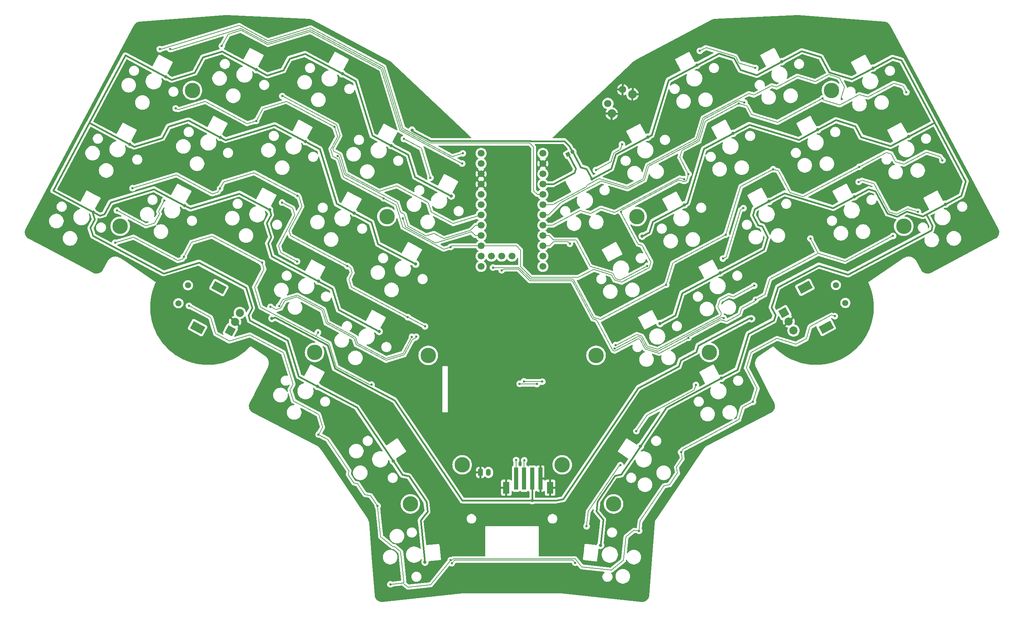
<source format=gtl>
G04 #@! TF.GenerationSoftware,KiCad,Pcbnew,8.0.1*
G04 #@! TF.CreationDate,2025-01-05T22:43:36+02:00*
G04 #@! TF.ProjectId,DeeDee_v1,44656544-6565-45f7-9631-2e6b69636164,v1.0.0*
G04 #@! TF.SameCoordinates,Original*
G04 #@! TF.FileFunction,Copper,L1,Top*
G04 #@! TF.FilePolarity,Positive*
%FSLAX46Y46*%
G04 Gerber Fmt 4.6, Leading zero omitted, Abs format (unit mm)*
G04 Created by KiCad (PCBNEW 8.0.1) date 2025-01-05 22:43:36*
%MOMM*%
%LPD*%
G01*
G04 APERTURE LIST*
G04 Aperture macros list*
%AMRoundRect*
0 Rectangle with rounded corners*
0 $1 Rounding radius*
0 $2 $3 $4 $5 $6 $7 $8 $9 X,Y pos of 4 corners*
0 Add a 4 corners polygon primitive as box body*
4,1,4,$2,$3,$4,$5,$6,$7,$8,$9,$2,$3,0*
0 Add four circle primitives for the rounded corners*
1,1,$1+$1,$2,$3*
1,1,$1+$1,$4,$5*
1,1,$1+$1,$6,$7*
1,1,$1+$1,$8,$9*
0 Add four rect primitives between the rounded corners*
20,1,$1+$1,$2,$3,$4,$5,0*
20,1,$1+$1,$4,$5,$6,$7,0*
20,1,$1+$1,$6,$7,$8,$9,0*
20,1,$1+$1,$8,$9,$2,$3,0*%
%AMHorizOval*
0 Thick line with rounded ends*
0 $1 width*
0 $2 $3 position (X,Y) of the first rounded end (center of the circle)*
0 $4 $5 position (X,Y) of the second rounded end (center of the circle)*
0 Add line between two ends*
20,1,$1,$2,$3,$4,$5,0*
0 Add two circle primitives to create the rounded ends*
1,1,$1,$2,$3*
1,1,$1,$4,$5*%
%AMRotRect*
0 Rectangle, with rotation*
0 The origin of the aperture is its center*
0 $1 length*
0 $2 width*
0 $3 Rotation angle, in degrees counterclockwise*
0 Add horizontal line*
21,1,$1,$2,0,0,$3*%
G04 Aperture macros list end*
G04 #@! TA.AperFunction,ComponentPad*
%ADD10C,3.800000*%
G04 #@! TD*
G04 #@! TA.AperFunction,ComponentPad*
%ADD11RotRect,1.000000X1.000000X118.000000*%
G04 #@! TD*
G04 #@! TA.AperFunction,ComponentPad*
%ADD12HorizOval,1.000000X0.000000X0.000000X0.000000X0.000000X0*%
G04 #@! TD*
G04 #@! TA.AperFunction,ComponentPad*
%ADD13RotRect,3.200000X2.000000X152.000000*%
G04 #@! TD*
G04 #@! TA.AperFunction,ComponentPad*
%ADD14C,1.500000*%
G04 #@! TD*
G04 #@! TA.AperFunction,ComponentPad*
%ADD15RotRect,2.000000X2.000000X152.000000*%
G04 #@! TD*
G04 #@! TA.AperFunction,ComponentPad*
%ADD16C,2.000000*%
G04 #@! TD*
G04 #@! TA.AperFunction,ComponentPad*
%ADD17RotRect,3.200000X2.000000X28.000000*%
G04 #@! TD*
G04 #@! TA.AperFunction,ComponentPad*
%ADD18RotRect,2.000000X2.000000X28.000000*%
G04 #@! TD*
G04 #@! TA.AperFunction,ComponentPad*
%ADD19RoundRect,0.240000X-0.360000X-0.635000X0.360000X-0.635000X0.360000X0.635000X-0.360000X0.635000X0*%
G04 #@! TD*
G04 #@! TA.AperFunction,ComponentPad*
%ADD20O,1.200000X1.750000*%
G04 #@! TD*
G04 #@! TA.AperFunction,ComponentPad*
%ADD21C,1.800000*%
G04 #@! TD*
G04 #@! TA.AperFunction,ComponentPad*
%ADD22C,2.100000*%
G04 #@! TD*
G04 #@! TA.AperFunction,SMDPad,CuDef*
%ADD23R,1.000000X5.500000*%
G04 #@! TD*
G04 #@! TA.AperFunction,SMDPad,CuDef*
%ADD24R,1.600000X3.000000*%
G04 #@! TD*
G04 #@! TA.AperFunction,ComponentPad*
%ADD25C,1.700000*%
G04 #@! TD*
G04 #@! TA.AperFunction,ViaPad*
%ADD26C,0.800000*%
G04 #@! TD*
G04 #@! TA.AperFunction,ViaPad*
%ADD27C,0.600000*%
G04 #@! TD*
G04 #@! TA.AperFunction,Conductor*
%ADD28C,0.200000*%
G04 #@! TD*
G04 #@! TA.AperFunction,Conductor*
%ADD29C,0.400000*%
G04 #@! TD*
G04 APERTURE END LIST*
D10*
X193525000Y-160925000D03*
X218200000Y-160925000D03*
X157118565Y-133164714D03*
D11*
X219605556Y-84222313D03*
D12*
X220726899Y-83626083D03*
D10*
X254494365Y-133164711D03*
D13*
X128239013Y-127028304D03*
X133497094Y-117139291D03*
D14*
X123513741Y-121004867D03*
X125861099Y-116590129D03*
D15*
X136316481Y-127812203D03*
D16*
X138663838Y-123397467D03*
X137490160Y-125604835D03*
D10*
X185150000Y-133900000D03*
X230872274Y-170597886D03*
D17*
X278078279Y-117068654D03*
X283336360Y-126957667D03*
D14*
X285714275Y-116519491D03*
X288061630Y-120934228D03*
D18*
X272911534Y-123326828D03*
D16*
X275258891Y-127741566D03*
X274085212Y-125534195D03*
D10*
X284635100Y-68438087D03*
X126977827Y-68438087D03*
D19*
X198006462Y-162821682D03*
D20*
X200006464Y-162821684D03*
D10*
X236654447Y-99612701D03*
X226550000Y-133900000D03*
X174958486Y-99612703D03*
X302475018Y-101990096D03*
D21*
X233096433Y-68248242D03*
X229454579Y-71674156D03*
D22*
X230439162Y-74180268D03*
X235537760Y-69383987D03*
D23*
X212806466Y-164321686D03*
X210806467Y-164321687D03*
X208806465Y-164321684D03*
X206806466Y-164321686D03*
D24*
X215206466Y-166571686D03*
X204406466Y-166571686D03*
D10*
X109137913Y-101990096D03*
X180740646Y-170597884D03*
D25*
X213426466Y-83984679D03*
X213426467Y-86524677D03*
X213426466Y-89064678D03*
X213426466Y-91604682D03*
X213426465Y-94144678D03*
X213426466Y-96684678D03*
X213426465Y-99224678D03*
X213426467Y-101764676D03*
X213426466Y-104304678D03*
X213426467Y-106844679D03*
X213426466Y-109384677D03*
X213426466Y-111924678D03*
X198186466Y-111924678D03*
X198186466Y-109384677D03*
X198186465Y-106844679D03*
X198186466Y-104304678D03*
X198186466Y-101764674D03*
X198186467Y-99224678D03*
X198186466Y-96684678D03*
X198186467Y-94144678D03*
X198186465Y-91604680D03*
X198186466Y-89064678D03*
X198186465Y-86524677D03*
X198186466Y-83984679D03*
X200726466Y-109384678D03*
X203266466Y-109384679D03*
X205806466Y-109384678D03*
D26*
X212825000Y-168100000D03*
X212825000Y-160275000D03*
X196125000Y-162925000D03*
D27*
X193683657Y-84000312D03*
X121493499Y-58222934D03*
X134223509Y-57487224D03*
X193533655Y-86500315D03*
X149138069Y-69849835D03*
X162792091Y-84641395D03*
X178876224Y-100037486D03*
X287149362Y-70563645D03*
X263148240Y-71433279D03*
X248280423Y-90362800D03*
X239177886Y-111797408D03*
X220095704Y-106325264D03*
X124859141Y-109488087D03*
X171164131Y-141115138D03*
X203266466Y-112897253D03*
X107896959Y-106052427D03*
X249329800Y-129556711D03*
X157941684Y-128210953D03*
X265962569Y-120136892D03*
X144137782Y-111002239D03*
X299818818Y-104400353D03*
X279452267Y-105036299D03*
X291468738Y-87332403D03*
X165209449Y-111843238D03*
X270256230Y-87908507D03*
X180081287Y-124450896D03*
X258582810Y-104081986D03*
X243861283Y-116439841D03*
X312006110Y-85699554D03*
X201137968Y-112197252D03*
X112182529Y-92598437D03*
X184354643Y-126727899D03*
X152929261Y-94500859D03*
X133779096Y-92712080D03*
X303130305Y-68900078D03*
X249372345Y-89102679D03*
X261737380Y-71655397D03*
X162045319Y-77429558D03*
X282478355Y-70423952D03*
X190674479Y-107120545D03*
X174105939Y-95111377D03*
X122831134Y-72890832D03*
X232739983Y-98399284D03*
X142705653Y-75983337D03*
X190676231Y-184487492D03*
X247512188Y-157784929D03*
X158102571Y-153453325D03*
X237172654Y-177226995D03*
X285457427Y-124211563D03*
X172662647Y-171091800D03*
X126122780Y-121655556D03*
X175813497Y-190444404D03*
X265274773Y-145362516D03*
D26*
X260410685Y-116932659D03*
X237751429Y-187805891D03*
X179585492Y-82341974D03*
X244767018Y-128195233D03*
X256376563Y-60931688D03*
X243543043Y-78118404D03*
X233720151Y-103405753D03*
X135746311Y-124138507D03*
X262911082Y-94095860D03*
X193847281Y-105511371D03*
X138253245Y-57545574D03*
X254391247Y-77220363D03*
X217250000Y-92950000D03*
X122906900Y-90667956D03*
X264650207Y-142648294D03*
X266095880Y-59614569D03*
X250117463Y-140117497D03*
X221300000Y-139975000D03*
X174804979Y-141921601D03*
X177672392Y-153356219D03*
X235179722Y-126568735D03*
X161527634Y-115664848D03*
X235552477Y-174688075D03*
X194265671Y-94564590D03*
X277129488Y-60193102D03*
X181920155Y-101005750D03*
X272973926Y-127355548D03*
X167242119Y-64339930D03*
X159355460Y-58617550D03*
X306298519Y-94753693D03*
X152752487Y-74870034D03*
X216620149Y-99305752D03*
X297331613Y-77889394D03*
X222737595Y-183943344D03*
X241909834Y-95069291D03*
X185889908Y-113725199D03*
X97115772Y-101589628D03*
X231228153Y-160200234D03*
X296818826Y-60097557D03*
X115642834Y-84200670D03*
X290070154Y-100955750D03*
X262307203Y-76239201D03*
X178351379Y-164646541D03*
X252598247Y-94935756D03*
X175380532Y-105799707D03*
X232989873Y-78293287D03*
X249086836Y-146038577D03*
X176381604Y-128093126D03*
X283912330Y-93122429D03*
X270620155Y-74255753D03*
X217620153Y-108355750D03*
X173806282Y-75531634D03*
X274989570Y-76234657D03*
X129309126Y-99395158D03*
X109284753Y-75496945D03*
X314682221Y-93693712D03*
X143809054Y-91690187D03*
X132806749Y-68865036D03*
X150125783Y-100258672D03*
X170846208Y-121707332D03*
X170426919Y-98821222D03*
X232345983Y-87413072D03*
X186470109Y-88777388D03*
X275473116Y-124111778D03*
X131608924Y-73662817D03*
X186346136Y-187761372D03*
X244256486Y-62845766D03*
X168300613Y-77940730D03*
X259281113Y-110805989D03*
X230770158Y-95505754D03*
X259327915Y-136747017D03*
X229395469Y-176214331D03*
X292275356Y-92130068D03*
X158345632Y-81071783D03*
X305671164Y-76852888D03*
X259778270Y-141586813D03*
X137940725Y-82522461D03*
X116024074Y-59318617D03*
X271227159Y-93015203D03*
X124767379Y-66400882D03*
X161712328Y-68604939D03*
X146857886Y-65858226D03*
X310620156Y-81905753D03*
X198000000Y-164900000D03*
X157201965Y-119392591D03*
X179791722Y-104989773D03*
X217620150Y-112905753D03*
X155960763Y-109307179D03*
X244278406Y-123195457D03*
X250853267Y-111889447D03*
X288526220Y-61222360D03*
X153862959Y-135655813D03*
X161300750Y-141576776D03*
X100479366Y-92163980D03*
X139143040Y-127988231D03*
X186694792Y-178030116D03*
X178672043Y-69298189D03*
X283355398Y-75354063D03*
X225120153Y-106455750D03*
X106879435Y-99191184D03*
X164857249Y-92575324D03*
D27*
X148376748Y-121688888D03*
X181127528Y-129329948D03*
D26*
X210800000Y-169750000D03*
X146584481Y-124755618D03*
X264914347Y-124841744D03*
D27*
X182155627Y-129274488D03*
X146224079Y-121903376D03*
X265579112Y-116669662D03*
X231405656Y-131359907D03*
X258028965Y-124677291D03*
X231132235Y-132207016D03*
X118913899Y-58250252D03*
X208747672Y-140311282D03*
X208828891Y-159812821D03*
X213275000Y-140386689D03*
X206828897Y-159762820D03*
X211957587Y-140975004D03*
X207707584Y-140907585D03*
D26*
X125037450Y-96885235D03*
X303716510Y-79800830D03*
X190823291Y-94546015D03*
X146002200Y-97896238D03*
X237488257Y-156336778D03*
X133813706Y-80032828D03*
X142754344Y-63324445D03*
X257499313Y-139533172D03*
X281262694Y-78148897D03*
X225512807Y-90280504D03*
X290292313Y-94696716D03*
X257247686Y-113499267D03*
X181140898Y-78258507D03*
X248327720Y-96723264D03*
X120409501Y-65090953D03*
X239363609Y-79970732D03*
X182057360Y-111347285D03*
X184344944Y-184950891D03*
X102484087Y-98484240D03*
X269264142Y-95840926D03*
X158020431Y-115555175D03*
X166896250Y-98755697D03*
X242334447Y-126029091D03*
X227656094Y-180811283D03*
X157787837Y-141527184D03*
X175992799Y-82073589D03*
X237917857Y-104439544D03*
X294861374Y-62933734D03*
X176483029Y-159981016D03*
X251444905Y-62221293D03*
X163955653Y-64347623D03*
X260344187Y-79064919D03*
X154877529Y-81096160D03*
X272381328Y-61338958D03*
X111490094Y-81753990D03*
X173041404Y-127983454D03*
X312787083Y-96545305D03*
D27*
X108343980Y-98105890D03*
X120074035Y-95676296D03*
X152796612Y-110682366D03*
X149089980Y-96139986D03*
X185692650Y-90022741D03*
X179140689Y-80422805D03*
X190976796Y-185228886D03*
X221423966Y-185119503D03*
X305970292Y-98428142D03*
X291351937Y-91030738D03*
X265849632Y-62899973D03*
X252166716Y-58679714D03*
X257853346Y-109974830D03*
X262919607Y-97540948D03*
X232949277Y-81752476D03*
X226534171Y-88108138D03*
X251191739Y-141196194D03*
X236504350Y-152595892D03*
X232563716Y-161010874D03*
X224218153Y-176094443D03*
D28*
X190976796Y-185228886D02*
X191705681Y-184500001D01*
X191705681Y-184500001D02*
X220804466Y-184500001D01*
X220804466Y-184500001D02*
X221423969Y-185119504D01*
X213275000Y-140386689D02*
X213263311Y-140375000D01*
X213263311Y-140375000D02*
X208811390Y-140375000D01*
X208811390Y-140375000D02*
X208747672Y-140311282D01*
X237172654Y-177226995D02*
X235912162Y-177094513D01*
X235912162Y-177094513D02*
X233960747Y-178674742D01*
X233960747Y-178674742D02*
X233349260Y-184492693D01*
X191405427Y-184099999D02*
X191035356Y-184470072D01*
X233349260Y-184492693D02*
X230354218Y-186918031D01*
X221303707Y-184100000D02*
X191405427Y-184099999D01*
X230354218Y-186918031D02*
X223028978Y-186148117D01*
X221376655Y-184107668D02*
X221303707Y-184100000D01*
X223028978Y-186148117D02*
X221376655Y-184107668D01*
X191035356Y-184470072D02*
X190676231Y-184487492D01*
D29*
X176866541Y-144996590D02*
X193551899Y-169733652D01*
X193551899Y-169733652D02*
X193636023Y-169750002D01*
X246977356Y-136640263D02*
X236959304Y-141966955D01*
X236959304Y-141966955D02*
X218449463Y-169408921D01*
X218449463Y-169408921D02*
X216694762Y-169750000D01*
X264914347Y-124841744D02*
X264492358Y-124712729D01*
X264492358Y-124712729D02*
X251799144Y-131461835D01*
X251799144Y-131461835D02*
X251315833Y-133042660D01*
X251315833Y-133042660D02*
X247448598Y-135098909D01*
X247448598Y-135098909D02*
X246977356Y-136640263D01*
X216694762Y-169750000D02*
X210800000Y-169750000D01*
D28*
X182155627Y-129274488D02*
X181921622Y-129714585D01*
X181921622Y-129714585D02*
X181270135Y-129913765D01*
X179231881Y-133747161D02*
X174699912Y-135132724D01*
X181270135Y-129913765D02*
X179231881Y-133747161D01*
X174699912Y-135132724D02*
X167335032Y-131216747D01*
X167335032Y-131216747D02*
X166854479Y-129644936D01*
X159967485Y-125983056D02*
X158978088Y-122746873D01*
X152754593Y-119437786D02*
X149767676Y-120350978D01*
X166854479Y-129644936D02*
X159967485Y-125983056D01*
X149767676Y-120350978D02*
X148765681Y-122235459D01*
X158978088Y-122746873D02*
X152754593Y-119437786D01*
X148765681Y-122235459D02*
X147548499Y-122607584D01*
X147548499Y-122607584D02*
X146224079Y-121903376D01*
X159342467Y-122487591D02*
X152796088Y-119006819D01*
X167218853Y-129385647D02*
X160331868Y-125723774D01*
X149221805Y-120099588D02*
X148376748Y-121688888D01*
X174741408Y-134701760D02*
X167699406Y-130957459D01*
X178956489Y-133413078D02*
X174741408Y-134701760D01*
X152796088Y-119006819D02*
X149221805Y-120099588D01*
X160331868Y-125723774D02*
X159342467Y-122487591D01*
X167699406Y-130957459D02*
X167218853Y-129385647D01*
X181127528Y-129329948D02*
X178956489Y-133413078D01*
X145570373Y-56657200D02*
X156087507Y-53441787D01*
X138948266Y-53136160D02*
X145570373Y-56657200D01*
X178571953Y-78138398D02*
X191088702Y-84793672D01*
X173920350Y-62923681D02*
X178571953Y-78138398D01*
X121791648Y-58381468D02*
X138948266Y-53136160D01*
X191088702Y-84793672D02*
X193683655Y-84000313D01*
X121493499Y-58222934D02*
X121791648Y-58381468D01*
X156087507Y-53441787D02*
X173920350Y-62923681D01*
X156046007Y-53872759D02*
X173586266Y-63199081D01*
X138981219Y-53606712D02*
X145528890Y-57088166D01*
X193478258Y-86517253D02*
X193533655Y-86500315D01*
X145528890Y-57088166D02*
X156046007Y-53872759D01*
X134223511Y-57487227D02*
X135763801Y-54590374D01*
X135763801Y-54590374D02*
X138981219Y-53606712D01*
X173586266Y-63199081D02*
X178237882Y-78413804D01*
X178237882Y-78413804D02*
X193478258Y-86517253D01*
X191234525Y-101350106D02*
X198186466Y-99224688D01*
X185890049Y-98508396D02*
X191234525Y-101350106D01*
X163353326Y-79655684D02*
X161639707Y-82878529D01*
X173068788Y-93333435D02*
X177396529Y-92010313D01*
X149138069Y-69849835D02*
X162532832Y-76971956D01*
X177396529Y-92010313D02*
X185166472Y-96141664D01*
X161639707Y-82878529D02*
X161811508Y-83440473D01*
X162532832Y-76971956D02*
X163353326Y-79655684D01*
X164871456Y-88974836D02*
X173068788Y-93333435D01*
X161811508Y-83440473D02*
X163444963Y-84308989D01*
X185166472Y-96141664D02*
X185890049Y-98508396D01*
X163444963Y-84308989D02*
X164871456Y-88974836D01*
X184598985Y-104366578D02*
X180140092Y-101995747D01*
X196829569Y-101764675D02*
X195549027Y-103045214D01*
X164476779Y-89218007D02*
X163132982Y-84822652D01*
X198186468Y-101764677D02*
X196829569Y-101764675D01*
X177560621Y-96174812D02*
X164476779Y-89218007D01*
X186559981Y-103767033D02*
X184598985Y-104366578D01*
X178284201Y-98541549D02*
X177560621Y-96174812D01*
X179239303Y-99049384D02*
X178284201Y-98541549D01*
X163132982Y-84822652D02*
X162792091Y-84641395D01*
X188979749Y-105053648D02*
X186559981Y-103767033D01*
X195549027Y-103045214D02*
X188979749Y-105053648D01*
X180140092Y-101995747D02*
X179239303Y-99049384D01*
X179531872Y-102182009D02*
X186909617Y-106104826D01*
X186909617Y-106104826D02*
X195808250Y-103384242D01*
X178876224Y-100037486D02*
X179531872Y-102182009D01*
X196728687Y-104304680D02*
X195808250Y-103384242D01*
X198186468Y-104304679D02*
X196728687Y-104304680D01*
X234236452Y-92355541D02*
X238161400Y-90268608D01*
X224337094Y-91843024D02*
X227339114Y-90246808D01*
X213426466Y-96684686D02*
X215880535Y-96684686D01*
X264215420Y-69205229D02*
X265522178Y-69604743D01*
X269888790Y-67282978D02*
X271105969Y-67655101D01*
X283960280Y-64501199D02*
X286556446Y-65294921D01*
X287008520Y-70298759D02*
X287149362Y-70563645D01*
X215892206Y-96673018D02*
X224213050Y-92248740D01*
X215880535Y-96684686D02*
X215892206Y-96673018D01*
X286556446Y-65294921D02*
X287814794Y-67661544D01*
X239195092Y-86887554D02*
X251312086Y-80444837D01*
X252910690Y-75216060D02*
X264215420Y-69205229D01*
X251312086Y-80444837D02*
X252910690Y-75216060D01*
X238161400Y-90268608D02*
X239195092Y-86887554D01*
X287814794Y-67661544D02*
X287008520Y-70298759D01*
X276227065Y-64932171D02*
X280622427Y-66275962D01*
X224213050Y-92248740D02*
X224337094Y-91843024D01*
X271105969Y-67655101D02*
X276227065Y-64932171D01*
X227339114Y-90246808D02*
X234236452Y-92355541D01*
X265522178Y-69604743D02*
X269888790Y-67282978D01*
X280622427Y-66275962D02*
X283960280Y-64501199D01*
X251646172Y-80720227D02*
X253244763Y-75491456D01*
X234277951Y-92786504D02*
X238495479Y-90544006D01*
X217865559Y-96131128D02*
X217869868Y-96131127D01*
X217869868Y-96131127D02*
X227853959Y-90822486D01*
X213426464Y-99224689D02*
X214772012Y-99224681D01*
X238495479Y-90544006D02*
X239529175Y-87162946D01*
X214772012Y-99224681D02*
X217865559Y-96131128D01*
X239529175Y-87162946D02*
X251646172Y-80720227D01*
X253244763Y-75491456D02*
X261706239Y-70992410D01*
X227853959Y-90822486D02*
X234277951Y-92786504D01*
X261706239Y-70992410D02*
X263148239Y-71433277D01*
X247198485Y-90032021D02*
X231126857Y-98577461D01*
X222686679Y-98104374D02*
X215802645Y-101764680D01*
X225232445Y-98882697D02*
X222686679Y-98104374D01*
X248280423Y-90362800D02*
X247198485Y-90032021D01*
X215802645Y-101764680D02*
X213426466Y-101764682D01*
X227748846Y-97544706D02*
X225232445Y-98882697D01*
X231126857Y-98577461D02*
X227748846Y-97544706D01*
X230669717Y-113632695D02*
X231369990Y-114949722D01*
X214969081Y-104304681D02*
X216070157Y-105405753D01*
X213426463Y-104304684D02*
X214969081Y-104304681D01*
X221620148Y-105405752D02*
X221628607Y-105397299D01*
X216070157Y-105405753D02*
X221620148Y-105405752D01*
X231369990Y-114949722D02*
X232563167Y-115314516D01*
X225102426Y-111930601D02*
X230669717Y-113632695D01*
X232563167Y-115314516D02*
X239177886Y-111797408D01*
X221628607Y-105397299D02*
X225102426Y-111930601D01*
X215031219Y-106844685D02*
X213426464Y-106844686D01*
X216070154Y-105805752D02*
X215031219Y-106844685D01*
X219576193Y-105805753D02*
X216070154Y-105805752D01*
X220095704Y-106325264D02*
X219576193Y-105805753D01*
X144633951Y-112625148D02*
X142286587Y-117039889D01*
X249329800Y-129556711D02*
X249412496Y-129286229D01*
X257312580Y-125085685D02*
X258732615Y-125519832D01*
X261999521Y-123782785D02*
X262454345Y-122295124D01*
X144137781Y-111002242D02*
X144633951Y-112625148D01*
X112418913Y-104669928D02*
X123348867Y-110481491D01*
X144137781Y-111002242D02*
X131776517Y-104429637D01*
X124521573Y-110122956D02*
X124859141Y-109488087D01*
X143788704Y-121953071D02*
X157416328Y-129198997D01*
X210222286Y-115441250D02*
X207378281Y-112597253D01*
X107896959Y-106052427D02*
X112418913Y-104669928D01*
X162501846Y-136792457D02*
X170826042Y-141218517D01*
X226719130Y-125185206D02*
X225688853Y-124870223D01*
X281377105Y-108656386D02*
X269411214Y-115018769D01*
X279452267Y-105036299D02*
X281377105Y-108656386D01*
X288003960Y-110682424D02*
X281377105Y-108656386D01*
X249412496Y-129286229D02*
X257312580Y-125085685D01*
X220675378Y-115441248D02*
X210222286Y-115441250D01*
X142286587Y-117039889D02*
X143788704Y-121953071D01*
X236944058Y-129796358D02*
X231194473Y-132853465D01*
X123348867Y-110481491D02*
X124521573Y-110122956D01*
X231194473Y-132853465D02*
X230719143Y-132708136D01*
X131776517Y-104429637D02*
X126728080Y-105973099D01*
X269411214Y-115018769D02*
X268212130Y-118940783D01*
X203830684Y-112597250D02*
X203266466Y-112897253D01*
X230719143Y-132708136D02*
X226719130Y-125185206D01*
X238629451Y-132308056D02*
X237361882Y-129924098D01*
X249329800Y-129556711D02*
X242137916Y-133380700D01*
X207378281Y-112597253D02*
X203830684Y-112597250D01*
X157416328Y-129198997D02*
X157941684Y-128210953D01*
X157416328Y-129198997D02*
X160716821Y-130953900D01*
X299818818Y-104400353D02*
X288003960Y-110682424D01*
X242137916Y-133380700D02*
X238629451Y-132308056D01*
X225688853Y-124870223D02*
X220675378Y-115441248D01*
X126728080Y-105973099D02*
X124859141Y-109488087D01*
X237361882Y-129924098D02*
X236944058Y-129796358D01*
X262454345Y-122295124D02*
X265855645Y-120486621D01*
X170826042Y-141218517D02*
X171164131Y-141115138D01*
X268212130Y-118940783D02*
X265962569Y-120136892D01*
X265855645Y-120486621D02*
X265962569Y-120136892D01*
X258732615Y-125519832D02*
X261999521Y-123782785D01*
X160716821Y-130953900D02*
X162501846Y-136792457D01*
X220908923Y-115041253D02*
X220923447Y-115055773D01*
X123005257Y-89289601D02*
X131880978Y-94008908D01*
X134662153Y-91051285D02*
X133779096Y-92712080D01*
X166004102Y-112265757D02*
X165209449Y-111843238D01*
X277594989Y-94709203D02*
X274366748Y-93722232D01*
X131880978Y-94008908D02*
X133324159Y-93567685D01*
X291468738Y-87332403D02*
X298179137Y-83764417D01*
X165575335Y-115095714D02*
X166396900Y-113550551D01*
X184352888Y-126722149D02*
X184354643Y-126727899D01*
X302501937Y-86675772D02*
X308064497Y-83718098D01*
X298179137Y-83764417D02*
X299396319Y-84136545D01*
X274366748Y-93722232D02*
X271473406Y-88280632D01*
X151170590Y-104378636D02*
X165209449Y-111843238D01*
X245515193Y-111030160D02*
X243861283Y-116439841D01*
X180081287Y-124450896D02*
X166174870Y-117056724D01*
X262221403Y-92180693D02*
X258582810Y-104081986D01*
X300405671Y-86034882D02*
X302501937Y-86675772D01*
X180081287Y-124450896D02*
X184352888Y-126722149D01*
X201137968Y-112197252D02*
X207543972Y-112197251D01*
X152928103Y-94497078D02*
X142144936Y-88763569D01*
X133324159Y-93567685D02*
X133779096Y-92712080D01*
X166396900Y-113550551D02*
X166004102Y-112265757D01*
X220923447Y-115055773D02*
X225964245Y-124536138D01*
X153970193Y-97089794D02*
X150777778Y-103093842D01*
X152929261Y-94500859D02*
X152928103Y-94497078D01*
X210387966Y-115041250D02*
X220908923Y-115041253D01*
X225964245Y-124536138D02*
X227659560Y-125054450D01*
X142144936Y-88763569D02*
X134662153Y-91051285D01*
X308064497Y-83718098D02*
X311513168Y-84772465D01*
X270256230Y-87908507D02*
X262221403Y-92180693D01*
X227659560Y-125054450D02*
X243861283Y-116439841D01*
X207543972Y-112197251D02*
X210387966Y-115041250D01*
X150777778Y-103093842D02*
X151170590Y-104378636D01*
X258582810Y-104081986D02*
X245515193Y-111030160D01*
X311513168Y-84772465D02*
X312006110Y-85699554D01*
X112182529Y-92598437D02*
X123005257Y-89289601D01*
X152929261Y-94500859D02*
X153227088Y-94659221D01*
X153227088Y-94659221D02*
X153970193Y-97089794D01*
X166174870Y-117056724D02*
X165575335Y-115095714D01*
X271473406Y-88280632D02*
X270256230Y-87908507D01*
X299396319Y-84136545D02*
X300405671Y-86034882D01*
X291468738Y-87332403D02*
X277594989Y-94709203D01*
X231094601Y-115283802D02*
X230406507Y-113989681D01*
X293631721Y-70099827D02*
X291535472Y-69458943D01*
X286674898Y-72043358D02*
X282691940Y-70825643D01*
X150211713Y-71137520D02*
X162045319Y-77429558D01*
X271309069Y-76362769D02*
X282478355Y-70423949D01*
X142705653Y-75983337D02*
X144325330Y-72937168D01*
X190950338Y-106844686D02*
X190674479Y-107120545D01*
X178874242Y-102285366D02*
X188956009Y-107645925D01*
X237876537Y-106715908D02*
X240083050Y-110865759D01*
X174105939Y-95111377D02*
X177180778Y-96746298D01*
X263821899Y-72292699D02*
X264952699Y-74419432D01*
X162789578Y-79863922D02*
X161122213Y-82999774D01*
X161122213Y-82999774D02*
X161645468Y-84711268D01*
X302332201Y-67399071D02*
X300033084Y-66696159D01*
X251980252Y-80995625D02*
X247717058Y-83262409D01*
X261730657Y-71677362D02*
X253489438Y-76059302D01*
X222124703Y-114651060D02*
X222092617Y-114641250D01*
X239942834Y-111347562D02*
X239671669Y-112234505D01*
X207938479Y-107904965D02*
X206878195Y-106844683D01*
X300033084Y-66696159D02*
X293631721Y-70099827D01*
X232899154Y-115835513D02*
X231094601Y-115283802D01*
X188956009Y-107645925D02*
X190674479Y-107120545D01*
X222092617Y-114641250D02*
X210553652Y-114641248D01*
X140477523Y-76664549D02*
X130147033Y-71171730D01*
X282691940Y-70825643D02*
X282478355Y-70423949D01*
X164259678Y-89876026D02*
X174105939Y-95111377D01*
X142705653Y-75983337D02*
X140477523Y-76664549D01*
X249372345Y-89102679D02*
X248876174Y-90725574D01*
X206878195Y-106844683D02*
X198186469Y-106844687D01*
X161645468Y-84711268D02*
X162881599Y-85368530D01*
X236862225Y-106405801D02*
X237876537Y-106715908D01*
X253489438Y-76059302D02*
X251980252Y-80995625D01*
X130147033Y-71171730D02*
X123449199Y-73219462D01*
X261737380Y-71655397D02*
X261730657Y-71677362D01*
X232690732Y-98560370D02*
X236862225Y-106405801D01*
X144325330Y-72937168D02*
X150211713Y-71137520D01*
X303130305Y-68900078D02*
X302332201Y-67399071D01*
X177180778Y-96746298D02*
X178874242Y-102285366D01*
X246990246Y-90595768D02*
X232822678Y-98128809D01*
X248876174Y-90725574D02*
X248342666Y-91009248D01*
X207938473Y-112026068D02*
X207938479Y-107904965D01*
X198186468Y-106844686D02*
X190950338Y-106844686D01*
X291535472Y-69458943D02*
X286674898Y-72043358D01*
X210553652Y-114641248D02*
X207938473Y-112026068D01*
X230406507Y-113989681D02*
X225937969Y-112623515D01*
X162881599Y-85368530D02*
X164259678Y-89876026D01*
X123449199Y-73219462D02*
X122831134Y-72890832D01*
X225937969Y-112623515D02*
X222124703Y-114651060D01*
X239671669Y-112234505D02*
X232899154Y-115835513D01*
X247187681Y-84993917D02*
X249372345Y-89102679D01*
X232822678Y-98128809D02*
X232739983Y-98399284D01*
X240083050Y-110865759D02*
X239938337Y-111339108D01*
X232739983Y-98399284D02*
X232690732Y-98560370D01*
X239938337Y-111339108D02*
X239942834Y-111347562D01*
X264952699Y-74419432D02*
X271309069Y-76362769D01*
X247717058Y-83262409D02*
X247187681Y-84993917D01*
X162045319Y-77429558D02*
X162789578Y-79863922D01*
X261737380Y-71655397D02*
X263821899Y-72292699D01*
X248342666Y-91009248D02*
X246990246Y-90595768D01*
X247512184Y-157784931D02*
X247971173Y-157104451D01*
X176772450Y-181100605D02*
X176424369Y-181137189D01*
X246385332Y-161552511D02*
X247828607Y-159412767D01*
X158102571Y-153453325D02*
X160357747Y-154652422D01*
X165432455Y-163375844D02*
X166810273Y-165418542D01*
X165612722Y-162448462D02*
X165432455Y-163375844D01*
X178896514Y-190120364D02*
X175813497Y-190444404D01*
X176424369Y-181137189D02*
X173424808Y-178708197D01*
X247828607Y-159412767D02*
X247512184Y-157784931D01*
X237172654Y-177226995D02*
X237422563Y-174849200D01*
X160360665Y-154661963D02*
X165612722Y-162448462D01*
X126122780Y-121655556D02*
X126122782Y-121655556D01*
X132671702Y-128519704D02*
X136115192Y-130350648D01*
X151053319Y-142428411D02*
X151890612Y-145167056D01*
X172628701Y-171133713D02*
X172662647Y-171091800D01*
X151816208Y-140993621D02*
X151053319Y-142428411D01*
X141119145Y-128820785D02*
X149448647Y-133249656D01*
X166810273Y-165418542D02*
X167737654Y-165598806D01*
X126122782Y-121655556D02*
X131436995Y-124481183D01*
X179123813Y-189839677D02*
X178338596Y-182368847D01*
X279331658Y-126789152D02*
X278417972Y-129777684D01*
X159075664Y-151638885D02*
X158109073Y-153456776D01*
X261783900Y-149766922D02*
X247991431Y-157100513D01*
X271191574Y-129712663D02*
X264790201Y-133116332D01*
X263611796Y-136970729D02*
X266296631Y-142020171D01*
X158109073Y-153456776D02*
X158102571Y-153453325D01*
X244711589Y-165851538D02*
X246659595Y-162963488D01*
X284645980Y-123963475D02*
X279331658Y-126789152D01*
X185736313Y-190554862D02*
X190629097Y-184512765D01*
X136115192Y-130350648D02*
X141119145Y-128820785D01*
X158107675Y-148472725D02*
X159075664Y-151638885D01*
X160357747Y-154652422D02*
X160360665Y-154661963D01*
X178338596Y-182368847D02*
X176772450Y-181100605D01*
X278417972Y-129777684D02*
X275857426Y-131139153D01*
X246659595Y-162963488D02*
X246385332Y-161552511D01*
X247971173Y-157104451D02*
X247991431Y-157100513D01*
X264790201Y-133116332D02*
X263611796Y-136970729D01*
X170931068Y-168524636D02*
X172662647Y-171091800D01*
X178896514Y-190120364D02*
X180157202Y-191141248D01*
X178896514Y-190120364D02*
X179123813Y-189839677D01*
X285457427Y-124211563D02*
X284645980Y-123963475D01*
X169527072Y-168251717D02*
X170931068Y-168524636D01*
X262714222Y-146723983D02*
X261783900Y-149766922D01*
X237422563Y-174849200D02*
X237419310Y-174845184D01*
X151890612Y-145167056D02*
X158107675Y-148472725D01*
X149448647Y-133249656D02*
X151816208Y-140993621D01*
X266296631Y-142020171D02*
X265274773Y-145362516D01*
X131436995Y-124481183D02*
X132671702Y-128519704D01*
X173424808Y-178708197D02*
X172628701Y-171133713D01*
X275857426Y-131139153D02*
X271191574Y-129712663D01*
X180157202Y-191141248D02*
X185736313Y-190554862D01*
X243300613Y-166125803D02*
X244711589Y-165851538D01*
X265274773Y-145362516D02*
X262714222Y-146723983D01*
X190629097Y-184512765D02*
X190676231Y-184487492D01*
X167737654Y-165598806D02*
X169527072Y-168251717D01*
X237419310Y-174845184D02*
X243300613Y-166125803D01*
D29*
X160324846Y-131381949D02*
X162084244Y-137136701D01*
X210800000Y-169750000D02*
X210800001Y-164293606D01*
X193636023Y-169750002D02*
X210800000Y-169750000D01*
X162084244Y-137136701D02*
X176866541Y-144996590D01*
X221551061Y-87774773D02*
X219673174Y-84242988D01*
X221234510Y-88810188D02*
X221551061Y-87774773D01*
X147395937Y-124507533D02*
X160324846Y-131381949D01*
X213426471Y-91604686D02*
X215978811Y-91604689D01*
X219673174Y-84242988D02*
X219605556Y-84222313D01*
X146584481Y-124755618D02*
X147395937Y-124507533D01*
X215978811Y-91604689D02*
X221234510Y-88810188D01*
D28*
X236571841Y-128715114D02*
X237829568Y-129099640D01*
X231405656Y-131359907D02*
X231527597Y-131397191D01*
X241794448Y-132430762D02*
X257290174Y-124191536D01*
X257145241Y-120191348D02*
X259264309Y-119064614D01*
X259264309Y-119064614D02*
X260413868Y-119416072D01*
X257493617Y-123526104D02*
X256625098Y-121892656D01*
X237829568Y-129099640D02*
X239174924Y-131629892D01*
X257290174Y-124191536D02*
X257493617Y-123526104D01*
X256625098Y-121892656D02*
X257145241Y-120191348D01*
X260413868Y-119416072D02*
X265579112Y-116669662D01*
X231527597Y-131397191D02*
X236571841Y-128715114D01*
X239174924Y-131629892D02*
X241794448Y-132430762D01*
X237554169Y-129433720D02*
X238899529Y-131963968D01*
X238899529Y-131963968D02*
X241835940Y-132861727D01*
X231132235Y-132207016D02*
X231227681Y-132236200D01*
X241835940Y-132861727D02*
X257520814Y-124521924D01*
X236883822Y-129228775D02*
X237554169Y-129433720D01*
X257520814Y-124521924D02*
X258028965Y-124677291D01*
X231227681Y-132236200D02*
X236883822Y-129228775D01*
X211157072Y-82451553D02*
X211157076Y-93260360D01*
X212041398Y-94144684D02*
X213426459Y-94144686D01*
X211157076Y-93260360D02*
X212041398Y-94144684D01*
X118913899Y-58250252D02*
X119073832Y-58335290D01*
X174254428Y-62648295D02*
X178906035Y-77863006D01*
X145592355Y-56185818D02*
X156073603Y-52981373D01*
X156073603Y-52981373D02*
X174254428Y-62648295D01*
X185655112Y-81451557D02*
X210157079Y-81451554D01*
X119073832Y-58335290D02*
X138477755Y-52402913D01*
X178906035Y-77863006D02*
X185655112Y-81451557D01*
X138477755Y-52402913D02*
X145592355Y-56185818D01*
X210157079Y-81451554D02*
X211157072Y-82451553D01*
X208800001Y-164264434D02*
X208799999Y-159841719D01*
X207707584Y-140907585D02*
X207775000Y-140975000D01*
X206800000Y-160800000D02*
X206799998Y-159791713D01*
X207775000Y-140975000D02*
X211957587Y-140975004D01*
X206800000Y-160800000D02*
X206800004Y-164264435D01*
D29*
X150942081Y-60599375D02*
X154728853Y-59441640D01*
X309240151Y-103015160D02*
X309570929Y-101933227D01*
X264369160Y-76924806D02*
X260344187Y-79064919D01*
X272381328Y-61338958D02*
X277297637Y-58724912D01*
X310060648Y-76357554D02*
X310035081Y-76441189D01*
X176483029Y-159981016D02*
X176483030Y-159981012D01*
X308655461Y-100211483D02*
X308057364Y-99086626D01*
X222772117Y-87408673D02*
X220767474Y-83638486D01*
X266172498Y-64640257D02*
X262182861Y-63420503D01*
X230293001Y-87795453D02*
X231388883Y-84210976D01*
X146586266Y-109475510D02*
X145593926Y-106229711D01*
X226880755Y-170011323D02*
X226627865Y-172417383D01*
X134278044Y-58817512D02*
X142754344Y-63324445D01*
X301923773Y-61054314D02*
X310060648Y-76357554D01*
X180186801Y-84303578D02*
X181861372Y-89780875D01*
X303196030Y-98311949D02*
X307176025Y-99528756D01*
X129544581Y-60264685D02*
X134278044Y-58817512D01*
X111490094Y-81753990D02*
X112596026Y-82342027D01*
X153191632Y-139083338D02*
X150483365Y-130224992D01*
X145593926Y-106229711D02*
X146392023Y-104728700D01*
X235323604Y-159546008D02*
X235183809Y-159753273D01*
X140752598Y-123975109D02*
X141715015Y-122165070D01*
X310035081Y-76441189D02*
X303716510Y-79800830D01*
X167544197Y-146728645D02*
X167539115Y-146712029D01*
X154728853Y-59441640D02*
X163955653Y-64347623D01*
X294861374Y-62933734D02*
X299683942Y-60369529D01*
X171090254Y-100985687D02*
X166896250Y-98755697D01*
X266896135Y-97100025D02*
X265704162Y-97733801D01*
X171313167Y-79585388D02*
X175992799Y-82073589D01*
X226627865Y-172417383D02*
X227206365Y-173131763D01*
X276576958Y-80657108D02*
X264369160Y-76924806D01*
X210369783Y-80957155D02*
X210364183Y-80951550D01*
X225512807Y-90280504D02*
X225580423Y-90301172D01*
X161419784Y-117362628D02*
X146586266Y-109475510D01*
X167178413Y-66061196D02*
X171313167Y-79585388D01*
X218745896Y-80957153D02*
X210369783Y-80957155D01*
X154877529Y-81096160D02*
X154877530Y-81096152D01*
X225512807Y-90280504D02*
X224221428Y-87851773D01*
X154877530Y-81096152D02*
X147206521Y-77017410D01*
X162525875Y-96431931D02*
X158411795Y-82975349D01*
X112596026Y-82342027D02*
X119560989Y-80212627D01*
X220726897Y-83626082D02*
X219961127Y-82185868D01*
X141145405Y-125259907D02*
X140752598Y-123975109D01*
X291939561Y-79978704D02*
X299204609Y-82199848D01*
X231182809Y-163628456D02*
X226880029Y-170007596D01*
X308067034Y-99055008D02*
X312787082Y-96545309D01*
X270823079Y-123882511D02*
X269860667Y-122072462D01*
X251444905Y-62221293D02*
X244397275Y-65968592D01*
X260633606Y-60506771D02*
X256846829Y-59349044D01*
X276583077Y-80637085D02*
X276576958Y-80657108D01*
X121822218Y-65842108D02*
X127502376Y-64105498D01*
X266553470Y-101712652D02*
X265241869Y-99245894D01*
X257499313Y-139533172D02*
X261434725Y-137440681D01*
X182057360Y-111347285D02*
X172744144Y-106395363D01*
X270571290Y-62301381D02*
X266172498Y-64640257D01*
X101515043Y-76450160D02*
X92595075Y-93226165D01*
X119851294Y-113654488D02*
X102413077Y-104382425D01*
X270571291Y-62301374D02*
X272381328Y-61338958D01*
X167539115Y-146712029D02*
X153191632Y-139083338D01*
X105267096Y-99001306D02*
X104117542Y-99352764D01*
X145316981Y-101212407D02*
X146395762Y-99183517D01*
X260344187Y-79064919D02*
X253163891Y-82882757D01*
X290292313Y-94696716D02*
X293820622Y-92820679D01*
X307176025Y-99528756D02*
X308067034Y-99055008D01*
X184369324Y-173224372D02*
X184947821Y-172509985D01*
X119560989Y-80212627D02*
X121086769Y-77343049D01*
X173041404Y-127983454D02*
X163041276Y-122666290D01*
X267500161Y-102002089D02*
X266553470Y-101712652D01*
X285017547Y-97501346D02*
X273032623Y-93837193D01*
X102484087Y-98484240D02*
X92595075Y-93226165D01*
X316680301Y-94475238D02*
X317780532Y-90876546D01*
X270403988Y-125253299D02*
X270823079Y-123882511D01*
X270571290Y-62301381D02*
X270571291Y-62301374D01*
X183256829Y-174598180D02*
X184369324Y-173224372D01*
X261434725Y-137440681D02*
X264142997Y-128582332D01*
X176483030Y-159981012D02*
X167544197Y-146728645D01*
X178796402Y-163410728D02*
X176483029Y-159981016D01*
X289634231Y-65713055D02*
X294861374Y-62933734D01*
X147206521Y-77017410D02*
X135102370Y-80718021D01*
X220767474Y-83638486D02*
X220726897Y-83626082D01*
X128574397Y-110987569D02*
X119851294Y-113654488D01*
X257247686Y-113499267D02*
X267985946Y-107789626D01*
X149392820Y-63513102D02*
X150942081Y-60599375D01*
X111490093Y-81753990D02*
X101515043Y-76450160D01*
X172744144Y-106395363D02*
X171090254Y-100985687D01*
X299683942Y-60369529D02*
X301923773Y-61054314D01*
X106816348Y-96087586D02*
X105267096Y-99001306D01*
X184344941Y-184950888D02*
X183256829Y-174598180D01*
X185779775Y-80951558D02*
X181223593Y-78528989D01*
X146392023Y-104728700D02*
X145316981Y-101212407D01*
X158411795Y-82975349D02*
X154877543Y-81096155D01*
X102413077Y-104382425D02*
X101792868Y-102353799D01*
X120409501Y-65090953D02*
X121822218Y-65842108D01*
X146395762Y-99183517D02*
X146002200Y-97896238D01*
X127502376Y-64105498D02*
X129544581Y-60264685D01*
X299204609Y-82199848D02*
X303716510Y-79800830D01*
X288721878Y-113924920D02*
X309240151Y-103015160D01*
X300802709Y-99584505D02*
X303196030Y-98311949D01*
X231388883Y-84210976D02*
X239363609Y-79970732D01*
X284073295Y-64012902D02*
X289634231Y-65713055D01*
X256846829Y-59349044D02*
X251444905Y-62221293D01*
X244397275Y-65968592D02*
X240262515Y-79492783D01*
X227206365Y-173131763D02*
X228318853Y-174505574D01*
X142754344Y-63324445D02*
X145403188Y-64732859D01*
X145403188Y-64732859D02*
X149392820Y-63513102D01*
X281262694Y-78148897D02*
X285703846Y-75787492D01*
X163041276Y-122666290D02*
X161419784Y-117362628D01*
X265704162Y-97733801D02*
X266189775Y-97475601D01*
X166896250Y-98755697D02*
X162525875Y-96431931D01*
X253163891Y-82882757D02*
X249049809Y-96339318D01*
X290292300Y-94696711D02*
X285017547Y-97501346D01*
X237917857Y-104439544D02*
X239689104Y-103497754D01*
X281471624Y-111708301D02*
X288721878Y-113924920D01*
X181223593Y-78528989D02*
X181140898Y-78258507D01*
X219961123Y-82172377D02*
X218745896Y-80957153D01*
X210364183Y-80951550D02*
X196087699Y-80951557D01*
X290292313Y-94696716D02*
X290292300Y-94696711D01*
X121086769Y-77343049D02*
X125955475Y-75854530D01*
X298450317Y-98865309D02*
X300802709Y-99584505D01*
X141715015Y-122165070D02*
X140185158Y-117161122D01*
X266189775Y-97475601D02*
X266896135Y-97100025D01*
X312787083Y-96545305D02*
X312787085Y-96545300D01*
X110432192Y-59785916D02*
X120409501Y-65090953D01*
X235183809Y-159753273D02*
X232779278Y-163318126D01*
X146002200Y-97896238D02*
X146002073Y-97895819D01*
X282031102Y-60172075D02*
X284073295Y-64012902D01*
X237488261Y-156336777D02*
X243909773Y-146816497D01*
X140185158Y-117161122D02*
X128574397Y-110987569D01*
X237488257Y-156336778D02*
X237488252Y-156336782D01*
X219961127Y-82185868D02*
X219961123Y-82172377D01*
X264142997Y-128582332D02*
X270403988Y-125253299D01*
X196087699Y-80951557D02*
X185779775Y-80951558D01*
X184947821Y-172509985D02*
X184694937Y-170103922D01*
X117432840Y-92841792D02*
X106816348Y-96087586D01*
X135102370Y-80718021D02*
X133813706Y-80032828D01*
X249049809Y-96339318D02*
X248327721Y-96723263D01*
X146002073Y-97895819D02*
X138543056Y-93929790D01*
X273032623Y-93837193D02*
X269264142Y-95840926D01*
X267985946Y-107789626D02*
X268932049Y-104695074D01*
X224221428Y-87851773D02*
X222772117Y-87408673D01*
X239689104Y-103497754D02*
X240485436Y-100893075D01*
X312787085Y-96545300D02*
X316680301Y-94475238D01*
X243930811Y-146747672D02*
X257499313Y-139533172D01*
X268932049Y-104695074D02*
X267500161Y-102002089D01*
X290488914Y-77250435D02*
X291939561Y-79978704D01*
X237488252Y-156336782D02*
X235323604Y-159546008D01*
X102872650Y-100323017D02*
X102373858Y-98691548D01*
X247810605Y-118517059D02*
X257247686Y-113499267D01*
X317780532Y-90876546D02*
X310060648Y-76357554D01*
X102373858Y-98691548D02*
X102484087Y-98484240D01*
X265241869Y-99245894D02*
X265704162Y-97733801D01*
X226880029Y-170007596D02*
X226880755Y-170011323D01*
X246131128Y-124010369D02*
X247810605Y-118517059D01*
X309570929Y-101933227D02*
X308655461Y-100211483D01*
X242334447Y-126029091D02*
X246131128Y-124010369D01*
X101515043Y-76450160D02*
X110364567Y-59806586D01*
X150483365Y-130224992D02*
X141145405Y-125259907D01*
X285703846Y-75787492D02*
X290488914Y-77250435D01*
X240262515Y-79492783D02*
X239363609Y-79970732D01*
X154877543Y-81096155D02*
X154877529Y-81096160D01*
X262182861Y-63420503D02*
X260633606Y-60506771D01*
X190823288Y-94546010D02*
X190823291Y-94546015D01*
X125037450Y-96885235D02*
X125037450Y-96885236D01*
X125037450Y-96885236D02*
X117432840Y-92841792D01*
X111490094Y-81753990D02*
X111490093Y-81753990D01*
X184344944Y-184950891D02*
X184344941Y-184950888D01*
X277297637Y-58724912D02*
X282031102Y-60172075D01*
X138543056Y-93929790D02*
X126438908Y-97630402D01*
X232779278Y-163318126D02*
X231182809Y-163628456D01*
X295511146Y-93337523D02*
X298450317Y-98865309D01*
X271390530Y-117068516D02*
X281471624Y-111708301D01*
X312787082Y-96545309D02*
X312787083Y-96545305D01*
X225580423Y-90301172D02*
X230293001Y-87795453D01*
X269860667Y-122072462D02*
X271390530Y-117068516D01*
X101792868Y-102353799D02*
X102872650Y-100323017D01*
X126438908Y-97630402D02*
X125037450Y-96885235D01*
X228318853Y-174505574D02*
X227656092Y-180811283D01*
X293820622Y-92820679D02*
X295511146Y-93337523D01*
X181861372Y-89780875D02*
X190823288Y-94546010D01*
X104117542Y-99352764D02*
X102484087Y-98484240D01*
X184694937Y-170103922D02*
X184695655Y-170100198D01*
X281262694Y-78148897D02*
X276583077Y-80637085D01*
X237488257Y-156336778D02*
X237488261Y-156336777D01*
X243909773Y-146816497D02*
X243930811Y-146747672D01*
X240485436Y-100893075D02*
X248327721Y-96723263D01*
X175992799Y-82073589D02*
X180186801Y-84303578D01*
X308057364Y-99086626D02*
X308067034Y-99055008D01*
X125955475Y-75854530D02*
X133813706Y-80032828D01*
X163955653Y-64347623D02*
X167178413Y-66061196D01*
X184695655Y-170100198D02*
X180392872Y-163721064D01*
X110364567Y-59806586D02*
X110432192Y-59785916D01*
X266896135Y-97100025D02*
X269264142Y-95840926D01*
X180392872Y-163721064D02*
X178796402Y-163410728D01*
D28*
X120056798Y-95681565D02*
X118636877Y-98352045D01*
X118822943Y-98960631D02*
X117625785Y-101212145D01*
X115441770Y-101879864D02*
X108343976Y-98105899D01*
X117625785Y-101212145D02*
X115441770Y-101879864D01*
X120074035Y-95676296D02*
X120056798Y-95681565D01*
X108343976Y-98105899D02*
X108343980Y-98105890D01*
X118636877Y-98352045D02*
X118822943Y-98960631D01*
X151722457Y-97539695D02*
X152245468Y-99250366D01*
X151722457Y-97539695D02*
X149089980Y-96139986D01*
X152245468Y-99250366D02*
X148231492Y-106799566D01*
X148762841Y-108537567D02*
X152796612Y-110682366D01*
X148231492Y-106799566D02*
X148762841Y-108537567D01*
X183459752Y-82719287D02*
X185692650Y-90022741D01*
X179140689Y-80422805D02*
X183459752Y-82719287D01*
X305970292Y-98428142D02*
X303393900Y-97640457D01*
X298794568Y-98447711D02*
X295107565Y-91513486D01*
X292146589Y-90608218D02*
X291351937Y-91030738D01*
X300750831Y-99045800D02*
X298794568Y-98447711D01*
X303393900Y-97640457D02*
X300750831Y-99045800D01*
X295107565Y-91513486D02*
X292146589Y-90608218D01*
X265849632Y-62899973D02*
X261816797Y-61667010D01*
X253700408Y-57864234D02*
X252166716Y-58679714D01*
X260977852Y-60089179D02*
X253700408Y-57864234D01*
X261816797Y-61667010D02*
X260977852Y-60089179D01*
X258603848Y-109575783D02*
X257853346Y-109974830D01*
X262919607Y-97540948D02*
X262159742Y-97944981D01*
X262159742Y-97944981D02*
X258603848Y-109575783D01*
X232561373Y-83021269D02*
X232949281Y-81752476D01*
X230284147Y-86114231D02*
X230971286Y-83866732D01*
X226534171Y-88108136D02*
X230284147Y-86114231D01*
X230971286Y-83866732D02*
X232561373Y-83021269D01*
X239204283Y-148636427D02*
X243979601Y-146097341D01*
X243979601Y-146097341D02*
X243991013Y-146100827D01*
X250798931Y-142480994D02*
X251191739Y-141196194D01*
X243991013Y-146100827D02*
X250798931Y-142480994D01*
X239170635Y-148642962D02*
X239204283Y-148636427D01*
X236504350Y-152595892D02*
X239170635Y-148642962D01*
X232312313Y-161059744D02*
X224615248Y-172471123D01*
X224597470Y-172485519D02*
X224615248Y-172471123D01*
X224218153Y-176094443D02*
X224597470Y-172485519D01*
X232563716Y-161010874D02*
X232312313Y-161059744D01*
G04 #@! TA.AperFunction,Conductor*
G36*
X276366270Y-49838332D02*
G01*
X276371200Y-49838501D01*
X276439842Y-49842245D01*
X276442317Y-49842406D01*
X276442707Y-49842435D01*
X276480908Y-49845294D01*
X276480908Y-49845293D01*
X276497629Y-49846545D01*
X276497649Y-49846543D01*
X297626131Y-51426171D01*
X297626132Y-51426172D01*
X297626270Y-51426182D01*
X297626781Y-51426220D01*
X297634633Y-51427053D01*
X297847414Y-51456518D01*
X297862685Y-51459623D01*
X298066266Y-51514551D01*
X298081044Y-51519556D01*
X298276104Y-51599614D01*
X298290139Y-51606436D01*
X298473594Y-51710356D01*
X298486661Y-51718886D01*
X298655617Y-51845029D01*
X298667509Y-51855133D01*
X298717404Y-51903249D01*
X298819286Y-52001499D01*
X298829811Y-52013013D01*
X298962000Y-52177280D01*
X298970998Y-52190028D01*
X299083470Y-52372781D01*
X299087353Y-52379559D01*
X307645314Y-68474744D01*
X325778715Y-102578714D01*
X325778716Y-102578717D01*
X325787320Y-102594898D01*
X325790609Y-102601083D01*
X325790607Y-102601083D01*
X325790613Y-102601091D01*
X325795530Y-102610340D01*
X325799099Y-102617616D01*
X325890781Y-102821135D01*
X325896461Y-102836327D01*
X325934099Y-102961374D01*
X325958300Y-103041782D01*
X325959621Y-103046169D01*
X325963270Y-103061974D01*
X325998499Y-103278269D01*
X326000054Y-103294415D01*
X326006748Y-103513462D01*
X326006182Y-103529672D01*
X325984229Y-103747715D01*
X325981552Y-103763713D01*
X325931325Y-103977026D01*
X325926583Y-103992537D01*
X325848944Y-104197466D01*
X325842218Y-104212226D01*
X325738490Y-104405276D01*
X325729894Y-104419032D01*
X325601861Y-104596882D01*
X325591544Y-104609398D01*
X325441389Y-104769017D01*
X325429527Y-104780079D01*
X325259816Y-104918739D01*
X325246610Y-104928158D01*
X325057188Y-105045374D01*
X325050152Y-105049416D01*
X309195475Y-113479495D01*
X309170734Y-113492650D01*
X309170733Y-113492649D01*
X309163866Y-113496302D01*
X309156576Y-113499878D01*
X308953055Y-113591561D01*
X308937862Y-113597241D01*
X308728021Y-113660400D01*
X308712216Y-113664049D01*
X308495923Y-113699277D01*
X308479778Y-113700832D01*
X308260733Y-113707526D01*
X308244523Y-113706960D01*
X308026480Y-113685006D01*
X308010484Y-113682329D01*
X307880955Y-113651830D01*
X307797173Y-113632102D01*
X307781663Y-113627360D01*
X307576727Y-113549718D01*
X307561966Y-113542991D01*
X307368932Y-113439269D01*
X307355176Y-113430674D01*
X307177318Y-113302633D01*
X307164803Y-113292316D01*
X307005185Y-113142161D01*
X306994122Y-113130297D01*
X306855471Y-112960592D01*
X306846053Y-112947389D01*
X306779656Y-112840089D01*
X306728711Y-112757759D01*
X306724673Y-112750729D01*
X306724568Y-112750531D01*
X305637350Y-110705796D01*
X305637342Y-110705774D01*
X305630204Y-110692351D01*
X305630204Y-110692350D01*
X305611487Y-110657155D01*
X305592780Y-110621972D01*
X305592778Y-110621970D01*
X305587209Y-110611496D01*
X305587015Y-110611203D01*
X305570799Y-110580740D01*
X305544692Y-110531694D01*
X305544684Y-110531682D01*
X305544683Y-110531681D01*
X305380042Y-110299973D01*
X305380034Y-110299964D01*
X305380015Y-110299944D01*
X305307065Y-110221130D01*
X305186947Y-110091356D01*
X305186941Y-110091350D01*
X305177493Y-110083472D01*
X304968608Y-109909305D01*
X304968607Y-109909304D01*
X304968603Y-109909301D01*
X304844262Y-109830302D01*
X304728672Y-109756862D01*
X304471118Y-109636553D01*
X304471116Y-109636552D01*
X304200225Y-109550377D01*
X304200227Y-109550377D01*
X303920499Y-109499768D01*
X303636586Y-109485564D01*
X303636584Y-109485564D01*
X303353208Y-109508004D01*
X303353204Y-109508005D01*
X303240822Y-109531726D01*
X303075066Y-109566715D01*
X303075063Y-109566715D01*
X303075058Y-109566717D01*
X302806788Y-109660719D01*
X302552837Y-109788455D01*
X302552830Y-109788458D01*
X302478197Y-109838934D01*
X302477984Y-109839050D01*
X302458131Y-109852490D01*
X302435102Y-109868082D01*
X302402091Y-109890426D01*
X302402090Y-109890427D01*
X302393567Y-109896196D01*
X302393534Y-109896222D01*
X293831421Y-115692823D01*
X293814422Y-115702471D01*
X293801553Y-115708487D01*
X293801550Y-115708489D01*
X293800468Y-115709673D01*
X293778504Y-115728649D01*
X293777173Y-115729549D01*
X293777169Y-115729553D01*
X293769349Y-115741413D01*
X293757336Y-115756832D01*
X293747747Y-115767316D01*
X293747200Y-115768825D01*
X293734166Y-115794770D01*
X293733285Y-115796105D01*
X293733283Y-115796110D01*
X293730596Y-115810060D01*
X293725398Y-115828897D01*
X293720551Y-115842254D01*
X293720550Y-115842256D01*
X293720622Y-115843856D01*
X293718509Y-115872818D01*
X293718206Y-115874389D01*
X293718206Y-115874396D01*
X293721061Y-115888307D01*
X293723469Y-115907704D01*
X293724102Y-115921902D01*
X293724645Y-115923063D01*
X293724770Y-115923331D01*
X293724779Y-115923349D01*
X293733913Y-115950926D01*
X293734234Y-115952490D01*
X293740008Y-115961019D01*
X293750996Y-115980983D01*
X294037648Y-116638534D01*
X294040084Y-116644548D01*
X294204229Y-117082267D01*
X294293772Y-117321051D01*
X294299606Y-117336607D01*
X294301721Y-117342733D01*
X294338759Y-117459789D01*
X294524685Y-118047413D01*
X294526480Y-118053648D01*
X294712282Y-118769038D01*
X294713748Y-118775358D01*
X294861874Y-119499474D01*
X294863008Y-119505863D01*
X294973055Y-120236748D01*
X294973853Y-120243187D01*
X295045520Y-120978825D01*
X295045980Y-120985297D01*
X295079069Y-121723691D01*
X295079189Y-121730178D01*
X295073611Y-122469248D01*
X295073393Y-122475732D01*
X295029161Y-123213545D01*
X295028603Y-123220010D01*
X294945842Y-123954476D01*
X294944947Y-123960902D01*
X294823879Y-124690038D01*
X294822649Y-124696409D01*
X294663611Y-125418209D01*
X294662050Y-125424507D01*
X294465469Y-126137012D01*
X294463580Y-126143219D01*
X294230003Y-126844460D01*
X294227792Y-126850560D01*
X293957860Y-127538606D01*
X293955334Y-127544582D01*
X293649766Y-128217603D01*
X293646930Y-128223438D01*
X293306588Y-128879534D01*
X293303450Y-128885214D01*
X292929256Y-129522609D01*
X292925826Y-129528116D01*
X292518810Y-130145053D01*
X292515097Y-130150374D01*
X292076349Y-130745203D01*
X292072362Y-130750322D01*
X291603111Y-131321377D01*
X291598862Y-131326280D01*
X291100390Y-131871999D01*
X291095890Y-131876674D01*
X290569540Y-132395587D01*
X290564802Y-132400019D01*
X290012053Y-132890671D01*
X290007090Y-132894850D01*
X289429421Y-133355927D01*
X289424246Y-133359841D01*
X288823232Y-133790083D01*
X288817859Y-133793720D01*
X288195194Y-134191916D01*
X288189638Y-134195268D01*
X287546976Y-134560361D01*
X287541253Y-134563417D01*
X286880381Y-134894390D01*
X286874505Y-134897143D01*
X286197216Y-135193099D01*
X286191205Y-135195540D01*
X285499381Y-135455658D01*
X285493250Y-135457782D01*
X284788750Y-135681361D01*
X284782516Y-135683161D01*
X284067305Y-135869579D01*
X284060986Y-135871051D01*
X283336984Y-136019807D01*
X283330597Y-136020946D01*
X282599802Y-136131629D01*
X282593363Y-136132432D01*
X281857808Y-136204734D01*
X281851337Y-136205200D01*
X281112970Y-136238931D01*
X281106483Y-136239057D01*
X280367391Y-136234119D01*
X280360906Y-136233906D01*
X279623072Y-136190315D01*
X279616607Y-136189763D01*
X278882073Y-136107639D01*
X278875646Y-136106750D01*
X278146386Y-135986312D01*
X278140014Y-135985087D01*
X277418082Y-135826675D01*
X277411783Y-135825119D01*
X276699120Y-135629160D01*
X276692911Y-135627277D01*
X275991472Y-135394309D01*
X275985370Y-135392104D01*
X275297057Y-135122757D01*
X275291079Y-135120235D01*
X274617818Y-134815262D01*
X274611980Y-134812431D01*
X273955596Y-134472661D01*
X273949914Y-134469529D01*
X273312174Y-134095875D01*
X273306664Y-134092449D01*
X272689374Y-133685970D01*
X272684071Y-133682277D01*
X272088830Y-133244022D01*
X272083738Y-133240063D01*
X272083723Y-133240051D01*
X271838008Y-133038496D01*
X271512268Y-132771298D01*
X271507361Y-132767053D01*
X270961209Y-132269054D01*
X270956531Y-132264559D01*
X270452460Y-131754152D01*
X270438004Y-131736534D01*
X270432258Y-131728046D01*
X270430921Y-131727164D01*
X270408708Y-131708439D01*
X270407621Y-131707279D01*
X270407619Y-131707278D01*
X270394674Y-131701417D01*
X270377562Y-131691978D01*
X270365703Y-131684158D01*
X270364129Y-131683855D01*
X270336451Y-131675059D01*
X270334993Y-131674399D01*
X270320790Y-131673938D01*
X270301364Y-131671766D01*
X270287416Y-131669079D01*
X270287409Y-131669080D01*
X270285840Y-131669402D01*
X270256916Y-131671867D01*
X270255315Y-131671815D01*
X270255309Y-131671816D01*
X270242018Y-131676823D01*
X270223240Y-131682251D01*
X270209318Y-131685108D01*
X270207988Y-131686009D01*
X270182202Y-131699358D01*
X270180707Y-131699921D01*
X270180704Y-131699922D01*
X270170343Y-131709633D01*
X270155069Y-131721835D01*
X266716607Y-134049692D01*
X266716502Y-134049779D01*
X266649782Y-134094916D01*
X266649775Y-134094921D01*
X266449835Y-134268630D01*
X266449832Y-134268633D01*
X266272174Y-134465060D01*
X266119353Y-134681384D01*
X265993584Y-134914469D01*
X265993580Y-134914477D01*
X265896677Y-135160957D01*
X265830032Y-135417283D01*
X265830031Y-135417290D01*
X265794609Y-135679761D01*
X265790923Y-135944595D01*
X265819027Y-136207955D01*
X265878510Y-136466031D01*
X265878510Y-136466033D01*
X265878512Y-136466040D01*
X265878513Y-136466042D01*
X265968524Y-136715132D01*
X265968526Y-136715137D01*
X266027509Y-136832036D01*
X266027519Y-136832078D01*
X266027528Y-136832074D01*
X269346691Y-143415855D01*
X269346707Y-143415894D01*
X269366806Y-143455754D01*
X269366820Y-143455781D01*
X269367013Y-143456164D01*
X269369138Y-143461490D01*
X269372459Y-143467737D01*
X269372460Y-143467738D01*
X269379329Y-143480657D01*
X269380548Y-143483012D01*
X269390317Y-143502391D01*
X269393452Y-143507218D01*
X269418952Y-143555181D01*
X269418960Y-143555191D01*
X270478104Y-145547142D01*
X270478105Y-145547147D01*
X270478106Y-145547147D01*
X270494902Y-145578738D01*
X270498499Y-145586077D01*
X270590743Y-145791126D01*
X270596450Y-145806434D01*
X270659764Y-146017917D01*
X270663408Y-146033844D01*
X270698366Y-146251803D01*
X270699885Y-146268071D01*
X270705883Y-146488740D01*
X270705250Y-146505066D01*
X270682184Y-146724608D01*
X270679410Y-146740709D01*
X270627680Y-146955312D01*
X270622813Y-146970909D01*
X270543319Y-147176842D01*
X270536445Y-147191662D01*
X270430558Y-147385374D01*
X270421793Y-147399164D01*
X270291371Y-147577252D01*
X270280870Y-147589769D01*
X270128148Y-147749183D01*
X270116093Y-147760210D01*
X269943759Y-147898144D01*
X269930358Y-147907492D01*
X269738136Y-148023532D01*
X269731006Y-148027521D01*
X269716515Y-148035014D01*
X269716510Y-148035017D01*
X253987945Y-156166919D01*
X253987872Y-156166933D01*
X253844024Y-156241343D01*
X253844024Y-156241344D01*
X253659430Y-156361560D01*
X253659417Y-156361570D01*
X253487742Y-156499626D01*
X253487741Y-156499626D01*
X253330689Y-156654152D01*
X253330688Y-156654153D01*
X253189867Y-156823571D01*
X253157079Y-156872161D01*
X253157007Y-156872248D01*
X253131755Y-156909689D01*
X253131747Y-156909700D01*
X253128249Y-156914885D01*
X253102285Y-156953372D01*
X253102258Y-156953416D01*
X241424955Y-174265731D01*
X241424942Y-174265743D01*
X241405014Y-174295295D01*
X241405008Y-174295304D01*
X241379002Y-174333859D01*
X241378943Y-174333967D01*
X241343970Y-174385846D01*
X241236726Y-174586946D01*
X241152341Y-174794335D01*
X241150832Y-174798046D01*
X241150827Y-174798059D01*
X241087200Y-175016892D01*
X241087198Y-175016902D01*
X241046518Y-175241128D01*
X241041706Y-175304118D01*
X241041685Y-175304249D01*
X241038083Y-175351561D01*
X241038081Y-175351592D01*
X241037837Y-175354786D01*
X241037836Y-175354785D01*
X241034813Y-175394506D01*
X241034813Y-175394509D01*
X239687347Y-193092461D01*
X239687347Y-193092463D01*
X239685334Y-193118896D01*
X239684433Y-193127107D01*
X239652121Y-193352097D01*
X239648689Y-193368253D01*
X239587895Y-193582955D01*
X239582347Y-193598511D01*
X239493559Y-193803230D01*
X239485993Y-193817911D01*
X239370786Y-194009014D01*
X239361336Y-194022560D01*
X239221747Y-194196664D01*
X239210580Y-194208833D01*
X239049099Y-194362832D01*
X239036415Y-194373409D01*
X238855896Y-194504587D01*
X238841918Y-194513385D01*
X238645565Y-194619409D01*
X238630541Y-194626271D01*
X238421841Y-194705258D01*
X238406039Y-194710062D01*
X238188699Y-194760611D01*
X238172400Y-194763273D01*
X237961319Y-194783435D01*
X237950348Y-194784483D01*
X237950264Y-194784491D01*
X237933754Y-194784963D01*
X237706851Y-194776321D01*
X237698610Y-194775732D01*
X237662857Y-194771974D01*
X237662855Y-194771974D01*
X237662853Y-194771973D01*
X217928084Y-192697763D01*
X217924528Y-192697796D01*
X217859441Y-192693242D01*
X217794376Y-192690970D01*
X217790862Y-192690565D01*
X217784911Y-192690565D01*
X217784796Y-192690563D01*
X217782684Y-192690563D01*
X217782682Y-192690563D01*
X217744268Y-192690565D01*
X217744201Y-192690565D01*
X193868530Y-192690566D01*
X193830248Y-192690566D01*
X193830219Y-192690566D01*
X193829950Y-192690566D01*
X193822057Y-192690571D01*
X193818570Y-192690973D01*
X193753489Y-192693245D01*
X193688502Y-192697791D01*
X193684993Y-192697755D01*
X193676053Y-192698690D01*
X193675926Y-192698703D01*
X193675868Y-192698709D01*
X193675867Y-192698708D01*
X193651082Y-192701315D01*
X193651077Y-192701316D01*
X173950072Y-194771978D01*
X173950070Y-194771978D01*
X173914529Y-194775713D01*
X173906290Y-194776302D01*
X173679169Y-194784955D01*
X173662660Y-194784483D01*
X173440530Y-194763270D01*
X173424229Y-194760609D01*
X173206873Y-194710058D01*
X173191071Y-194705253D01*
X173072397Y-194660340D01*
X172982371Y-194626269D01*
X172967357Y-194619411D01*
X172876658Y-194570437D01*
X172771002Y-194513388D01*
X172757025Y-194504591D01*
X172576499Y-194373412D01*
X172563813Y-194362834D01*
X172402328Y-194208830D01*
X172391162Y-194196662D01*
X172251573Y-194022560D01*
X172242129Y-194009023D01*
X172126916Y-193817911D01*
X172119350Y-193803231D01*
X172030559Y-193598509D01*
X172025011Y-193582951D01*
X171964219Y-193368252D01*
X171960787Y-193352098D01*
X171960787Y-193352097D01*
X171928531Y-193127501D01*
X171927633Y-193119319D01*
X171221211Y-183840999D01*
X173956377Y-183840999D01*
X173956378Y-183841002D01*
X173987183Y-184074992D01*
X174048271Y-184302975D01*
X174138591Y-184521027D01*
X174138596Y-184521038D01*
X174188989Y-184608320D01*
X174256604Y-184725432D01*
X174256605Y-184725433D01*
X174256607Y-184725436D01*
X174400283Y-184912679D01*
X174400289Y-184912686D01*
X174567172Y-185079569D01*
X174567179Y-185079575D01*
X174595799Y-185101536D01*
X174754427Y-185223255D01*
X174855790Y-185281777D01*
X174958820Y-185341262D01*
X174958825Y-185341264D01*
X174958828Y-185341266D01*
X175176884Y-185431588D01*
X175404863Y-185492675D01*
X175638866Y-185523482D01*
X175638873Y-185523482D01*
X175874881Y-185523482D01*
X175874888Y-185523482D01*
X176108891Y-185492675D01*
X176336870Y-185431588D01*
X176554926Y-185341266D01*
X176759327Y-185223255D01*
X176946576Y-185079574D01*
X177113469Y-184912681D01*
X177257150Y-184725432D01*
X177375161Y-184521031D01*
X177465483Y-184302975D01*
X177526570Y-184074996D01*
X177557377Y-183840993D01*
X177557377Y-183604971D01*
X177526570Y-183370968D01*
X177465483Y-183142989D01*
X177375161Y-182924933D01*
X177375157Y-182924926D01*
X177375157Y-182924925D01*
X177332995Y-182851900D01*
X177257150Y-182720532D01*
X177113469Y-182533283D01*
X177113464Y-182533277D01*
X176946581Y-182366394D01*
X176946574Y-182366388D01*
X176759331Y-182222712D01*
X176759328Y-182222710D01*
X176759327Y-182222709D01*
X176677834Y-182175659D01*
X176554933Y-182104701D01*
X176554922Y-182104696D01*
X176336870Y-182014376D01*
X176235571Y-181987233D01*
X176108891Y-181953289D01*
X176108890Y-181953288D01*
X176108887Y-181953288D01*
X175874897Y-181922483D01*
X175874894Y-181922482D01*
X175874888Y-181922482D01*
X175638866Y-181922482D01*
X175638860Y-181922482D01*
X175638856Y-181922483D01*
X175404866Y-181953288D01*
X175176883Y-182014376D01*
X174958831Y-182104696D01*
X174958820Y-182104701D01*
X174754422Y-182222712D01*
X174567179Y-182366388D01*
X174567172Y-182366394D01*
X174400289Y-182533277D01*
X174400283Y-182533284D01*
X174256607Y-182720527D01*
X174256604Y-182720531D01*
X174256604Y-182720532D01*
X174252505Y-182727632D01*
X174138596Y-182924925D01*
X174138591Y-182924936D01*
X174048271Y-183142988D01*
X173987183Y-183370971D01*
X173961205Y-183568296D01*
X173956377Y-183604971D01*
X173956377Y-183840993D01*
X173956377Y-183840999D01*
X171221211Y-183840999D01*
X170579290Y-175409857D01*
X170579292Y-175409813D01*
X170579013Y-175406142D01*
X170579031Y-175406054D01*
X170574866Y-175351574D01*
X170566423Y-175241125D01*
X170525727Y-175016885D01*
X170462091Y-174798047D01*
X170376194Y-174586951D01*
X170268956Y-174385855D01*
X170234630Y-174334936D01*
X170234550Y-174334786D01*
X170227549Y-174324407D01*
X170227549Y-174324405D01*
X159044310Y-157744585D01*
X158513522Y-156957660D01*
X158513499Y-156957589D01*
X158423090Y-156823587D01*
X158423082Y-156823576D01*
X158282261Y-156654140D01*
X158282254Y-156654133D01*
X158125211Y-156499613D01*
X158125212Y-156499613D01*
X157953510Y-156361547D01*
X157768890Y-156241336D01*
X157768882Y-156241331D01*
X157768878Y-156241329D01*
X157716808Y-156214401D01*
X157716761Y-156214371D01*
X157434084Y-156068223D01*
X141896420Y-148035017D01*
X141882217Y-148027673D01*
X141875091Y-148023686D01*
X141682583Y-147907476D01*
X141669182Y-147898129D01*
X141496838Y-147760189D01*
X141484782Y-147749161D01*
X141332069Y-147589759D01*
X141321568Y-147577242D01*
X141191140Y-147399148D01*
X141182376Y-147385360D01*
X141078376Y-147195105D01*
X141076489Y-147191654D01*
X141069619Y-147176842D01*
X140990118Y-146970888D01*
X140985256Y-146955306D01*
X140933524Y-146740695D01*
X140930751Y-146724598D01*
X140920114Y-146623350D01*
X140907685Y-146505052D01*
X140907053Y-146488733D01*
X140913052Y-146268058D01*
X140914571Y-146251803D01*
X140949532Y-146033827D01*
X140953177Y-146017904D01*
X141016489Y-145806431D01*
X141022195Y-145791126D01*
X141114527Y-145585890D01*
X141118112Y-145578576D01*
X141152163Y-145514531D01*
X141152165Y-145514527D01*
X141153191Y-145512597D01*
X142196777Y-143549908D01*
X142196833Y-143549828D01*
X142203067Y-143538096D01*
X142203069Y-143538096D01*
X142219468Y-143507239D01*
X142222568Y-143502467D01*
X142225799Y-143496057D01*
X142225801Y-143496056D01*
X142232314Y-143483135D01*
X142233493Y-143480857D01*
X142240471Y-143467736D01*
X142240471Y-143467732D01*
X142243807Y-143461459D01*
X142245940Y-143456107D01*
X142261690Y-143424869D01*
X142261690Y-143424867D01*
X145602702Y-136797765D01*
X145602702Y-136797764D01*
X145609248Y-136784780D01*
X145609253Y-136784782D01*
X145609266Y-136784740D01*
X145644392Y-136715121D01*
X145734396Y-136466032D01*
X145793878Y-136207946D01*
X145794850Y-136198834D01*
X145821979Y-135944592D01*
X145821979Y-135944591D01*
X145821979Y-135944589D01*
X145818293Y-135679763D01*
X145811464Y-135629160D01*
X145782874Y-135417294D01*
X145776319Y-135392082D01*
X145716232Y-135160960D01*
X145619330Y-134914472D01*
X145619328Y-134914468D01*
X145619327Y-134914465D01*
X145493568Y-134681388D01*
X145493560Y-134681374D01*
X145340764Y-134465071D01*
X145340760Y-134465066D01*
X145340757Y-134465063D01*
X145340756Y-134465061D01*
X145163107Y-134268626D01*
X145086951Y-134202455D01*
X144963186Y-134094916D01*
X144963177Y-134094909D01*
X144853532Y-134020727D01*
X144853507Y-134020696D01*
X144853501Y-134020706D01*
X144817129Y-133996081D01*
X144817111Y-133996070D01*
X141457865Y-131721840D01*
X141442588Y-131709636D01*
X141432224Y-131699923D01*
X141432222Y-131699922D01*
X141430727Y-131699359D01*
X141404928Y-131686002D01*
X141403608Y-131685108D01*
X141403609Y-131685108D01*
X141389687Y-131682251D01*
X141370914Y-131676825D01*
X141357619Y-131671817D01*
X141357617Y-131671817D01*
X141357615Y-131671816D01*
X141356011Y-131671868D01*
X141327086Y-131669403D01*
X141325516Y-131669081D01*
X141325510Y-131669080D01*
X141311563Y-131671767D01*
X141292138Y-131673939D01*
X141277937Y-131674399D01*
X141277934Y-131674400D01*
X141276473Y-131675062D01*
X141248808Y-131683854D01*
X141247229Y-131684158D01*
X141247226Y-131684159D01*
X141235359Y-131691984D01*
X141218248Y-131701421D01*
X141205310Y-131707278D01*
X141205303Y-131707283D01*
X141204211Y-131708449D01*
X141182013Y-131727161D01*
X141180672Y-131728045D01*
X141180670Y-131728047D01*
X141174895Y-131736577D01*
X141160444Y-131754188D01*
X140656413Y-132264552D01*
X140651735Y-132269048D01*
X140105564Y-132767061D01*
X140100656Y-132771306D01*
X139529203Y-133240051D01*
X139524081Y-133244033D01*
X138928882Y-133682254D01*
X138923558Y-133685963D01*
X138306253Y-134092448D01*
X138300743Y-134095873D01*
X137663017Y-134469516D01*
X137657335Y-134472648D01*
X137000945Y-134812419D01*
X136995106Y-134815250D01*
X136321853Y-135120216D01*
X136315875Y-135122738D01*
X135627562Y-135392082D01*
X135621461Y-135394287D01*
X135146629Y-135551992D01*
X134920031Y-135627250D01*
X134913831Y-135629132D01*
X134201152Y-135825092D01*
X134194853Y-135826648D01*
X133472905Y-135985061D01*
X133466534Y-135986285D01*
X132737292Y-136106719D01*
X132730865Y-136107608D01*
X131996330Y-136189730D01*
X131989865Y-136190282D01*
X131252033Y-136233871D01*
X131245548Y-136234084D01*
X130506457Y-136239020D01*
X130499970Y-136238894D01*
X129761605Y-136205162D01*
X129755134Y-136204696D01*
X129019580Y-136132393D01*
X129013141Y-136131590D01*
X128282606Y-136020946D01*
X128282343Y-136020906D01*
X128275974Y-136019770D01*
X127875934Y-135937576D01*
X127551959Y-135871010D01*
X127545641Y-135869538D01*
X126830433Y-135683121D01*
X126824199Y-135681321D01*
X126119700Y-135457740D01*
X126113569Y-135455616D01*
X125421746Y-135195498D01*
X125415735Y-135193057D01*
X124894330Y-134965218D01*
X124738437Y-134897097D01*
X124732583Y-134894354D01*
X124071698Y-134563372D01*
X124065980Y-134560319D01*
X124035652Y-134543090D01*
X123655834Y-134327317D01*
X123423319Y-134195226D01*
X123417763Y-134191874D01*
X123048274Y-133955585D01*
X122795095Y-133793676D01*
X122789726Y-133790042D01*
X122688694Y-133717717D01*
X122188706Y-133359795D01*
X122183539Y-133355887D01*
X122180086Y-133353131D01*
X121725075Y-132989956D01*
X121605882Y-132894820D01*
X121600919Y-132890642D01*
X121225717Y-132557593D01*
X121048143Y-132399968D01*
X121043410Y-132395540D01*
X120958633Y-132311961D01*
X120755412Y-132111610D01*
X120517072Y-131876637D01*
X120512572Y-131871962D01*
X120014101Y-131326244D01*
X120009852Y-131321341D01*
X119540602Y-130750289D01*
X119536615Y-130745170D01*
X119322020Y-130454235D01*
X119097858Y-130150329D01*
X119094163Y-130145034D01*
X118687129Y-129528070D01*
X118683718Y-129522593D01*
X118363377Y-128976933D01*
X118309519Y-128885192D01*
X118306381Y-128879513D01*
X117966030Y-128223403D01*
X117963194Y-128217567D01*
X117903655Y-128086432D01*
X117657626Y-127544547D01*
X117655104Y-127538581D01*
X117508856Y-127165802D01*
X125843127Y-127165802D01*
X125865543Y-127310294D01*
X125865543Y-127310295D01*
X125865544Y-127310297D01*
X125890798Y-127364009D01*
X125927759Y-127442622D01*
X126015392Y-127541515D01*
X126024737Y-127552060D01*
X126075154Y-127586242D01*
X128986476Y-129134219D01*
X128986482Y-129134221D01*
X128986485Y-129134223D01*
X129043006Y-129156903D01*
X129187963Y-129176103D01*
X129332457Y-129153687D01*
X129464783Y-129091471D01*
X129574221Y-128994494D01*
X129608402Y-128944077D01*
X129619155Y-128923855D01*
X130593001Y-127092317D01*
X130593003Y-127092311D01*
X130593014Y-127092292D01*
X130615697Y-127035762D01*
X130634898Y-126890805D01*
X130612482Y-126746311D01*
X130550266Y-126613985D01*
X130490781Y-126546857D01*
X130453290Y-126504549D01*
X130453287Y-126504546D01*
X130402878Y-126470370D01*
X130402877Y-126470369D01*
X130402872Y-126470366D01*
X127491550Y-124922389D01*
X127491547Y-124922388D01*
X127491540Y-124922384D01*
X127435019Y-124899704D01*
X127290062Y-124880504D01*
X127145569Y-124902920D01*
X127013244Y-124965136D01*
X127013243Y-124965136D01*
X126903804Y-125062114D01*
X126903803Y-125062115D01*
X126869628Y-125112524D01*
X126869611Y-125112552D01*
X125885024Y-126964290D01*
X125885012Y-126964315D01*
X125862328Y-127020846D01*
X125862328Y-127020849D01*
X125843127Y-127165802D01*
X117508856Y-127165802D01*
X117385167Y-126850524D01*
X117382961Y-126844437D01*
X117377634Y-126828444D01*
X117149377Y-126143180D01*
X117147501Y-126137016D01*
X116950906Y-125424462D01*
X116949354Y-125418203D01*
X116790307Y-124696373D01*
X116789081Y-124690020D01*
X116668009Y-123960859D01*
X116667121Y-123954485D01*
X116584354Y-123219989D01*
X116583797Y-123213533D01*
X116583487Y-123208355D01*
X116539562Y-122475704D01*
X116539345Y-122469233D01*
X116539345Y-122469172D01*
X116533765Y-121730141D01*
X116533885Y-121723691D01*
X116566095Y-121004869D01*
X122250434Y-121004869D01*
X122269625Y-121224232D01*
X122269626Y-121224239D01*
X122276195Y-121248753D01*
X122326621Y-121436943D01*
X122326622Y-121436946D01*
X122326623Y-121436948D01*
X122348157Y-121483128D01*
X122419685Y-121636521D01*
X122545992Y-121816905D01*
X122701703Y-121972616D01*
X122882087Y-122098923D01*
X123081665Y-122191987D01*
X123294370Y-122248982D01*
X123451063Y-122262690D01*
X123513739Y-122268174D01*
X123513741Y-122268174D01*
X123513743Y-122268174D01*
X123568583Y-122263376D01*
X123733112Y-122248982D01*
X123945817Y-122191987D01*
X124145395Y-122098923D01*
X124325779Y-121972616D01*
X124481490Y-121816905D01*
X124607797Y-121636521D01*
X124700861Y-121436943D01*
X124757856Y-121224238D01*
X124773357Y-121047055D01*
X124777048Y-121004869D01*
X124777048Y-121004864D01*
X124765720Y-120875387D01*
X124757856Y-120785496D01*
X124700861Y-120572791D01*
X124607797Y-120373214D01*
X124607795Y-120373211D01*
X124607794Y-120373209D01*
X124513106Y-120237982D01*
X124481490Y-120192829D01*
X124325779Y-120037118D01*
X124145395Y-119910811D01*
X124145391Y-119910809D01*
X123945822Y-119817749D01*
X123945820Y-119817748D01*
X123945817Y-119817747D01*
X123794518Y-119777206D01*
X123733113Y-119760752D01*
X123733106Y-119760751D01*
X123513743Y-119741560D01*
X123513739Y-119741560D01*
X123294375Y-119760751D01*
X123294368Y-119760752D01*
X123081661Y-119817748D01*
X122882087Y-119910811D01*
X122882083Y-119910813D01*
X122701708Y-120037114D01*
X122701703Y-120037118D01*
X122545993Y-120192827D01*
X122545988Y-120192834D01*
X122419687Y-120373209D01*
X122419685Y-120373213D01*
X122326622Y-120572787D01*
X122269626Y-120785494D01*
X122269625Y-120785501D01*
X122250434Y-121004864D01*
X122250434Y-121004869D01*
X116566095Y-121004869D01*
X116566974Y-120985254D01*
X116567429Y-120978846D01*
X116639100Y-120243149D01*
X116639894Y-120236748D01*
X116749944Y-119505832D01*
X116751073Y-119499474D01*
X116899201Y-118775330D01*
X116900655Y-118769061D01*
X117086470Y-118053613D01*
X117088248Y-118047435D01*
X117311218Y-117342727D01*
X117313334Y-117336602D01*
X117572867Y-116644502D01*
X117575286Y-116638534D01*
X117596387Y-116590131D01*
X124597792Y-116590131D01*
X124616983Y-116809494D01*
X124616984Y-116809501D01*
X124621630Y-116826838D01*
X124673979Y-117022205D01*
X124673980Y-117022208D01*
X124673981Y-117022210D01*
X124758426Y-117203304D01*
X124767043Y-117221783D01*
X124893350Y-117402167D01*
X125049061Y-117557878D01*
X125229445Y-117684185D01*
X125429023Y-117777249D01*
X125641728Y-117834244D01*
X125798421Y-117847952D01*
X125861097Y-117853436D01*
X125861099Y-117853436D01*
X125861101Y-117853436D01*
X125915941Y-117848638D01*
X126080470Y-117834244D01*
X126293175Y-117777249D01*
X126492753Y-117684185D01*
X126673137Y-117557878D01*
X126828848Y-117402167D01*
X126916639Y-117276789D01*
X131101208Y-117276789D01*
X131123624Y-117421281D01*
X131123624Y-117421282D01*
X131123625Y-117421284D01*
X131141729Y-117459789D01*
X131185840Y-117553609D01*
X131282816Y-117663045D01*
X131282819Y-117663048D01*
X131298461Y-117673653D01*
X131333235Y-117697229D01*
X134244557Y-119245206D01*
X134244563Y-119245208D01*
X134244566Y-119245210D01*
X134301087Y-119267890D01*
X134446044Y-119287090D01*
X134590538Y-119264674D01*
X134722864Y-119202458D01*
X134832302Y-119105481D01*
X134866483Y-119055064D01*
X134867067Y-119053967D01*
X135851082Y-117203304D01*
X135851084Y-117203298D01*
X135851095Y-117203279D01*
X135873778Y-117146749D01*
X135892979Y-117001792D01*
X135870563Y-116857298D01*
X135808347Y-116724972D01*
X135734375Y-116641496D01*
X135711371Y-116615536D01*
X135711368Y-116615533D01*
X135660959Y-116581357D01*
X135660958Y-116581356D01*
X135660953Y-116581353D01*
X132749631Y-115033376D01*
X132749628Y-115033375D01*
X132749621Y-115033371D01*
X132693100Y-115010691D01*
X132548143Y-114991491D01*
X132403650Y-115013907D01*
X132271325Y-115076123D01*
X132271324Y-115076123D01*
X132161885Y-115173101D01*
X132161884Y-115173102D01*
X132127709Y-115223511D01*
X132127692Y-115223539D01*
X131143105Y-117075277D01*
X131143093Y-117075302D01*
X131120409Y-117131833D01*
X131120409Y-117131836D01*
X131101208Y-117276789D01*
X126916639Y-117276789D01*
X126955155Y-117221783D01*
X127048219Y-117022205D01*
X127105214Y-116809500D01*
X127122183Y-116615535D01*
X127124406Y-116590131D01*
X127124406Y-116590126D01*
X127111890Y-116447070D01*
X127105214Y-116370758D01*
X127048219Y-116158053D01*
X126955155Y-115958476D01*
X126955153Y-115958473D01*
X126955152Y-115958471D01*
X126888017Y-115862593D01*
X126828848Y-115778091D01*
X126673137Y-115622380D01*
X126492753Y-115496073D01*
X126472929Y-115486829D01*
X126293180Y-115403011D01*
X126293178Y-115403010D01*
X126293175Y-115403009D01*
X126139107Y-115361726D01*
X126080471Y-115346014D01*
X126080464Y-115346013D01*
X125861101Y-115326822D01*
X125861097Y-115326822D01*
X125641733Y-115346013D01*
X125641726Y-115346014D01*
X125429019Y-115403010D01*
X125229445Y-115496073D01*
X125229441Y-115496075D01*
X125049066Y-115622376D01*
X125049059Y-115622381D01*
X124893351Y-115778089D01*
X124893346Y-115778096D01*
X124767045Y-115958471D01*
X124767043Y-115958475D01*
X124673980Y-116158049D01*
X124616984Y-116370756D01*
X124616983Y-116370763D01*
X124597792Y-116590126D01*
X124597792Y-116590131D01*
X117596387Y-116590131D01*
X117861937Y-115980979D01*
X117872914Y-115961033D01*
X117878701Y-115952487D01*
X117879020Y-115950928D01*
X117888160Y-115923335D01*
X117888832Y-115921899D01*
X117889465Y-115907704D01*
X117891874Y-115888302D01*
X117891933Y-115888015D01*
X117894730Y-115874391D01*
X117894428Y-115872823D01*
X117892312Y-115843849D01*
X117892384Y-115842254D01*
X117887535Y-115828895D01*
X117882336Y-115810048D01*
X117879651Y-115796105D01*
X117878771Y-115794770D01*
X117865731Y-115768815D01*
X117865186Y-115767313D01*
X117865184Y-115767311D01*
X117865184Y-115767310D01*
X117855604Y-115756836D01*
X117843586Y-115741412D01*
X117835764Y-115729550D01*
X117835762Y-115729549D01*
X117834439Y-115728653D01*
X117812454Y-115709658D01*
X117811380Y-115708483D01*
X117798513Y-115702469D01*
X117781507Y-115692818D01*
X117749479Y-115671135D01*
X110360000Y-110668420D01*
X109226202Y-109900833D01*
X109226137Y-109900755D01*
X109169066Y-109862151D01*
X109169034Y-109862112D01*
X109169027Y-109862124D01*
X109135011Y-109839096D01*
X109134853Y-109839010D01*
X109060104Y-109788452D01*
X109060095Y-109788447D01*
X108806154Y-109660706D01*
X108537876Y-109566691D01*
X108259734Y-109507974D01*
X108259727Y-109507973D01*
X107976346Y-109485528D01*
X107976345Y-109485528D01*
X107692428Y-109499729D01*
X107412697Y-109550336D01*
X107412695Y-109550337D01*
X107141802Y-109636513D01*
X107141801Y-109636513D01*
X106884242Y-109756825D01*
X106884241Y-109756826D01*
X106644302Y-109909274D01*
X106425971Y-110091325D01*
X106425955Y-110091339D01*
X106232881Y-110299944D01*
X106232872Y-110299954D01*
X106068227Y-110531682D01*
X106068220Y-110531693D01*
X106035321Y-110593502D01*
X106026040Y-110610941D01*
X106025617Y-110611735D01*
X106025487Y-110611932D01*
X106020150Y-110621968D01*
X106020150Y-110621969D01*
X106001440Y-110657157D01*
X105982725Y-110692353D01*
X105982724Y-110692355D01*
X104901410Y-112726017D01*
X104897076Y-112734168D01*
X104897073Y-112734172D01*
X104888374Y-112750531D01*
X104884333Y-112757566D01*
X104766871Y-112947373D01*
X104757452Y-112960577D01*
X104618796Y-113130278D01*
X104607734Y-113142140D01*
X104448118Y-113292287D01*
X104435603Y-113302604D01*
X104257748Y-113430640D01*
X104243993Y-113439235D01*
X104050950Y-113542959D01*
X104036191Y-113549685D01*
X103831260Y-113627326D01*
X103815749Y-113632068D01*
X103602440Y-113682295D01*
X103586443Y-113684972D01*
X103368401Y-113706928D01*
X103352191Y-113707494D01*
X103133154Y-113700804D01*
X103117009Y-113699250D01*
X102900707Y-113664025D01*
X102884903Y-113660376D01*
X102675066Y-113597225D01*
X102659875Y-113591546D01*
X102456289Y-113499843D01*
X102449001Y-113496269D01*
X102360569Y-113449249D01*
X90768482Y-107285627D01*
X86674893Y-105109027D01*
X94982373Y-105109027D01*
X94982374Y-105109043D01*
X95009532Y-105315333D01*
X95013180Y-105343037D01*
X95037816Y-105434981D01*
X95074267Y-105571016D01*
X95164587Y-105789068D01*
X95164592Y-105789079D01*
X95225120Y-105893915D01*
X95282600Y-105993473D01*
X95282602Y-105993476D01*
X95282603Y-105993477D01*
X95426279Y-106180720D01*
X95426285Y-106180727D01*
X95593168Y-106347610D01*
X95593175Y-106347616D01*
X95690915Y-106422614D01*
X95780423Y-106491296D01*
X95857465Y-106535776D01*
X95984816Y-106609303D01*
X95984821Y-106609305D01*
X95984824Y-106609307D01*
X96202880Y-106699629D01*
X96430859Y-106760716D01*
X96664862Y-106791523D01*
X96664869Y-106791523D01*
X96900877Y-106791523D01*
X96900884Y-106791523D01*
X97134887Y-106760716D01*
X97362866Y-106699629D01*
X97580922Y-106609307D01*
X97785323Y-106491296D01*
X97972572Y-106347615D01*
X98139465Y-106180722D01*
X98283146Y-105993473D01*
X98401157Y-105789072D01*
X98491479Y-105571016D01*
X98552566Y-105343037D01*
X98583373Y-105109034D01*
X98583373Y-104873012D01*
X98552566Y-104639009D01*
X98491479Y-104411030D01*
X98401157Y-104192974D01*
X98401155Y-104192971D01*
X98401153Y-104192966D01*
X98352526Y-104108743D01*
X98283146Y-103988573D01*
X98189743Y-103866848D01*
X98139466Y-103801325D01*
X98139460Y-103801318D01*
X97972577Y-103634435D01*
X97972570Y-103634429D01*
X97785327Y-103490753D01*
X97785326Y-103490752D01*
X97785323Y-103490750D01*
X97686376Y-103433623D01*
X97580929Y-103372742D01*
X97580918Y-103372737D01*
X97362866Y-103282417D01*
X97134887Y-103221330D01*
X97134886Y-103221329D01*
X97134883Y-103221329D01*
X96900893Y-103190524D01*
X96900890Y-103190523D01*
X96900884Y-103190523D01*
X96664862Y-103190523D01*
X96664856Y-103190523D01*
X96664852Y-103190524D01*
X96430862Y-103221329D01*
X96202879Y-103282417D01*
X95984827Y-103372737D01*
X95984816Y-103372742D01*
X95780418Y-103490753D01*
X95593175Y-103634429D01*
X95593168Y-103634435D01*
X95426285Y-103801318D01*
X95426279Y-103801325D01*
X95282603Y-103988568D01*
X95164592Y-104192966D01*
X95164587Y-104192977D01*
X95074267Y-104411029D01*
X95013179Y-104639012D01*
X94982374Y-104873002D01*
X94982373Y-104873018D01*
X94982373Y-105109027D01*
X86674893Y-105109027D01*
X86594791Y-105066436D01*
X86594789Y-105066435D01*
X86578211Y-105057621D01*
X86563165Y-105049620D01*
X86556149Y-105045590D01*
X86548550Y-105040888D01*
X86484841Y-105001465D01*
X86366328Y-104928129D01*
X86353123Y-104918710D01*
X86183420Y-104780060D01*
X86171557Y-104768998D01*
X86021403Y-104609383D01*
X86011085Y-104596867D01*
X85999950Y-104581400D01*
X85883040Y-104419004D01*
X85874456Y-104405266D01*
X85770723Y-104212209D01*
X85764002Y-104197460D01*
X85762305Y-104192982D01*
X85686359Y-103992522D01*
X85681618Y-103977013D01*
X85631390Y-103763695D01*
X85628716Y-103747715D01*
X85606761Y-103529663D01*
X85606196Y-103513456D01*
X85612893Y-103294402D01*
X85614445Y-103278281D01*
X85649678Y-103061970D01*
X85653326Y-103046172D01*
X85654264Y-103043057D01*
X85716492Y-102836311D01*
X85722162Y-102821146D01*
X85813986Y-102617319D01*
X85817544Y-102610064D01*
X85825609Y-102594898D01*
X85834215Y-102578714D01*
X85834215Y-102578713D01*
X85841357Y-102565283D01*
X85841361Y-102565269D01*
X86769771Y-100819184D01*
X91600473Y-100819184D01*
X91600474Y-100819200D01*
X91629016Y-101036004D01*
X91631280Y-101053194D01*
X91653888Y-101137568D01*
X91692367Y-101281173D01*
X91782687Y-101499225D01*
X91782692Y-101499236D01*
X91845404Y-101607855D01*
X91900700Y-101703630D01*
X91900702Y-101703633D01*
X91900703Y-101703634D01*
X92044379Y-101890877D01*
X92044385Y-101890884D01*
X92211268Y-102057767D01*
X92211275Y-102057773D01*
X92300080Y-102125915D01*
X92398523Y-102201453D01*
X92522448Y-102273001D01*
X92602916Y-102319460D01*
X92602921Y-102319462D01*
X92602924Y-102319464D01*
X92820980Y-102409786D01*
X93048959Y-102470873D01*
X93282962Y-102501680D01*
X93282969Y-102501680D01*
X93518977Y-102501680D01*
X93518984Y-102501680D01*
X93752987Y-102470873D01*
X93980966Y-102409786D01*
X94199022Y-102319464D01*
X94403423Y-102201453D01*
X94590672Y-102057772D01*
X94757565Y-101890879D01*
X94901246Y-101703630D01*
X95019257Y-101499229D01*
X95109579Y-101281173D01*
X95170666Y-101053194D01*
X95201473Y-100819191D01*
X95201473Y-100583169D01*
X95170666Y-100349166D01*
X95109579Y-100121187D01*
X95019257Y-99903131D01*
X95019255Y-99903128D01*
X95019253Y-99903123D01*
X94976757Y-99829519D01*
X94901246Y-99698730D01*
X94828726Y-99604220D01*
X94757566Y-99511482D01*
X94757560Y-99511475D01*
X94590677Y-99344592D01*
X94590670Y-99344586D01*
X94403427Y-99200910D01*
X94403426Y-99200909D01*
X94403423Y-99200907D01*
X94304480Y-99143782D01*
X94199029Y-99082899D01*
X94199018Y-99082894D01*
X93980966Y-98992574D01*
X93817469Y-98948765D01*
X93752987Y-98931487D01*
X93752986Y-98931486D01*
X93752983Y-98931486D01*
X93518993Y-98900681D01*
X93518990Y-98900680D01*
X93518984Y-98900680D01*
X93282962Y-98900680D01*
X93282956Y-98900680D01*
X93282952Y-98900681D01*
X93048962Y-98931486D01*
X92820979Y-98992574D01*
X92602927Y-99082894D01*
X92602916Y-99082899D01*
X92398518Y-99200910D01*
X92211275Y-99344586D01*
X92211268Y-99344592D01*
X92044385Y-99511475D01*
X92044379Y-99511482D01*
X91900703Y-99698725D01*
X91782692Y-99903123D01*
X91782687Y-99903134D01*
X91692367Y-100121186D01*
X91631279Y-100349169D01*
X91600474Y-100583159D01*
X91600473Y-100583175D01*
X91600473Y-100819184D01*
X86769771Y-100819184D01*
X88665513Y-97253812D01*
X93469517Y-97253812D01*
X93500307Y-97448216D01*
X93561134Y-97635419D01*
X93644548Y-97799128D01*
X93650493Y-97810795D01*
X93766189Y-97970036D01*
X93905371Y-98109218D01*
X94064612Y-98224914D01*
X94108145Y-98247095D01*
X94239987Y-98314272D01*
X94239989Y-98314272D01*
X94239992Y-98314274D01*
X94316992Y-98339293D01*
X94427190Y-98375099D01*
X94621595Y-98405890D01*
X94621600Y-98405890D01*
X94818439Y-98405890D01*
X95012843Y-98375099D01*
X95200042Y-98314274D01*
X95375422Y-98224914D01*
X95534663Y-98109218D01*
X95673845Y-97970036D01*
X95789541Y-97810795D01*
X95878901Y-97635415D01*
X95939726Y-97448216D01*
X95942751Y-97429116D01*
X95970517Y-97253812D01*
X95970517Y-97056967D01*
X95939726Y-96862563D01*
X95902414Y-96747729D01*
X95878901Y-96675365D01*
X95878899Y-96675362D01*
X95878899Y-96675360D01*
X95817466Y-96554791D01*
X95789541Y-96499985D01*
X95673845Y-96340744D01*
X95534663Y-96201562D01*
X95375422Y-96085866D01*
X95355666Y-96075800D01*
X95200046Y-95996507D01*
X95012843Y-95935680D01*
X94818439Y-95904890D01*
X94818434Y-95904890D01*
X94621600Y-95904890D01*
X94621595Y-95904890D01*
X94427190Y-95935680D01*
X94239987Y-95996507D01*
X94064611Y-96085866D01*
X93990118Y-96139989D01*
X93905371Y-96201562D01*
X93905369Y-96201564D01*
X93905368Y-96201564D01*
X93766191Y-96340741D01*
X93766191Y-96340742D01*
X93766189Y-96340744D01*
X93739217Y-96377868D01*
X93650493Y-96499984D01*
X93561134Y-96675360D01*
X93500307Y-96862563D01*
X93469517Y-97056967D01*
X93469517Y-97253812D01*
X88665513Y-97253812D01*
X112525515Y-52379684D01*
X112529368Y-52372955D01*
X112641940Y-52190017D01*
X112650937Y-52177272D01*
X112783121Y-52013000D01*
X112793650Y-52001481D01*
X112945428Y-51855107D01*
X112957293Y-51845025D01*
X113126267Y-51718867D01*
X113139320Y-51710346D01*
X113322786Y-51606423D01*
X113336811Y-51599605D01*
X113531891Y-51519544D01*
X113546645Y-51514548D01*
X113750226Y-51459629D01*
X113765508Y-51456522D01*
X113978473Y-51427041D01*
X113986166Y-51426222D01*
X114021867Y-51423555D01*
X114021868Y-51423554D01*
X114036313Y-51422475D01*
X114036340Y-51422470D01*
X135105010Y-49847312D01*
X135105014Y-49847312D01*
X135132015Y-49845293D01*
X135132016Y-49845294D01*
X135170517Y-49842415D01*
X135172944Y-49842258D01*
X135241736Y-49838508D01*
X135246647Y-49838339D01*
X135314251Y-49837384D01*
X135319214Y-49837413D01*
X135388137Y-49839218D01*
X135390504Y-49839304D01*
X135429072Y-49841093D01*
X135429073Y-49841092D01*
X135444945Y-49841828D01*
X135444953Y-49841828D01*
X135519730Y-49845294D01*
X155816831Y-50786086D01*
X155823670Y-50786593D01*
X155920653Y-50796483D01*
X156011362Y-50805734D01*
X156024878Y-50807872D01*
X156205938Y-50846885D01*
X156219152Y-50850507D01*
X156394787Y-50909258D01*
X156407519Y-50914315D01*
X156558045Y-50983967D01*
X156578746Y-50993546D01*
X156584887Y-50996596D01*
X175369522Y-60984556D01*
X175374339Y-60987256D01*
X175505369Y-61064606D01*
X175514603Y-61070629D01*
X175589977Y-61124720D01*
X175635943Y-61157707D01*
X175644628Y-61164546D01*
X175715474Y-61225643D01*
X175759819Y-61263886D01*
X175759939Y-61263989D01*
X175764045Y-61267693D01*
X175802498Y-61303967D01*
X175802513Y-61303977D01*
X195376206Y-79766663D01*
X195391767Y-79781340D01*
X195391886Y-79781432D01*
X195440293Y-79827111D01*
X195487485Y-79862854D01*
X195629968Y-79970771D01*
X195674195Y-79997293D01*
X195699909Y-80012713D01*
X195747280Y-80064072D01*
X195759363Y-80132889D01*
X195732323Y-80197315D01*
X195674745Y-80236894D01*
X195636137Y-80243057D01*
X185987340Y-80243057D01*
X185929125Y-80228542D01*
X185836546Y-80179317D01*
X184839215Y-79649026D01*
X182102574Y-78193926D01*
X182052624Y-78145073D01*
X182037469Y-78097405D01*
X182034440Y-78068579D01*
X181975425Y-77886951D01*
X181879938Y-77721563D01*
X181752151Y-77579641D01*
X181597650Y-77467389D01*
X181423186Y-77389713D01*
X181423184Y-77389712D01*
X181236385Y-77350007D01*
X181045411Y-77350007D01*
X180858612Y-77389712D01*
X180684144Y-77467390D01*
X180529643Y-77579642D01*
X180401857Y-77721564D01*
X180352347Y-77807318D01*
X180301780Y-77855534D01*
X180233173Y-77868757D01*
X180186745Y-77854803D01*
X179459605Y-77468175D01*
X179409654Y-77419322D01*
X179399238Y-77394944D01*
X179397639Y-77389713D01*
X174862456Y-62555810D01*
X174862456Y-62555809D01*
X174849380Y-62513040D01*
X174812918Y-62393777D01*
X174728013Y-62257901D01*
X174613483Y-62151099D01*
X174610833Y-62148628D01*
X156288547Y-52406491D01*
X156288540Y-52406489D01*
X156132429Y-52370448D01*
X156132427Y-52370448D01*
X156132414Y-52370448D01*
X155972309Y-52376039D01*
X155972306Y-52376039D01*
X155814133Y-52424397D01*
X155814129Y-52424398D01*
X145704599Y-55515197D01*
X145634734Y-55515973D01*
X145610130Y-55506100D01*
X144929014Y-55143944D01*
X139811453Y-52422885D01*
X138842305Y-51907579D01*
X138842299Y-51907575D01*
X138773978Y-51871248D01*
X138692695Y-51828030D01*
X138692693Y-51828029D01*
X138692692Y-51828029D01*
X138536581Y-51791988D01*
X138536580Y-51791988D01*
X138536566Y-51791988D01*
X138376459Y-51797578D01*
X119452542Y-57583202D01*
X119382677Y-57583978D01*
X119350316Y-57569614D01*
X119266916Y-57517210D01*
X119266915Y-57517209D01*
X119266914Y-57517209D01*
X119212592Y-57498201D01*
X119094945Y-57457034D01*
X119094940Y-57457033D01*
X118913903Y-57436636D01*
X118913895Y-57436636D01*
X118732857Y-57457033D01*
X118732852Y-57457034D01*
X118560881Y-57517210D01*
X118406617Y-57614141D01*
X118277788Y-57742970D01*
X118180857Y-57897234D01*
X118120681Y-58069205D01*
X118120680Y-58069210D01*
X118100283Y-58250248D01*
X118100283Y-58250255D01*
X118120680Y-58431293D01*
X118120681Y-58431298D01*
X118145280Y-58501597D01*
X118180856Y-58603267D01*
X118277788Y-58757533D01*
X118406618Y-58886363D01*
X118560884Y-58983295D01*
X118732852Y-59043469D01*
X118732857Y-59043470D01*
X118913895Y-59063868D01*
X118913899Y-59063868D01*
X118913903Y-59063868D01*
X119094940Y-59043470D01*
X119094943Y-59043469D01*
X119094946Y-59043469D01*
X119266914Y-58983295D01*
X119421180Y-58886363D01*
X119429514Y-58878028D01*
X119480938Y-58847128D01*
X120608581Y-58502372D01*
X120678443Y-58501597D01*
X120737637Y-58538716D01*
X120756175Y-58570288D01*
X120757438Y-58569681D01*
X120760457Y-58575951D01*
X120825656Y-58679714D01*
X120857388Y-58730215D01*
X120986218Y-58859045D01*
X121140484Y-58955977D01*
X121302398Y-59012633D01*
X121312452Y-59016151D01*
X121312457Y-59016152D01*
X121493495Y-59036550D01*
X121493499Y-59036550D01*
X121493503Y-59036550D01*
X121674538Y-59016152D01*
X121674538Y-59016151D01*
X121674546Y-59016151D01*
X121725719Y-58998243D01*
X121762342Y-58991361D01*
X121836230Y-58988782D01*
X121890831Y-58986876D01*
X121893075Y-58986837D01*
X121895829Y-58986067D01*
X121899361Y-58985167D01*
X121902842Y-58983776D01*
X121998856Y-58954421D01*
X122046158Y-58939961D01*
X122046158Y-58939960D01*
X122060706Y-58935513D01*
X122060718Y-58935508D01*
X134555726Y-55115397D01*
X134625590Y-55114622D01*
X134684784Y-55151741D01*
X134714513Y-55214971D01*
X134705339Y-55284236D01*
X134701464Y-55292195D01*
X133959129Y-56688319D01*
X133910276Y-56738270D01*
X133890602Y-56747144D01*
X133870496Y-56754180D01*
X133870491Y-56754182D01*
X133716227Y-56851113D01*
X133587398Y-56979942D01*
X133490467Y-57134206D01*
X133430291Y-57306177D01*
X133430290Y-57306182D01*
X133409893Y-57487220D01*
X133409893Y-57487227D01*
X133430290Y-57668265D01*
X133430291Y-57668270D01*
X133490467Y-57840241D01*
X133587398Y-57994505D01*
X133666086Y-58073193D01*
X133699571Y-58134516D01*
X133694587Y-58204208D01*
X133652715Y-58260141D01*
X133614659Y-58279456D01*
X129365067Y-59578694D01*
X129365065Y-59578696D01*
X129288426Y-59602127D01*
X129269787Y-59604912D01*
X129254621Y-59616186D01*
X129147767Y-59673600D01*
X129147759Y-59673605D01*
X129091598Y-59719902D01*
X129040074Y-59762374D01*
X129040074Y-59762375D01*
X128951779Y-59870442D01*
X128951775Y-59870448D01*
X128951774Y-59870450D01*
X128925665Y-59919553D01*
X127038696Y-63468407D01*
X126989843Y-63518358D01*
X126965465Y-63528774D01*
X121944836Y-65063746D01*
X121874971Y-65064522D01*
X121850367Y-65054649D01*
X121286132Y-64754639D01*
X121236960Y-64707154D01*
X121195330Y-64635050D01*
X121148541Y-64554009D01*
X121116616Y-64518552D01*
X121020755Y-64412088D01*
X121005481Y-64400991D01*
X120975130Y-64378939D01*
X120866254Y-64299835D01*
X120840648Y-64288435D01*
X120787412Y-64243184D01*
X120767091Y-64176335D01*
X120781599Y-64116944D01*
X121826859Y-62151099D01*
X122102679Y-61632358D01*
X122122563Y-61594960D01*
X122135309Y-61570988D01*
X122142950Y-61491632D01*
X122119641Y-61415390D01*
X122103552Y-61395873D01*
X122068930Y-61353873D01*
X122068931Y-61353873D01*
X120269639Y-60397173D01*
X118819926Y-59626347D01*
X118819924Y-59626346D01*
X118819923Y-59626346D01*
X118740570Y-59618705D01*
X118664328Y-59642015D01*
X118664324Y-59642017D01*
X118620112Y-59678464D01*
X118620111Y-59678465D01*
X118602811Y-59692725D01*
X117964624Y-60892980D01*
X117159074Y-62408001D01*
X117154182Y-62417201D01*
X117105328Y-62467152D01*
X117037224Y-62482762D01*
X116986481Y-62468472D01*
X110762697Y-59159223D01*
X110717910Y-59135406D01*
X110703219Y-59127593D01*
X110629797Y-59105495D01*
X110629792Y-59105494D01*
X110569593Y-59087372D01*
X110569552Y-59087364D01*
X110501068Y-59080771D01*
X110501068Y-59080770D01*
X110501057Y-59080770D01*
X110430669Y-59073987D01*
X110365791Y-59080519D01*
X110365787Y-59080519D01*
X110365785Y-59080520D01*
X110331997Y-59083920D01*
X110291795Y-59087966D01*
X110228795Y-59107227D01*
X110228693Y-59107254D01*
X110165390Y-59126607D01*
X110165385Y-59126609D01*
X110090713Y-59149433D01*
X110035865Y-59178904D01*
X110035859Y-59178907D01*
X109967771Y-59215486D01*
X109920331Y-59254593D01*
X109920327Y-59254596D01*
X109860073Y-59304260D01*
X109809965Y-59365589D01*
X109809961Y-59365594D01*
X109771768Y-59412333D01*
X109771544Y-59412755D01*
X109738911Y-59474131D01*
X109738638Y-59474644D01*
X109738634Y-59474651D01*
X109704068Y-59539649D01*
X109704031Y-59539726D01*
X104585652Y-69166023D01*
X100955201Y-75993927D01*
X100922236Y-76055925D01*
X100922235Y-76055926D01*
X100849566Y-76192595D01*
X100849565Y-76192597D01*
X92002267Y-92831932D01*
X91936746Y-92955156D01*
X91928274Y-92983307D01*
X91917980Y-93017513D01*
X91917126Y-93020349D01*
X91896526Y-93088793D01*
X91896525Y-93088799D01*
X91883149Y-93227712D01*
X91883149Y-93227721D01*
X91897130Y-93366575D01*
X91936664Y-93495887D01*
X91937935Y-93500042D01*
X92003992Y-93622981D01*
X92037317Y-93663407D01*
X92092765Y-93730673D01*
X92122415Y-93754897D01*
X92142192Y-93771055D01*
X92200841Y-93818973D01*
X92324067Y-93884493D01*
X99205598Y-97543464D01*
X99255548Y-97592317D01*
X99271158Y-97660421D01*
X99247469Y-97726152D01*
X99192004Y-97768642D01*
X99179477Y-97772724D01*
X99105157Y-97792638D01*
X98931810Y-97839086D01*
X98931808Y-97839086D01*
X98931807Y-97839087D01*
X98931800Y-97839089D01*
X98689538Y-97939437D01*
X98689528Y-97939442D01*
X98462425Y-98070559D01*
X98254377Y-98230202D01*
X98068947Y-98415632D01*
X97909304Y-98623680D01*
X97778187Y-98850783D01*
X97778182Y-98850793D01*
X97677834Y-99093055D01*
X97677833Y-99093060D01*
X97677831Y-99093065D01*
X97610437Y-99344586D01*
X97609959Y-99346369D01*
X97575729Y-99606356D01*
X97575729Y-99868611D01*
X97599784Y-100051314D01*
X97609959Y-100128600D01*
X97673864Y-100367098D01*
X97677831Y-100381902D01*
X97677834Y-100381912D01*
X97778182Y-100624174D01*
X97778187Y-100624184D01*
X97909304Y-100851287D01*
X98068947Y-101059335D01*
X98068955Y-101059344D01*
X98254369Y-101244758D01*
X98254375Y-101244763D01*
X98254378Y-101244766D01*
X98301824Y-101281173D01*
X98462425Y-101404408D01*
X98689528Y-101535525D01*
X98689538Y-101535530D01*
X98931800Y-101635878D01*
X98931810Y-101635882D01*
X99185113Y-101703754D01*
X99445109Y-101737984D01*
X99445116Y-101737984D01*
X99707342Y-101737984D01*
X99707349Y-101737984D01*
X99967345Y-101703754D01*
X100220648Y-101635882D01*
X100437840Y-101545918D01*
X100462919Y-101535530D01*
X100462920Y-101535529D01*
X100462926Y-101535527D01*
X100690032Y-101404408D01*
X100898080Y-101244766D01*
X100898084Y-101244761D01*
X100898089Y-101244758D01*
X101083503Y-101059344D01*
X101083506Y-101059339D01*
X101083511Y-101059335D01*
X101243153Y-100851287D01*
X101374272Y-100624181D01*
X101374560Y-100623487D01*
X101424444Y-100503055D01*
X101474627Y-100381903D01*
X101542499Y-100128600D01*
X101576729Y-99868604D01*
X101576729Y-99606364D01*
X101542499Y-99346368D01*
X101474627Y-99093065D01*
X101474622Y-99093054D01*
X101436210Y-99000318D01*
X101424515Y-98972086D01*
X101417047Y-98902618D01*
X101448322Y-98840139D01*
X101508411Y-98804486D01*
X101578236Y-98806979D01*
X101597286Y-98815146D01*
X101607454Y-98820552D01*
X101656627Y-98868037D01*
X101704852Y-98951565D01*
X101714001Y-98967411D01*
X101725196Y-98993157D01*
X102094288Y-100200398D01*
X102095064Y-100270263D01*
X102085192Y-100294866D01*
X101134541Y-102082786D01*
X101134539Y-102082791D01*
X101134539Y-102082792D01*
X101130075Y-102097625D01*
X101094319Y-102216428D01*
X101094318Y-102216434D01*
X101090932Y-102251598D01*
X101090932Y-102251599D01*
X101080941Y-102355345D01*
X101080941Y-102355352D01*
X101089237Y-102437733D01*
X101089237Y-102437735D01*
X101094923Y-102494207D01*
X101094924Y-102494215D01*
X101120419Y-102577603D01*
X101755936Y-104656303D01*
X101821991Y-104779236D01*
X101821993Y-104779239D01*
X101821994Y-104779240D01*
X101832183Y-104791600D01*
X101832186Y-104791607D01*
X101832188Y-104791606D01*
X101910766Y-104886930D01*
X102018840Y-104975231D01*
X102018841Y-104975231D01*
X102018843Y-104975233D01*
X119478562Y-114258729D01*
X119580287Y-114312817D01*
X119713927Y-114353038D01*
X119852847Y-114366415D01*
X119991707Y-114352432D01*
X120125172Y-114311628D01*
X120125173Y-114311627D01*
X128451779Y-111765928D01*
X128521643Y-111765153D01*
X128546241Y-111775024D01*
X137816854Y-116704298D01*
X139548066Y-117624800D01*
X139598017Y-117673653D01*
X139608434Y-117698031D01*
X140936653Y-122042449D01*
X140937429Y-122112314D01*
X140927556Y-122136918D01*
X140381954Y-123163044D01*
X140333101Y-123212995D01*
X140264997Y-123228604D01*
X140199266Y-123204915D01*
X140156776Y-123149450D01*
X140151898Y-123133785D01*
X140102943Y-122929873D01*
X140102942Y-122929870D01*
X140102942Y-122929869D01*
X140012080Y-122710507D01*
X140012078Y-122710504D01*
X139888017Y-122508056D01*
X139888016Y-122508053D01*
X139838774Y-122450398D01*
X139733807Y-122327498D01*
X139596029Y-122209824D01*
X139553251Y-122173288D01*
X139553248Y-122173287D01*
X139350800Y-122049226D01*
X139350797Y-122049224D01*
X139131434Y-121958362D01*
X138900552Y-121902932D01*
X138663838Y-121884302D01*
X138427123Y-121902932D01*
X138196242Y-121958362D01*
X138196240Y-121958362D01*
X137976878Y-122049224D01*
X137976875Y-122049226D01*
X137774427Y-122173287D01*
X137774424Y-122173288D01*
X137593869Y-122327498D01*
X137439659Y-122508053D01*
X137439658Y-122508056D01*
X137315597Y-122710504D01*
X137315595Y-122710507D01*
X137224733Y-122929869D01*
X137224733Y-122929871D01*
X137169303Y-123160752D01*
X137150673Y-123397467D01*
X137169303Y-123634181D01*
X137224732Y-123865060D01*
X137267069Y-123967270D01*
X137274538Y-124036740D01*
X137243263Y-124099219D01*
X137183174Y-124134871D01*
X137172918Y-124137032D01*
X137120667Y-124145751D01*
X136885556Y-124226465D01*
X136885550Y-124226467D01*
X136666921Y-124344784D01*
X136620102Y-124381223D01*
X136620102Y-124381225D01*
X137360750Y-125121872D01*
X137297167Y-125138910D01*
X137183153Y-125204736D01*
X137090061Y-125297828D01*
X137024235Y-125411842D01*
X137007197Y-125475425D01*
X136266724Y-124734951D01*
X136166427Y-124888467D01*
X136066572Y-125116117D01*
X136005547Y-125357096D01*
X136005545Y-125357105D01*
X135985019Y-125604829D01*
X135985019Y-125604830D01*
X136002288Y-125813247D01*
X135988206Y-125881683D01*
X135939361Y-125931642D01*
X135897721Y-125946020D01*
X135752806Y-125968502D01*
X135620479Y-126030718D01*
X135511043Y-126127694D01*
X135511040Y-126127697D01*
X135476864Y-126178106D01*
X135476861Y-126178111D01*
X135476860Y-126178113D01*
X135135453Y-126820207D01*
X134492248Y-128029899D01*
X134469563Y-128086432D01*
X134450364Y-128231385D01*
X134472780Y-128375876D01*
X134534996Y-128508204D01*
X134603771Y-128585816D01*
X134633499Y-128649045D01*
X134624324Y-128718310D01*
X134579159Y-128771619D01*
X134512342Y-128792046D01*
X134452751Y-128777539D01*
X133452889Y-128245901D01*
X133225270Y-128124873D01*
X133175319Y-128076020D01*
X133164903Y-128051642D01*
X133158255Y-128029899D01*
X132038591Y-124367658D01*
X131995787Y-124227654D01*
X131995491Y-124226657D01*
X131994894Y-124225683D01*
X131989172Y-124216161D01*
X131988001Y-124214688D01*
X131986972Y-124213042D01*
X131926037Y-124115525D01*
X131910581Y-124090790D01*
X131874411Y-124057061D01*
X131853221Y-124037301D01*
X131793403Y-123981519D01*
X131793401Y-123981518D01*
X131687505Y-123925213D01*
X131687505Y-123925212D01*
X131687503Y-123925212D01*
X126921681Y-121391170D01*
X126871731Y-121342318D01*
X126862857Y-121322644D01*
X126855823Y-121302541D01*
X126758891Y-121148275D01*
X126630061Y-121019445D01*
X126475797Y-120922514D01*
X126475796Y-120922513D01*
X126475795Y-120922513D01*
X126421473Y-120903505D01*
X126303826Y-120862338D01*
X126303821Y-120862337D01*
X126122784Y-120841940D01*
X126122776Y-120841940D01*
X125941738Y-120862337D01*
X125941733Y-120862338D01*
X125769762Y-120922514D01*
X125615498Y-121019445D01*
X125486669Y-121148274D01*
X125389738Y-121302538D01*
X125329562Y-121474509D01*
X125329561Y-121474514D01*
X125309164Y-121655552D01*
X125309164Y-121655559D01*
X125329561Y-121836597D01*
X125329562Y-121836602D01*
X125369188Y-121949844D01*
X125382513Y-121987927D01*
X125389738Y-122008573D01*
X125480963Y-122153756D01*
X125486669Y-122162837D01*
X125615499Y-122291667D01*
X125769765Y-122388599D01*
X125932902Y-122445683D01*
X125941733Y-122448773D01*
X125941738Y-122448774D01*
X126122776Y-122469172D01*
X126122780Y-122469172D01*
X126122782Y-122469172D01*
X126170751Y-122463767D01*
X126277730Y-122451713D01*
X126346551Y-122463767D01*
X126349828Y-122465448D01*
X127657508Y-123160756D01*
X130883425Y-124876012D01*
X130933376Y-124924865D01*
X130943792Y-124949243D01*
X131396903Y-126431292D01*
X132066367Y-128621000D01*
X132066368Y-128621001D01*
X132112362Y-128771443D01*
X132113211Y-128774217D01*
X132113214Y-128774225D01*
X132119343Y-128784033D01*
X132189204Y-128895835D01*
X132198116Y-128910098D01*
X132198118Y-128910100D01*
X132289435Y-128995253D01*
X132315296Y-129019369D01*
X132371834Y-129049430D01*
X135750646Y-130845984D01*
X135750649Y-130845986D01*
X135750650Y-130845986D01*
X135758784Y-130850311D01*
X135758785Y-130850312D01*
X135786332Y-130864959D01*
X135900251Y-130925531D01*
X136047394Y-130959501D01*
X136058848Y-130963058D01*
X136071580Y-130961042D01*
X136165148Y-130957774D01*
X136216490Y-130955982D01*
X141006902Y-129491403D01*
X141076763Y-129490628D01*
X141101362Y-129500498D01*
X147804354Y-133064539D01*
X148895075Y-133644485D01*
X148945026Y-133693339D01*
X148955443Y-133717717D01*
X150504695Y-138785106D01*
X150505471Y-138854971D01*
X150468351Y-138914165D01*
X150405122Y-138943894D01*
X150347795Y-138939291D01*
X150302569Y-138924596D01*
X150108162Y-138893805D01*
X150108157Y-138893805D01*
X149911323Y-138893805D01*
X149911318Y-138893805D01*
X149716913Y-138924595D01*
X149529710Y-138985422D01*
X149354334Y-139074781D01*
X149263481Y-139140790D01*
X149195094Y-139190477D01*
X149195092Y-139190479D01*
X149195091Y-139190479D01*
X149055914Y-139329656D01*
X149055914Y-139329657D01*
X149055912Y-139329659D01*
X149035891Y-139357216D01*
X148940216Y-139488899D01*
X148850857Y-139664275D01*
X148790030Y-139851478D01*
X148759240Y-140045882D01*
X148759240Y-140242727D01*
X148790030Y-140437131D01*
X148850857Y-140624334D01*
X148940212Y-140799703D01*
X148940216Y-140799710D01*
X149055912Y-140958951D01*
X149195094Y-141098133D01*
X149354335Y-141213829D01*
X149390473Y-141232242D01*
X149529710Y-141303187D01*
X149529712Y-141303187D01*
X149529715Y-141303189D01*
X149606137Y-141328020D01*
X149716913Y-141364014D01*
X149911318Y-141394805D01*
X149911323Y-141394805D01*
X150108162Y-141394805D01*
X150302566Y-141364014D01*
X150314443Y-141360155D01*
X150489765Y-141303189D01*
X150665145Y-141213829D01*
X150792479Y-141121314D01*
X150858284Y-141097834D01*
X150926338Y-141113659D01*
X150975033Y-141163764D01*
X150988909Y-141232242D01*
X150974850Y-141279846D01*
X150478434Y-142213474D01*
X150478433Y-142213476D01*
X150442394Y-142369586D01*
X150442393Y-142369589D01*
X150447985Y-142529707D01*
X150489317Y-142664899D01*
X150521716Y-142770871D01*
X150522492Y-142840736D01*
X150485373Y-142899930D01*
X150422143Y-142929659D01*
X150352879Y-142920485D01*
X150299570Y-142875319D01*
X150295747Y-142869125D01*
X150265650Y-142816996D01*
X150190969Y-142687645D01*
X150074012Y-142535223D01*
X150047289Y-142500397D01*
X150047283Y-142500390D01*
X149880400Y-142333507D01*
X149880393Y-142333501D01*
X149693150Y-142189825D01*
X149693149Y-142189824D01*
X149693146Y-142189822D01*
X149593716Y-142132416D01*
X149488752Y-142071814D01*
X149488741Y-142071809D01*
X149270689Y-141981489D01*
X149195518Y-141961347D01*
X149042710Y-141920402D01*
X149042709Y-141920401D01*
X149042706Y-141920401D01*
X148808716Y-141889596D01*
X148808713Y-141889595D01*
X148808707Y-141889595D01*
X148572685Y-141889595D01*
X148572679Y-141889595D01*
X148572675Y-141889596D01*
X148338685Y-141920401D01*
X148110702Y-141981489D01*
X147892650Y-142071809D01*
X147892639Y-142071814D01*
X147688241Y-142189825D01*
X147500998Y-142333501D01*
X147500991Y-142333507D01*
X147334108Y-142500390D01*
X147334102Y-142500397D01*
X147190426Y-142687640D01*
X147072415Y-142892038D01*
X147072410Y-142892049D01*
X146982090Y-143110101D01*
X146921002Y-143338084D01*
X146890197Y-143572074D01*
X146890196Y-143572090D01*
X146890196Y-143808099D01*
X146890197Y-143808115D01*
X146894421Y-143840202D01*
X146921003Y-144042109D01*
X146922649Y-144048252D01*
X146982090Y-144270088D01*
X147072410Y-144488140D01*
X147072415Y-144488151D01*
X147136861Y-144599773D01*
X147190423Y-144692545D01*
X147190425Y-144692548D01*
X147190426Y-144692549D01*
X147334102Y-144879792D01*
X147334108Y-144879799D01*
X147500991Y-145046682D01*
X147500998Y-145046688D01*
X147552721Y-145086376D01*
X147688246Y-145190368D01*
X147819614Y-145266213D01*
X147892639Y-145308375D01*
X147892644Y-145308377D01*
X147892647Y-145308379D01*
X148110703Y-145398701D01*
X148338682Y-145459788D01*
X148572685Y-145490595D01*
X148572692Y-145490595D01*
X148808700Y-145490595D01*
X148808707Y-145490595D01*
X149042710Y-145459788D01*
X149270689Y-145398701D01*
X149488745Y-145308379D01*
X149693146Y-145190368D01*
X149880395Y-145046687D01*
X150047288Y-144879794D01*
X150190969Y-144692545D01*
X150308980Y-144488144D01*
X150399302Y-144270088D01*
X150460389Y-144042109D01*
X150491196Y-143808106D01*
X150491196Y-143572084D01*
X150477640Y-143469119D01*
X150488405Y-143400087D01*
X150534785Y-143347831D01*
X150602054Y-143328945D01*
X150668854Y-143349425D01*
X150713978Y-143402769D01*
X150719161Y-143416682D01*
X151020949Y-144403779D01*
X151327639Y-145406910D01*
X151332124Y-145421578D01*
X151417027Y-145557451D01*
X151526797Y-145659812D01*
X151534206Y-145666721D01*
X151541839Y-145670779D01*
X151541846Y-145670786D01*
X151541848Y-145670784D01*
X151782218Y-145798591D01*
X152059365Y-145945952D01*
X152109316Y-145994806D01*
X152124926Y-146062910D01*
X152101237Y-146128641D01*
X152045772Y-146171131D01*
X152001151Y-146179438D01*
X151954585Y-146179438D01*
X151954579Y-146179438D01*
X151954575Y-146179439D01*
X151720585Y-146210244D01*
X151492602Y-146271332D01*
X151274550Y-146361652D01*
X151274539Y-146361657D01*
X151070141Y-146479668D01*
X150882898Y-146623344D01*
X150882891Y-146623350D01*
X150716008Y-146790233D01*
X150716002Y-146790240D01*
X150572326Y-146977483D01*
X150454315Y-147181881D01*
X150454310Y-147181892D01*
X150363990Y-147399944D01*
X150302902Y-147627927D01*
X150275369Y-147837064D01*
X150272096Y-147861927D01*
X150272096Y-148097949D01*
X150272096Y-148097955D01*
X150272097Y-148097958D01*
X150302901Y-148331941D01*
X150302903Y-148331952D01*
X150348688Y-148502823D01*
X150363990Y-148559931D01*
X150454310Y-148777983D01*
X150454315Y-148777994D01*
X150519946Y-148891668D01*
X150572323Y-148982388D01*
X150572325Y-148982391D01*
X150572326Y-148982392D01*
X150716002Y-149169635D01*
X150716008Y-149169642D01*
X150882891Y-149336525D01*
X150882898Y-149336531D01*
X150949006Y-149387257D01*
X151070146Y-149480211D01*
X151192115Y-149550630D01*
X151274539Y-149598218D01*
X151274544Y-149598220D01*
X151274547Y-149598222D01*
X151492603Y-149688544D01*
X151720582Y-149749631D01*
X151954585Y-149780438D01*
X151954592Y-149780438D01*
X152190600Y-149780438D01*
X152190607Y-149780438D01*
X152424610Y-149749631D01*
X152652589Y-149688544D01*
X152870645Y-149598222D01*
X153075046Y-149480211D01*
X153262295Y-149336530D01*
X153429188Y-149169637D01*
X153572869Y-148982388D01*
X153690880Y-148777987D01*
X153781202Y-148559931D01*
X153842289Y-148331952D01*
X153873096Y-148097949D01*
X153873096Y-147861927D01*
X153842289Y-147627924D01*
X153781202Y-147399945D01*
X153690880Y-147181889D01*
X153600146Y-147024734D01*
X153583675Y-146956839D01*
X153606527Y-146890812D01*
X153661448Y-146847621D01*
X153731001Y-146840979D01*
X153765748Y-146853251D01*
X155871801Y-147973059D01*
X157554102Y-148867554D01*
X157604053Y-148916408D01*
X157614470Y-148940786D01*
X158405043Y-151526639D01*
X158405819Y-151596504D01*
X158395946Y-151621108D01*
X157848428Y-152650838D01*
X157799575Y-152700789D01*
X157779900Y-152709664D01*
X157749553Y-152720283D01*
X157595289Y-152817214D01*
X157466460Y-152946043D01*
X157369529Y-153100307D01*
X157309353Y-153272278D01*
X157309352Y-153272283D01*
X157288955Y-153453321D01*
X157288955Y-153453328D01*
X157309352Y-153634366D01*
X157309353Y-153634371D01*
X157350520Y-153752018D01*
X157364603Y-153792266D01*
X157369529Y-153806342D01*
X157455052Y-153942451D01*
X157466460Y-153960606D01*
X157595290Y-154089436D01*
X157749556Y-154186368D01*
X157912693Y-154243452D01*
X157921524Y-154246542D01*
X157921529Y-154246543D01*
X158102567Y-154266941D01*
X158102571Y-154266941D01*
X158102573Y-154266941D01*
X158150542Y-154261536D01*
X158257521Y-154249482D01*
X158326342Y-154261536D01*
X158329610Y-154263212D01*
X159187102Y-154719148D01*
X159905332Y-155101037D01*
X159949919Y-155141183D01*
X164938586Y-162537190D01*
X164959754Y-162603776D01*
X164957507Y-162630190D01*
X164819955Y-163337829D01*
X164819952Y-163337843D01*
X164819849Y-163338367D01*
X164819849Y-163338376D01*
X164825437Y-163418291D01*
X164831025Y-163498207D01*
X164883188Y-163649698D01*
X166285815Y-165729177D01*
X166350601Y-165825226D01*
X166471522Y-165930341D01*
X166615527Y-166000576D01*
X166772804Y-166031148D01*
X166772804Y-166031147D01*
X166803126Y-166037041D01*
X166803136Y-166037042D01*
X167323709Y-166138232D01*
X167385761Y-166170347D01*
X167402850Y-166190614D01*
X168172016Y-167330944D01*
X169002450Y-168562108D01*
X169067397Y-168658397D01*
X169067398Y-168658398D01*
X169067401Y-168658402D01*
X169148104Y-168728556D01*
X169148105Y-168728557D01*
X169185065Y-168760686D01*
X169188527Y-168763915D01*
X169193660Y-168766120D01*
X169260031Y-168798491D01*
X169324843Y-168830102D01*
X169328360Y-168832120D01*
X169328649Y-168832239D01*
X169331905Y-168833700D01*
X169334451Y-168834242D01*
X169340864Y-168835722D01*
X169344036Y-168836028D01*
X169378739Y-168842772D01*
X169421317Y-168851048D01*
X169421318Y-168851049D01*
X169421319Y-168851049D01*
X170517123Y-169064060D01*
X170579175Y-169096175D01*
X170596263Y-169116442D01*
X171834897Y-170952786D01*
X171856065Y-171019372D01*
X171855316Y-171036008D01*
X171849031Y-171091795D01*
X171849031Y-171091803D01*
X171869428Y-171272841D01*
X171869429Y-171272846D01*
X171929605Y-171444817D01*
X172026536Y-171599081D01*
X172039317Y-171611862D01*
X172072802Y-171673185D01*
X172074957Y-171686582D01*
X172668177Y-177330710D01*
X172814645Y-178724264D01*
X172828015Y-178851475D01*
X172839605Y-178881667D01*
X172839605Y-178881668D01*
X172885433Y-179001053D01*
X172888630Y-179005976D01*
X172891171Y-179008951D01*
X172979604Y-179130670D01*
X172979608Y-179130674D01*
X172979609Y-179130675D01*
X175538277Y-181202639D01*
X175979169Y-181559666D01*
X176098637Y-181656410D01*
X176102261Y-181659674D01*
X176103589Y-181660664D01*
X176108129Y-181662476D01*
X176250055Y-181725666D01*
X176284131Y-181731062D01*
X176343210Y-181740420D01*
X176343327Y-181740437D01*
X176343392Y-181740448D01*
X176406975Y-181750519D01*
X176409672Y-181750977D01*
X176411836Y-181751369D01*
X176421255Y-181749367D01*
X176534306Y-181737486D01*
X176603036Y-181750056D01*
X176625301Y-181764440D01*
X177045482Y-182104696D01*
X177719859Y-182650797D01*
X177759570Y-182708284D01*
X177765144Y-182734201D01*
X178468774Y-189428785D01*
X178456205Y-189497515D01*
X178408473Y-189548539D01*
X178358415Y-189565068D01*
X176323793Y-189778916D01*
X176255063Y-189766347D01*
X176244859Y-189760589D01*
X176166514Y-189711362D01*
X176166513Y-189711361D01*
X176166512Y-189711361D01*
X176092045Y-189685304D01*
X175994543Y-189651186D01*
X175994538Y-189651185D01*
X175813501Y-189630788D01*
X175813493Y-189630788D01*
X175632455Y-189651185D01*
X175632450Y-189651186D01*
X175460479Y-189711362D01*
X175306215Y-189808293D01*
X175177386Y-189937122D01*
X175080455Y-190091386D01*
X175020279Y-190263357D01*
X175020278Y-190263362D01*
X174999881Y-190444400D01*
X174999881Y-190444407D01*
X175020278Y-190625445D01*
X175020279Y-190625450D01*
X175061446Y-190743097D01*
X175075828Y-190784200D01*
X175080455Y-190797421D01*
X175177386Y-190951685D01*
X175306216Y-191080515D01*
X175460482Y-191177447D01*
X175632450Y-191237621D01*
X175632455Y-191237622D01*
X175813493Y-191258020D01*
X175813497Y-191258020D01*
X175813501Y-191258020D01*
X175994538Y-191237622D01*
X175994541Y-191237621D01*
X175994544Y-191237621D01*
X176166512Y-191177447D01*
X176320778Y-191080515D01*
X176376416Y-191024875D01*
X176437739Y-190991391D01*
X176451134Y-190989236D01*
X178658373Y-190757245D01*
X178727100Y-190769814D01*
X178749366Y-190784198D01*
X179015934Y-191000061D01*
X179836517Y-191664556D01*
X179836518Y-191664556D01*
X179836519Y-191664557D01*
X179982888Y-191729725D01*
X180141137Y-191754789D01*
X180300479Y-191738041D01*
X180300481Y-191738040D01*
X185848745Y-191154896D01*
X185879591Y-191151655D01*
X185948557Y-191125181D01*
X186029169Y-191094237D01*
X186124636Y-191024876D01*
X186158786Y-191000065D01*
X186158787Y-191000063D01*
X186158791Y-191000061D01*
X186259621Y-190875546D01*
X186259620Y-190875546D01*
X190299437Y-185886778D01*
X190356923Y-185847068D01*
X190426754Y-185844740D01*
X190462740Y-185862689D01*
X190463619Y-185861292D01*
X190469514Y-185864996D01*
X190469515Y-185864997D01*
X190623781Y-185961929D01*
X190795749Y-186022103D01*
X190795754Y-186022104D01*
X190976792Y-186042502D01*
X190976796Y-186042502D01*
X190976800Y-186042502D01*
X191157837Y-186022104D01*
X191157840Y-186022103D01*
X191157843Y-186022103D01*
X191329811Y-185961929D01*
X191484077Y-185864997D01*
X191612907Y-185736167D01*
X191709839Y-185581901D01*
X191770013Y-185409933D01*
X191779594Y-185324890D01*
X191806659Y-185260480D01*
X191815123Y-185251106D01*
X191921411Y-185144819D01*
X191982734Y-185111335D01*
X192009091Y-185108501D01*
X220498297Y-185108501D01*
X220565336Y-185128186D01*
X220611091Y-185180990D01*
X220621517Y-185218618D01*
X220630747Y-185300546D01*
X220690924Y-185472520D01*
X220726652Y-185529380D01*
X220787855Y-185626784D01*
X220916685Y-185755614D01*
X221070951Y-185852546D01*
X221242919Y-185912720D01*
X221242924Y-185912721D01*
X221423962Y-185933119D01*
X221423966Y-185933119D01*
X221423970Y-185933119D01*
X221605007Y-185912721D01*
X221605010Y-185912720D01*
X221605013Y-185912720D01*
X221776981Y-185852546D01*
X221836065Y-185815421D01*
X221903301Y-185796421D01*
X221970137Y-185816789D01*
X221998403Y-185842379D01*
X222505670Y-186468801D01*
X222606500Y-186593316D01*
X222606504Y-186593320D01*
X222736117Y-186687489D01*
X222736118Y-186687489D01*
X222736122Y-186687492D01*
X222885700Y-186744910D01*
X228560818Y-187341388D01*
X228625432Y-187367973D01*
X228665417Y-187425270D01*
X228668077Y-187495089D01*
X228632568Y-187555263D01*
X228620742Y-187565026D01*
X228549101Y-187617077D01*
X228549092Y-187617084D01*
X228409915Y-187756261D01*
X228409915Y-187756262D01*
X228409913Y-187756264D01*
X228360226Y-187824651D01*
X228294217Y-187915504D01*
X228204858Y-188090880D01*
X228144031Y-188278083D01*
X228113241Y-188472487D01*
X228113241Y-188669332D01*
X228144031Y-188863736D01*
X228204858Y-189050939D01*
X228294215Y-189226312D01*
X228294217Y-189226315D01*
X228409913Y-189385556D01*
X228549095Y-189524738D01*
X228708336Y-189640434D01*
X228791196Y-189682653D01*
X228883711Y-189729792D01*
X228883713Y-189729792D01*
X228883716Y-189729794D01*
X228978493Y-189760589D01*
X229070914Y-189790619D01*
X229265319Y-189821410D01*
X229265324Y-189821410D01*
X229462163Y-189821410D01*
X229656567Y-189790619D01*
X229692585Y-189778916D01*
X229843766Y-189729794D01*
X230019146Y-189640434D01*
X230178387Y-189524738D01*
X230317569Y-189385556D01*
X230433265Y-189226315D01*
X230522625Y-189050935D01*
X230583450Y-188863736D01*
X230590751Y-188817640D01*
X230614241Y-188669332D01*
X230614241Y-188583634D01*
X231344967Y-188583634D01*
X231344968Y-188583650D01*
X231375773Y-188817640D01*
X231436861Y-189045623D01*
X231527181Y-189263675D01*
X231527186Y-189263686D01*
X231597547Y-189385553D01*
X231645194Y-189468080D01*
X231645196Y-189468083D01*
X231645197Y-189468084D01*
X231788873Y-189655327D01*
X231788879Y-189655334D01*
X231955762Y-189822217D01*
X231955768Y-189822222D01*
X232143017Y-189965903D01*
X232274385Y-190041748D01*
X232347410Y-190083910D01*
X232347415Y-190083912D01*
X232347418Y-190083914D01*
X232565474Y-190174236D01*
X232793453Y-190235323D01*
X233027456Y-190266130D01*
X233027463Y-190266130D01*
X233263471Y-190266130D01*
X233263478Y-190266130D01*
X233497481Y-190235323D01*
X233725460Y-190174236D01*
X233943516Y-190083914D01*
X234147917Y-189965903D01*
X234335166Y-189822222D01*
X234502059Y-189655329D01*
X234645740Y-189468080D01*
X234763751Y-189263679D01*
X234854073Y-189045623D01*
X234915160Y-188817644D01*
X234945967Y-188583641D01*
X234945967Y-188347619D01*
X234915160Y-188113616D01*
X234854073Y-187885637D01*
X234763751Y-187667581D01*
X234763749Y-187667578D01*
X234763747Y-187667573D01*
X234698542Y-187554636D01*
X234645740Y-187463180D01*
X234502059Y-187275931D01*
X234502054Y-187275925D01*
X234335171Y-187109042D01*
X234335164Y-187109036D01*
X234147921Y-186965360D01*
X234147920Y-186965359D01*
X234147917Y-186965357D01*
X234066424Y-186918307D01*
X233943523Y-186847349D01*
X233943512Y-186847344D01*
X233725460Y-186757024D01*
X233497477Y-186695936D01*
X233263487Y-186665131D01*
X233263484Y-186665130D01*
X233263478Y-186665130D01*
X233027456Y-186665130D01*
X233027450Y-186665130D01*
X233027446Y-186665131D01*
X232793456Y-186695936D01*
X232565473Y-186757024D01*
X232347421Y-186847344D01*
X232347410Y-186847349D01*
X232143012Y-186965360D01*
X231955769Y-187109036D01*
X231955762Y-187109042D01*
X231788879Y-187275925D01*
X231788873Y-187275932D01*
X231645197Y-187463175D01*
X231527186Y-187667573D01*
X231527181Y-187667584D01*
X231436861Y-187885636D01*
X231375773Y-188113619D01*
X231344968Y-188347609D01*
X231344967Y-188347625D01*
X231344967Y-188583634D01*
X230614241Y-188583634D01*
X230614241Y-188472487D01*
X230583450Y-188278083D01*
X230555228Y-188191227D01*
X230522625Y-188090885D01*
X230522623Y-188090882D01*
X230522623Y-188090880D01*
X230433264Y-187915504D01*
X230433262Y-187915501D01*
X230317569Y-187756264D01*
X230302889Y-187741584D01*
X230269404Y-187680261D01*
X230274388Y-187610569D01*
X230316260Y-187554636D01*
X230371168Y-187531430D01*
X230528532Y-187506508D01*
X230580759Y-187483254D01*
X230674902Y-187441340D01*
X233653385Y-185029408D01*
X233653389Y-185029407D01*
X233669944Y-185016001D01*
X233669945Y-185016001D01*
X233794459Y-184915171D01*
X233796265Y-184912686D01*
X233888632Y-184785553D01*
X233888631Y-184785553D01*
X233888635Y-184785549D01*
X233946053Y-184635970D01*
X233963692Y-184468137D01*
X233990276Y-184403524D01*
X234047574Y-184363539D01*
X234117393Y-184360879D01*
X234177566Y-184396388D01*
X234201574Y-184433648D01*
X234237765Y-184521023D01*
X234237773Y-184521039D01*
X234304131Y-184635972D01*
X234355781Y-184725433D01*
X234355783Y-184725436D01*
X234355784Y-184725437D01*
X234499460Y-184912680D01*
X234499466Y-184912687D01*
X234666349Y-185079570D01*
X234666354Y-185079574D01*
X234666355Y-185079575D01*
X234853604Y-185223256D01*
X234984972Y-185299101D01*
X235057997Y-185341263D01*
X235058002Y-185341265D01*
X235058005Y-185341267D01*
X235276061Y-185431589D01*
X235504040Y-185492676D01*
X235738043Y-185523483D01*
X235738050Y-185523483D01*
X235974058Y-185523483D01*
X235974065Y-185523483D01*
X236208068Y-185492676D01*
X236436047Y-185431589D01*
X236654103Y-185341267D01*
X236858504Y-185223256D01*
X237045753Y-185079575D01*
X237212646Y-184912682D01*
X237356327Y-184725433D01*
X237474338Y-184521032D01*
X237564660Y-184302976D01*
X237625747Y-184074997D01*
X237656554Y-183840994D01*
X237656554Y-183604972D01*
X237625747Y-183370969D01*
X237564660Y-183142990D01*
X237474338Y-182924934D01*
X237474336Y-182924931D01*
X237474334Y-182924926D01*
X237432172Y-182851901D01*
X237356327Y-182720533D01*
X237291353Y-182635857D01*
X237212647Y-182533285D01*
X237212641Y-182533278D01*
X237045758Y-182366395D01*
X237045751Y-182366389D01*
X236858508Y-182222713D01*
X236858507Y-182222712D01*
X236858504Y-182222710D01*
X236777011Y-182175660D01*
X236654110Y-182104702D01*
X236654099Y-182104697D01*
X236436047Y-182014377D01*
X236334748Y-181987234D01*
X236208068Y-181953290D01*
X236208067Y-181953289D01*
X236208064Y-181953289D01*
X235974074Y-181922484D01*
X235974071Y-181922483D01*
X235974065Y-181922483D01*
X235738043Y-181922483D01*
X235738037Y-181922483D01*
X235738033Y-181922484D01*
X235504043Y-181953289D01*
X235276060Y-182014377D01*
X235058008Y-182104697D01*
X235057997Y-182104702D01*
X234853599Y-182222713D01*
X234666356Y-182366389D01*
X234666349Y-182366395D01*
X234499466Y-182533278D01*
X234499458Y-182533288D01*
X234381947Y-182686430D01*
X234325519Y-182727632D01*
X234255773Y-182731787D01*
X234194853Y-182697574D01*
X234162101Y-182635857D01*
X234160251Y-182597990D01*
X234534198Y-179040094D01*
X234560783Y-178975480D01*
X234579479Y-178956693D01*
X236059311Y-177758346D01*
X236123795Y-177731456D01*
X236150298Y-177731393D01*
X236535016Y-177771828D01*
X236599630Y-177798413D01*
X236609735Y-177807468D01*
X236665373Y-177863106D01*
X236819639Y-177960038D01*
X236991607Y-178020212D01*
X236991612Y-178020213D01*
X237172650Y-178040611D01*
X237172654Y-178040611D01*
X237172658Y-178040611D01*
X237353695Y-178020213D01*
X237353698Y-178020212D01*
X237353701Y-178020212D01*
X237525669Y-177960038D01*
X237679935Y-177863106D01*
X237808765Y-177734276D01*
X237905697Y-177580010D01*
X237965871Y-177408042D01*
X237965872Y-177408036D01*
X237986270Y-177226998D01*
X237986270Y-177226991D01*
X237965872Y-177045953D01*
X237965870Y-177045945D01*
X237905697Y-176873979D01*
X237869592Y-176816520D01*
X237856464Y-176795627D01*
X237837464Y-176728393D01*
X237838135Y-176716715D01*
X238009739Y-175083965D01*
X238030257Y-175027591D01*
X243635417Y-166717609D01*
X243689224Y-166673040D01*
X243714552Y-166665230D01*
X244733339Y-166467198D01*
X244733345Y-166467198D01*
X244749058Y-166464143D01*
X244749059Y-166464144D01*
X244906336Y-166433572D01*
X244987796Y-166393841D01*
X245050341Y-166363336D01*
X245171261Y-166258222D01*
X245260856Y-166125393D01*
X245260856Y-166125391D01*
X245271215Y-166110034D01*
X245271217Y-166110028D01*
X247199719Y-163250896D01*
X247208861Y-163237343D01*
X247214782Y-163220149D01*
X247261025Y-163085849D01*
X247272201Y-162926018D01*
X247269414Y-162911682D01*
X247244683Y-162784450D01*
X247154188Y-162318887D01*
X247040545Y-161734239D01*
X247047076Y-161664676D01*
X247059462Y-161641246D01*
X248377874Y-159686621D01*
X248427373Y-159542862D01*
X248428944Y-159539124D01*
X248428974Y-159539015D01*
X248430189Y-159535075D01*
X248430338Y-159530827D01*
X248441213Y-159375296D01*
X248307027Y-158684981D01*
X248220569Y-158240200D01*
X248227100Y-158170638D01*
X248237300Y-158150565D01*
X248245231Y-158137944D01*
X248305405Y-157965976D01*
X248305406Y-157965970D01*
X248325804Y-157784932D01*
X248325804Y-157784928D01*
X248323872Y-157767781D01*
X248319517Y-157729134D01*
X248331571Y-157660314D01*
X248339936Y-157645912D01*
X248366329Y-157606782D01*
X248410913Y-157566638D01*
X258100013Y-152414850D01*
X262140305Y-150266588D01*
X262140306Y-150266587D01*
X262140308Y-150266586D01*
X262257485Y-150157316D01*
X262342390Y-150021440D01*
X262389234Y-149868220D01*
X262389234Y-149868218D01*
X263207425Y-147192041D01*
X263245848Y-147133690D01*
X263267784Y-147118817D01*
X265047726Y-146172406D01*
X265116156Y-146158315D01*
X265119808Y-146158671D01*
X265161933Y-146163418D01*
X265274770Y-146176132D01*
X265274773Y-146176132D01*
X265274777Y-146176132D01*
X265455814Y-146155734D01*
X265455817Y-146155733D01*
X265455820Y-146155733D01*
X265627788Y-146095559D01*
X265782054Y-145998627D01*
X265910884Y-145869797D01*
X266007816Y-145715531D01*
X266067990Y-145543563D01*
X266070368Y-145522458D01*
X266088389Y-145362519D01*
X266088389Y-145362512D01*
X266067991Y-145181472D01*
X266034715Y-145086376D01*
X266027205Y-145064916D01*
X266023643Y-144995140D01*
X266025665Y-144987709D01*
X266901965Y-142121469D01*
X266907556Y-141961346D01*
X266882933Y-141854694D01*
X266871514Y-141805231D01*
X266854716Y-141773638D01*
X266851836Y-141768222D01*
X266791969Y-141655628D01*
X266791968Y-141655627D01*
X266769088Y-141612596D01*
X264291510Y-136952947D01*
X264277419Y-136884516D01*
X264282413Y-136858491D01*
X265283404Y-133584392D01*
X265321829Y-133526038D01*
X265343768Y-133511163D01*
X271209355Y-130392376D01*
X271277785Y-130378285D01*
X271303812Y-130383279D01*
X275602907Y-131697642D01*
X275602908Y-131697643D01*
X275756128Y-131744487D01*
X275806190Y-131746235D01*
X275916248Y-131750078D01*
X275916250Y-131750078D01*
X275916250Y-131750077D01*
X275916252Y-131750078D01*
X276072367Y-131714036D01*
X276213833Y-131638817D01*
X276213833Y-131638816D01*
X276230892Y-131629746D01*
X276230896Y-131629742D01*
X278694314Y-130319919D01*
X278697177Y-130318397D01*
X278704525Y-130314490D01*
X278774379Y-130277348D01*
X278891557Y-130168077D01*
X278941530Y-130088104D01*
X278976462Y-130032202D01*
X279023306Y-129878982D01*
X279023306Y-129878979D01*
X279824861Y-127257210D01*
X279863286Y-127198857D01*
X279885221Y-127183985D01*
X280758375Y-126719720D01*
X280826807Y-126705628D01*
X280891996Y-126730770D01*
X280933244Y-126787165D01*
X280939514Y-126812923D01*
X280959674Y-126965120D01*
X280959675Y-126965124D01*
X280982359Y-127021655D01*
X280982371Y-127021680D01*
X281966958Y-128873418D01*
X281966975Y-128873446D01*
X282001150Y-128923855D01*
X282001151Y-128923856D01*
X282001152Y-128923857D01*
X282110590Y-129020834D01*
X282215422Y-129070123D01*
X282242916Y-129083050D01*
X282387409Y-129105466D01*
X282387409Y-129105465D01*
X282387410Y-129105466D01*
X282532366Y-129086266D01*
X282532367Y-129086266D01*
X282588887Y-129063586D01*
X282588886Y-129063586D01*
X282588897Y-129063582D01*
X285500219Y-127515605D01*
X285550636Y-127481423D01*
X285647613Y-127371986D01*
X285709829Y-127239660D01*
X285732245Y-127095166D01*
X285730357Y-127080916D01*
X285722401Y-127020849D01*
X285713044Y-126950209D01*
X285690361Y-126893679D01*
X285690355Y-126893668D01*
X285690348Y-126893653D01*
X284705761Y-125041915D01*
X284705754Y-125041903D01*
X284705749Y-125041894D01*
X284671568Y-124991477D01*
X284562130Y-124894500D01*
X284562129Y-124894499D01*
X284556660Y-124889653D01*
X284519540Y-124830459D01*
X284520316Y-124760593D01*
X284558741Y-124702238D01*
X284580671Y-124687369D01*
X284644389Y-124653490D01*
X284712819Y-124639399D01*
X284778008Y-124664542D01*
X284807591Y-124697002D01*
X284817614Y-124712953D01*
X284821316Y-124718844D01*
X284950146Y-124847674D01*
X285104412Y-124944606D01*
X285276380Y-125004780D01*
X285276385Y-125004781D01*
X285457423Y-125025179D01*
X285457427Y-125025179D01*
X285457431Y-125025179D01*
X285638468Y-125004781D01*
X285638471Y-125004780D01*
X285638474Y-125004780D01*
X285810442Y-124944606D01*
X285964708Y-124847674D01*
X286093538Y-124718844D01*
X286190470Y-124564578D01*
X286250644Y-124392610D01*
X286250645Y-124392604D01*
X286271043Y-124211566D01*
X286271043Y-124211559D01*
X286250645Y-124030521D01*
X286250644Y-124030516D01*
X286242704Y-124007824D01*
X286190470Y-123858548D01*
X286093538Y-123704282D01*
X285964708Y-123575452D01*
X285918932Y-123546689D01*
X285810444Y-123478521D01*
X285810443Y-123478520D01*
X285810442Y-123478520D01*
X285716942Y-123445803D01*
X285638473Y-123418345D01*
X285638468Y-123418344D01*
X285457431Y-123397947D01*
X285457423Y-123397947D01*
X285276381Y-123418345D01*
X285276380Y-123418345D01*
X285159829Y-123459127D01*
X285090050Y-123462688D01*
X285082622Y-123460667D01*
X284909154Y-123407632D01*
X284909143Y-123407628D01*
X284868084Y-123395075D01*
X284747278Y-123358141D01*
X284747277Y-123358140D01*
X284747275Y-123358140D01*
X284674088Y-123355585D01*
X284674087Y-123355585D01*
X284587159Y-123352548D01*
X284587158Y-123352548D01*
X284431044Y-123388590D01*
X284431040Y-123388591D01*
X284290953Y-123463075D01*
X284290946Y-123463080D01*
X279090140Y-126228400D01*
X278975253Y-126289486D01*
X278975248Y-126289489D01*
X278858070Y-126398760D01*
X278845031Y-126419629D01*
X278845030Y-126419631D01*
X278773167Y-126534634D01*
X278733912Y-126663036D01*
X278733912Y-126663037D01*
X277924767Y-129309623D01*
X277886342Y-129367978D01*
X277864400Y-129382854D01*
X275839648Y-130459436D01*
X275771214Y-130473529D01*
X275745179Y-130468533D01*
X271446092Y-129154173D01*
X271444493Y-129153684D01*
X271292873Y-129107329D01*
X271292872Y-129107328D01*
X271292870Y-129107328D01*
X271132763Y-129101738D01*
X271132749Y-129101738D01*
X271132748Y-129101738D01*
X271116423Y-129105507D01*
X270990399Y-129134601D01*
X270973760Y-129136496D01*
X270960274Y-129146477D01*
X270946721Y-129153684D01*
X270946716Y-129153687D01*
X264575260Y-132541448D01*
X264544897Y-132557593D01*
X264544895Y-132557593D01*
X264522417Y-132569545D01*
X264512359Y-132574894D01*
X264504673Y-132578981D01*
X264433793Y-132616668D01*
X264329100Y-132714297D01*
X264329099Y-132714298D01*
X264316614Y-132725940D01*
X264231711Y-132861813D01*
X263006461Y-136869434D01*
X263000870Y-137029550D01*
X263000871Y-137029554D01*
X263036911Y-137185665D01*
X263036914Y-137185674D01*
X263099465Y-137303314D01*
X263099465Y-137303315D01*
X263099466Y-137303315D01*
X265487714Y-141794959D01*
X265616914Y-142037948D01*
X265631006Y-142106381D01*
X265626010Y-142132416D01*
X264862015Y-144631328D01*
X264823590Y-144689683D01*
X264809407Y-144700067D01*
X264767492Y-144726404D01*
X264638662Y-144855234D01*
X264541731Y-145009498D01*
X264541730Y-145009499D01*
X264534697Y-145029600D01*
X264493975Y-145086376D01*
X264475870Y-145098130D01*
X262479434Y-146159653D01*
X262479433Y-146159652D01*
X262357821Y-146224314D01*
X262357813Y-146224319D01*
X262240638Y-146333587D01*
X262240637Y-146333589D01*
X262155733Y-146469463D01*
X261290696Y-149298859D01*
X261252271Y-149357214D01*
X261230329Y-149372090D01*
X260767701Y-149618074D01*
X260699267Y-149632167D01*
X260634078Y-149607025D01*
X260592830Y-149550630D01*
X260588620Y-149480887D01*
X260622784Y-149419939D01*
X260634000Y-149410213D01*
X260683683Y-149372090D01*
X260730035Y-149336523D01*
X260896928Y-149169630D01*
X261040609Y-148982381D01*
X261158620Y-148777980D01*
X261248942Y-148559924D01*
X261310029Y-148331945D01*
X261340836Y-148097942D01*
X261340836Y-147861920D01*
X261310029Y-147627917D01*
X261248942Y-147399938D01*
X261158620Y-147181882D01*
X261158618Y-147181879D01*
X261158616Y-147181874D01*
X261102025Y-147083857D01*
X261040609Y-146977481D01*
X260940964Y-146847621D01*
X260896929Y-146790233D01*
X260896923Y-146790226D01*
X260730040Y-146623343D01*
X260730033Y-146623337D01*
X260542790Y-146479661D01*
X260542789Y-146479660D01*
X260542786Y-146479658D01*
X260461293Y-146432608D01*
X260338392Y-146361650D01*
X260338381Y-146361645D01*
X260120329Y-146271325D01*
X260086726Y-146262321D01*
X259892350Y-146210238D01*
X259892349Y-146210237D01*
X259892346Y-146210237D01*
X259658356Y-146179432D01*
X259658353Y-146179431D01*
X259658347Y-146179431D01*
X259422325Y-146179431D01*
X259422319Y-146179431D01*
X259422315Y-146179432D01*
X259188325Y-146210237D01*
X258960342Y-146271325D01*
X258742290Y-146361645D01*
X258742279Y-146361650D01*
X258537881Y-146479661D01*
X258350638Y-146623337D01*
X258350631Y-146623343D01*
X258183748Y-146790226D01*
X258183742Y-146790233D01*
X258040066Y-146977476D01*
X257922055Y-147181874D01*
X257922050Y-147181885D01*
X257831730Y-147399937D01*
X257770642Y-147627920D01*
X257743108Y-147837064D01*
X257739837Y-147861917D01*
X257739836Y-147861926D01*
X257739836Y-148097935D01*
X257739837Y-148097951D01*
X257769097Y-148320206D01*
X257770643Y-148331945D01*
X257816427Y-148502814D01*
X257831730Y-148559924D01*
X257922050Y-148777976D01*
X257922055Y-148777987D01*
X257987690Y-148891668D01*
X258040063Y-148982381D01*
X258040065Y-148982384D01*
X258040066Y-148982385D01*
X258183742Y-149169628D01*
X258183748Y-149169635D01*
X258350631Y-149336518D01*
X258350638Y-149336524D01*
X258350646Y-149336530D01*
X258537886Y-149480204D01*
X258669254Y-149556049D01*
X258742279Y-149598211D01*
X258742284Y-149598213D01*
X258742287Y-149598215D01*
X258960343Y-149688537D01*
X259188322Y-149749624D01*
X259422325Y-149780431D01*
X259422332Y-149780431D01*
X259658340Y-149780431D01*
X259658347Y-149780431D01*
X259892350Y-149749624D01*
X260106964Y-149692118D01*
X260176809Y-149693781D01*
X260234671Y-149732943D01*
X260262176Y-149797171D01*
X260250590Y-149866074D01*
X260203591Y-149917774D01*
X260197268Y-149921378D01*
X247801358Y-156512406D01*
X247782331Y-156519720D01*
X247782507Y-156520202D01*
X247776415Y-156522421D01*
X247709245Y-156555183D01*
X247632421Y-156592652D01*
X247623288Y-156598132D01*
X247616347Y-156606625D01*
X247511513Y-156697756D01*
X247511497Y-156697770D01*
X247511492Y-156697777D01*
X247511325Y-156698026D01*
X247492851Y-156725416D01*
X247492849Y-156725418D01*
X247330707Y-156965802D01*
X247276900Y-157010373D01*
X247268862Y-157013503D01*
X247159175Y-157051884D01*
X247004906Y-157148818D01*
X246876077Y-157277647D01*
X246779146Y-157431911D01*
X246718970Y-157603882D01*
X246718969Y-157603887D01*
X246698572Y-157784925D01*
X246698572Y-157784932D01*
X246718969Y-157965970D01*
X246718970Y-157965975D01*
X246779146Y-158137946D01*
X246876077Y-158292210D01*
X246991797Y-158407930D01*
X247025282Y-158469253D01*
X247025838Y-158471950D01*
X247173392Y-159231036D01*
X247166861Y-159300600D01*
X247154471Y-159324037D01*
X245836064Y-161278658D01*
X245783902Y-161430149D01*
X245775047Y-161556787D01*
X245775047Y-161556788D01*
X245772725Y-161589978D01*
X246004380Y-162781758D01*
X245997848Y-162851322D01*
X245985459Y-162874758D01*
X244376784Y-165259729D01*
X244322977Y-165304300D01*
X244297643Y-165312111D01*
X243268997Y-165512058D01*
X243268989Y-165512061D01*
X243263146Y-165513197D01*
X243263144Y-165513197D01*
X243172214Y-165530872D01*
X243120605Y-165540904D01*
X243120604Y-165540903D01*
X243105873Y-165543767D01*
X243105865Y-165543769D01*
X242961860Y-165614004D01*
X242960921Y-165614674D01*
X242958595Y-165616844D01*
X242867736Y-165695827D01*
X242840940Y-165719120D01*
X236921962Y-174494354D01*
X236919491Y-174497883D01*
X236879897Y-174552397D01*
X236876020Y-174559541D01*
X236875809Y-174559426D01*
X236873454Y-174563951D01*
X236873669Y-174564058D01*
X236870043Y-174571331D01*
X236848095Y-174635065D01*
X236846623Y-174639109D01*
X236822500Y-174701981D01*
X236820604Y-174709885D01*
X236820367Y-174709828D01*
X236819264Y-174714806D01*
X236819500Y-174714854D01*
X236817880Y-174722816D01*
X236813178Y-174790045D01*
X236812803Y-174794335D01*
X236805772Y-174861333D01*
X236805986Y-174869456D01*
X236805742Y-174869462D01*
X236805970Y-174874678D01*
X236806215Y-174874664D01*
X236806262Y-174875445D01*
X236806174Y-174879353D01*
X236806467Y-174886033D01*
X236806137Y-174890756D01*
X236805921Y-174890740D01*
X236805807Y-174895855D01*
X236644052Y-176434901D01*
X236617468Y-176499516D01*
X236560170Y-176539501D01*
X236507770Y-176545261D01*
X236129152Y-176505467D01*
X236055439Y-176497720D01*
X236055438Y-176497720D01*
X236055437Y-176497719D01*
X235912843Y-176482732D01*
X235896096Y-176480972D01*
X235896095Y-176480972D01*
X235896089Y-176480972D01*
X235737851Y-176506035D01*
X235737850Y-176506036D01*
X235737848Y-176506036D01*
X235737847Y-176506037D01*
X235591478Y-176571204D01*
X235591476Y-176571205D01*
X234345710Y-177580010D01*
X233689752Y-178111196D01*
X233640062Y-178151434D01*
X233598750Y-178184888D01*
X233515546Y-178252265D01*
X233421373Y-178381883D01*
X233421368Y-178381893D01*
X233396833Y-178445812D01*
X233396833Y-178445813D01*
X233363954Y-178531462D01*
X232775807Y-184127337D01*
X232749222Y-184191952D01*
X232730522Y-184210742D01*
X230207071Y-186254193D01*
X230142583Y-186281085D01*
X230116073Y-186281148D01*
X223394332Y-185574665D01*
X223329718Y-185548080D01*
X223310928Y-185529380D01*
X221850879Y-183726370D01*
X221850878Y-183726369D01*
X221844478Y-183718465D01*
X221799139Y-183662474D01*
X221799134Y-183662470D01*
X221799133Y-183662469D01*
X221799130Y-183662466D01*
X221757615Y-183632304D01*
X221757616Y-183632304D01*
X221757614Y-183632303D01*
X221703356Y-183592881D01*
X221669520Y-183568297D01*
X221669514Y-183568294D01*
X221669512Y-183568293D01*
X221610554Y-183545661D01*
X221519940Y-183510877D01*
X221519936Y-183510876D01*
X221519934Y-183510875D01*
X221453237Y-183503865D01*
X221453237Y-183503864D01*
X221453234Y-183503864D01*
X221424649Y-183500859D01*
X221405523Y-183497315D01*
X221383817Y-183491499D01*
X221342102Y-183491499D01*
X221329144Y-183490820D01*
X221287650Y-183486459D01*
X221287642Y-183486459D01*
X221265454Y-183489973D01*
X221246062Y-183491499D01*
X212517195Y-183491499D01*
X212450156Y-183471814D01*
X212404401Y-183419010D01*
X212394457Y-183349852D01*
X212402634Y-183320046D01*
X212420650Y-183276551D01*
X212420651Y-183276549D01*
X212420651Y-183196825D01*
X212420651Y-183172163D01*
X212420650Y-183172157D01*
X212420650Y-176196827D01*
X212420650Y-176196826D01*
X212390141Y-176123171D01*
X212333767Y-176066797D01*
X212260112Y-176036288D01*
X199460113Y-176036288D01*
X199380389Y-176036288D01*
X199380388Y-176036288D01*
X199306732Y-176066798D01*
X199250361Y-176123169D01*
X199250360Y-176123170D01*
X199250360Y-176123171D01*
X199219851Y-176196826D01*
X199219851Y-183276550D01*
X199219851Y-183276551D01*
X199219852Y-183276554D01*
X199237867Y-183320045D01*
X199245337Y-183389514D01*
X199214063Y-183451994D01*
X199153974Y-183487647D01*
X199123307Y-183491499D01*
X191325312Y-183491499D01*
X191315503Y-183494127D01*
X191315504Y-183494128D01*
X191186323Y-183528742D01*
X191169708Y-183530929D01*
X191156413Y-183541131D01*
X191031801Y-183613075D01*
X191031796Y-183613079D01*
X190981503Y-183663372D01*
X190920180Y-183696856D01*
X190864608Y-183693453D01*
X190864067Y-183695824D01*
X190857276Y-183694274D01*
X190676235Y-183673876D01*
X190676227Y-183673876D01*
X190495189Y-183694273D01*
X190495184Y-183694274D01*
X190323213Y-183754450D01*
X190168949Y-183851381D01*
X190040120Y-183980210D01*
X189943189Y-184134474D01*
X189883013Y-184306445D01*
X189883012Y-184306449D01*
X189866031Y-184457166D01*
X189839177Y-184521318D01*
X185454361Y-189936125D01*
X185396874Y-189975836D01*
X185370956Y-189981410D01*
X180395344Y-190504366D01*
X180326615Y-190491796D01*
X180304347Y-190477411D01*
X179770175Y-190044847D01*
X179730464Y-189987360D01*
X179725738Y-189929082D01*
X179737353Y-189855749D01*
X179737354Y-189855744D01*
X179722179Y-189711361D01*
X179720607Y-189696404D01*
X179720606Y-189696403D01*
X179719441Y-189685315D01*
X179719440Y-189685311D01*
X179612656Y-188669329D01*
X180998690Y-188669329D01*
X181029480Y-188863733D01*
X181090307Y-189050936D01*
X181179666Y-189226312D01*
X181295362Y-189385553D01*
X181434544Y-189524735D01*
X181593785Y-189640431D01*
X181676645Y-189682650D01*
X181769160Y-189729789D01*
X181769162Y-189729789D01*
X181769165Y-189729791D01*
X181863951Y-189760589D01*
X181956363Y-189790616D01*
X182150768Y-189821407D01*
X182150773Y-189821407D01*
X182347612Y-189821407D01*
X182542016Y-189790616D01*
X182729215Y-189729791D01*
X182904595Y-189640431D01*
X183063836Y-189524735D01*
X183203018Y-189385553D01*
X183318714Y-189226312D01*
X183408074Y-189050932D01*
X183468899Y-188863733D01*
X183476199Y-188817644D01*
X183499690Y-188669329D01*
X183499690Y-188472484D01*
X183468899Y-188278080D01*
X183440677Y-188191224D01*
X183408074Y-188090882D01*
X183408072Y-188090879D01*
X183408072Y-188090877D01*
X183360933Y-187998362D01*
X183318714Y-187915502D01*
X183203018Y-187756261D01*
X183063836Y-187617079D01*
X182904595Y-187501383D01*
X182892242Y-187495089D01*
X182729219Y-187412024D01*
X182542016Y-187351197D01*
X182347612Y-187320407D01*
X182347607Y-187320407D01*
X182150773Y-187320407D01*
X182150768Y-187320407D01*
X181956363Y-187351197D01*
X181769160Y-187412024D01*
X181593784Y-187501383D01*
X181520489Y-187554636D01*
X181434544Y-187617079D01*
X181434542Y-187617081D01*
X181434541Y-187617081D01*
X181295364Y-187756258D01*
X181295364Y-187756259D01*
X181295362Y-187756261D01*
X181295360Y-187756264D01*
X181179666Y-187915501D01*
X181090307Y-188090877D01*
X181029480Y-188278080D01*
X180998690Y-188472484D01*
X180998690Y-188669329D01*
X179612656Y-188669329D01*
X178935389Y-182225569D01*
X178877971Y-182075991D01*
X178877968Y-182075987D01*
X178877968Y-182075986D01*
X178813485Y-181987233D01*
X178813485Y-181987234D01*
X178783796Y-181946370D01*
X178754299Y-181922484D01*
X177093134Y-180577296D01*
X176947182Y-180512315D01*
X176945963Y-180511278D01*
X176938077Y-180510752D01*
X176788518Y-180487065D01*
X176788516Y-180487065D01*
X176690670Y-180497348D01*
X176662512Y-180500308D01*
X176593782Y-180487738D01*
X176571515Y-180473353D01*
X176529990Y-180439727D01*
X174305569Y-178638429D01*
X174305549Y-178638413D01*
X175621683Y-178638413D01*
X175621684Y-178638429D01*
X175652489Y-178872419D01*
X175713577Y-179100402D01*
X175803897Y-179318454D01*
X175803902Y-179318465D01*
X175874860Y-179441366D01*
X175921910Y-179522859D01*
X175921912Y-179522862D01*
X175921913Y-179522863D01*
X176065589Y-179710106D01*
X176065595Y-179710113D01*
X176232478Y-179876996D01*
X176232484Y-179877001D01*
X176419733Y-180020682D01*
X176551101Y-180096527D01*
X176624126Y-180138689D01*
X176624131Y-180138691D01*
X176624134Y-180138693D01*
X176842190Y-180229015D01*
X176989569Y-180268505D01*
X177004503Y-180277608D01*
X177014095Y-180276136D01*
X177029706Y-180279260D01*
X177070169Y-180290102D01*
X177304172Y-180320909D01*
X177304179Y-180320909D01*
X177540187Y-180320909D01*
X177540194Y-180320909D01*
X177774197Y-180290102D01*
X178002176Y-180229015D01*
X178220232Y-180138693D01*
X178424633Y-180020682D01*
X178611882Y-179877001D01*
X178778775Y-179710108D01*
X178922456Y-179522859D01*
X179040467Y-179318458D01*
X179130789Y-179100402D01*
X179191876Y-178872423D01*
X179222683Y-178638420D01*
X179222683Y-178402398D01*
X179191876Y-178168395D01*
X179130789Y-177940416D01*
X179043461Y-177729589D01*
X179848874Y-177729589D01*
X179879664Y-177923993D01*
X179940491Y-178111196D01*
X180012370Y-178252265D01*
X180029850Y-178286572D01*
X180145546Y-178445813D01*
X180284728Y-178584995D01*
X180443969Y-178700691D01*
X180490232Y-178724263D01*
X180619344Y-178790049D01*
X180619346Y-178790049D01*
X180619349Y-178790051D01*
X180719691Y-178822654D01*
X180806547Y-178850876D01*
X181000952Y-178881667D01*
X181000957Y-178881667D01*
X181197796Y-178881667D01*
X181392200Y-178850876D01*
X181579399Y-178790051D01*
X181754779Y-178700691D01*
X181914020Y-178584995D01*
X182053202Y-178445813D01*
X182168898Y-178286572D01*
X182258258Y-178111192D01*
X182319083Y-177923993D01*
X182349874Y-177729589D01*
X182349874Y-177532744D01*
X182319083Y-177338340D01*
X182282903Y-177226991D01*
X182258258Y-177151142D01*
X182258256Y-177151138D01*
X182258256Y-177151137D01*
X182191509Y-177020139D01*
X182168898Y-176975762D01*
X182053202Y-176816521D01*
X181914020Y-176677339D01*
X181754779Y-176561643D01*
X181748067Y-176558223D01*
X181579403Y-176472284D01*
X181392200Y-176411457D01*
X181197796Y-176380667D01*
X181197791Y-176380667D01*
X181000957Y-176380667D01*
X181000952Y-176380667D01*
X180806547Y-176411457D01*
X180619344Y-176472284D01*
X180443968Y-176561643D01*
X180353115Y-176627652D01*
X180284728Y-176677339D01*
X180284726Y-176677341D01*
X180284725Y-176677341D01*
X180145548Y-176816518D01*
X180145548Y-176816519D01*
X180145546Y-176816521D01*
X180103800Y-176873979D01*
X180029850Y-176975761D01*
X179940491Y-177151137D01*
X179879664Y-177338340D01*
X179848874Y-177532744D01*
X179848874Y-177729589D01*
X179043461Y-177729589D01*
X179040467Y-177722360D01*
X179040465Y-177722357D01*
X179040463Y-177722352D01*
X178958281Y-177580010D01*
X178922456Y-177517959D01*
X178784631Y-177338342D01*
X178778776Y-177330711D01*
X178778770Y-177330704D01*
X178611887Y-177163821D01*
X178611880Y-177163815D01*
X178424637Y-177020139D01*
X178424636Y-177020138D01*
X178424633Y-177020136D01*
X178343140Y-176973086D01*
X178220239Y-176902128D01*
X178220228Y-176902123D01*
X178002176Y-176811803D01*
X177774193Y-176750715D01*
X177540203Y-176719910D01*
X177540200Y-176719909D01*
X177540194Y-176719909D01*
X177304172Y-176719909D01*
X177304166Y-176719909D01*
X177304162Y-176719910D01*
X177070172Y-176750715D01*
X176842189Y-176811803D01*
X176624137Y-176902123D01*
X176624126Y-176902128D01*
X176419728Y-177020139D01*
X176232485Y-177163815D01*
X176232478Y-177163821D01*
X176065595Y-177330704D01*
X176065589Y-177330711D01*
X175921913Y-177517954D01*
X175803902Y-177722352D01*
X175803897Y-177722363D01*
X175713577Y-177940415D01*
X175652489Y-178168398D01*
X175621684Y-178402388D01*
X175621683Y-178402404D01*
X175621683Y-178638413D01*
X174305549Y-178638413D01*
X174043543Y-178426245D01*
X174003832Y-178368758D01*
X173998258Y-178342840D01*
X173978140Y-178151433D01*
X173482646Y-173437090D01*
X173295277Y-171654386D01*
X173307847Y-171585657D01*
X173313605Y-171575452D01*
X173369650Y-171486258D01*
X173395690Y-171444815D01*
X173455864Y-171272847D01*
X173464292Y-171198045D01*
X173476263Y-171091803D01*
X173476263Y-171091796D01*
X173455865Y-170910758D01*
X173455864Y-170910753D01*
X173452219Y-170900335D01*
X173395690Y-170738785D01*
X173307159Y-170597889D01*
X178327384Y-170597889D01*
X178346411Y-170900335D01*
X178346412Y-170900339D01*
X178346412Y-170900343D01*
X178346413Y-170900346D01*
X178403201Y-171198038D01*
X178427506Y-171272841D01*
X178496849Y-171486258D01*
X178496850Y-171486259D01*
X178496852Y-171486265D01*
X178625888Y-171760482D01*
X178625892Y-171760489D01*
X178625893Y-171760490D01*
X178788272Y-172016359D01*
X178788274Y-172016361D01*
X178788276Y-172016364D01*
X178981454Y-172249876D01*
X179202373Y-172457332D01*
X179202383Y-172457340D01*
X179447544Y-172635460D01*
X179447549Y-172635462D01*
X179447556Y-172635468D01*
X179713129Y-172781469D01*
X179713134Y-172781471D01*
X179713136Y-172781472D01*
X179713137Y-172781473D01*
X179994903Y-172893032D01*
X179994906Y-172893033D01*
X180092753Y-172918155D01*
X180288446Y-172968400D01*
X180435674Y-172986999D01*
X180589106Y-173006383D01*
X180589112Y-173006383D01*
X180589116Y-173006384D01*
X180589118Y-173006384D01*
X180892174Y-173006384D01*
X180892176Y-173006384D01*
X180892181Y-173006383D01*
X180892185Y-173006383D01*
X180972003Y-172996299D01*
X181192846Y-172968400D01*
X181486385Y-172893033D01*
X181486388Y-172893032D01*
X181768154Y-172781473D01*
X181768155Y-172781472D01*
X181768153Y-172781472D01*
X181768163Y-172781469D01*
X182033736Y-172635468D01*
X182278917Y-172457334D01*
X182499838Y-172249876D01*
X182693016Y-172016364D01*
X182855404Y-171760482D01*
X182984440Y-171486265D01*
X183078091Y-171198038D01*
X183134879Y-170900346D01*
X183134880Y-170900335D01*
X183153908Y-170597889D01*
X183153908Y-170597878D01*
X183134880Y-170295432D01*
X183134879Y-170295423D01*
X183133073Y-170285955D01*
X183078091Y-169997730D01*
X182984440Y-169709503D01*
X182855404Y-169435286D01*
X182693016Y-169179404D01*
X182499838Y-168945892D01*
X182278917Y-168738434D01*
X182278910Y-168738429D01*
X182278908Y-168738427D01*
X182033747Y-168560307D01*
X182033740Y-168560302D01*
X182033736Y-168560300D01*
X181768163Y-168414299D01*
X181768160Y-168414297D01*
X181768155Y-168414295D01*
X181768154Y-168414294D01*
X181486388Y-168302735D01*
X181486385Y-168302734D01*
X181192843Y-168227367D01*
X180892185Y-168189384D01*
X180892176Y-168189384D01*
X180589116Y-168189384D01*
X180589106Y-168189384D01*
X180288448Y-168227367D01*
X179994906Y-168302734D01*
X179994903Y-168302735D01*
X179713137Y-168414294D01*
X179713136Y-168414295D01*
X179447556Y-168560300D01*
X179447544Y-168560307D01*
X179202383Y-168738427D01*
X179202373Y-168738435D01*
X178981456Y-168945890D01*
X178981454Y-168945892D01*
X178947579Y-168986840D01*
X178788272Y-169179408D01*
X178625893Y-169435277D01*
X178625892Y-169435279D01*
X178625888Y-169435286D01*
X178499641Y-169703576D01*
X178496850Y-169709508D01*
X178496849Y-169709509D01*
X178438357Y-169889531D01*
X178403201Y-169997730D01*
X178348219Y-170285955D01*
X178346413Y-170295423D01*
X178346411Y-170295432D01*
X178327384Y-170597878D01*
X178327384Y-170597889D01*
X173307159Y-170597889D01*
X173298758Y-170584519D01*
X173169928Y-170455689D01*
X173015662Y-170358757D01*
X173015659Y-170358755D01*
X172905965Y-170320371D01*
X172849189Y-170279650D01*
X172844119Y-170272670D01*
X172832451Y-170255372D01*
X171427239Y-168172064D01*
X171427239Y-168172063D01*
X171408257Y-168143922D01*
X171390743Y-168117956D01*
X171390739Y-168117950D01*
X171320584Y-168056966D01*
X171320583Y-168056965D01*
X171269824Y-168012840D01*
X171126348Y-167942861D01*
X171125863Y-167942621D01*
X171125817Y-167942602D01*
X171125814Y-167942601D01*
X171125813Y-167942601D01*
X171026038Y-167923207D01*
X169941016Y-167712291D01*
X169878964Y-167680175D01*
X169861876Y-167659909D01*
X169764160Y-167515040D01*
X168203257Y-165200915D01*
X168201420Y-165198192D01*
X168197326Y-165192121D01*
X168076402Y-165087004D01*
X168061611Y-165079790D01*
X168061611Y-165079791D01*
X167932400Y-165016771D01*
X167932397Y-165016770D01*
X167851906Y-165001125D01*
X167775122Y-164986200D01*
X167775120Y-164986200D01*
X167775118Y-164986199D01*
X167224217Y-164879115D01*
X167162165Y-164847000D01*
X167145076Y-164826733D01*
X167074418Y-164721978D01*
X166106588Y-163287113D01*
X166085421Y-163220528D01*
X166087667Y-163194120D01*
X166122116Y-163016897D01*
X166570107Y-163016897D01*
X166570108Y-163016900D01*
X166600076Y-163244533D01*
X166600914Y-163250894D01*
X166624352Y-163338367D01*
X166662001Y-163478873D01*
X166752321Y-163696925D01*
X166752326Y-163696936D01*
X166822695Y-163818816D01*
X166870334Y-163901330D01*
X166870336Y-163901332D01*
X166870337Y-163901334D01*
X167014013Y-164088577D01*
X167014019Y-164088584D01*
X167180902Y-164255467D01*
X167180909Y-164255473D01*
X167252649Y-164310521D01*
X167368157Y-164399153D01*
X167499525Y-164474998D01*
X167572550Y-164517160D01*
X167572555Y-164517162D01*
X167572558Y-164517164D01*
X167790614Y-164607486D01*
X168018593Y-164668573D01*
X168252596Y-164699380D01*
X168252603Y-164699380D01*
X168488611Y-164699380D01*
X168488618Y-164699380D01*
X168722621Y-164668573D01*
X168950600Y-164607486D01*
X169168656Y-164517164D01*
X169373057Y-164399153D01*
X169560306Y-164255472D01*
X169585967Y-164229811D01*
X175128442Y-164229811D01*
X175159232Y-164424215D01*
X175220059Y-164611418D01*
X175289984Y-164748652D01*
X175309418Y-164786794D01*
X175425114Y-164946035D01*
X175564296Y-165085217D01*
X175723537Y-165200913D01*
X175788188Y-165233854D01*
X175898912Y-165290271D01*
X175898914Y-165290271D01*
X175898917Y-165290273D01*
X175966127Y-165312111D01*
X176086115Y-165351098D01*
X176280520Y-165381889D01*
X176280525Y-165381889D01*
X176477364Y-165381889D01*
X176671768Y-165351098D01*
X176858967Y-165290273D01*
X177034347Y-165200913D01*
X177193588Y-165085217D01*
X177332770Y-164946035D01*
X177448466Y-164786794D01*
X177537826Y-164611414D01*
X177598651Y-164424215D01*
X177608735Y-164360547D01*
X177629442Y-164229811D01*
X177629442Y-164032966D01*
X177598651Y-163838562D01*
X177552633Y-163696936D01*
X177537826Y-163651364D01*
X177537824Y-163651361D01*
X177537824Y-163651359D01*
X177472014Y-163522200D01*
X177448466Y-163475984D01*
X177332770Y-163316743D01*
X177193588Y-163177561D01*
X177034347Y-163061865D01*
X177014862Y-163051937D01*
X176858971Y-162972506D01*
X176671768Y-162911679D01*
X176477364Y-162880889D01*
X176477359Y-162880889D01*
X176280525Y-162880889D01*
X176280520Y-162880889D01*
X176086115Y-162911679D01*
X175898912Y-162972506D01*
X175723536Y-163061865D01*
X175659227Y-163108589D01*
X175564296Y-163177561D01*
X175564294Y-163177563D01*
X175564293Y-163177563D01*
X175425116Y-163316740D01*
X175425116Y-163316741D01*
X175425114Y-163316743D01*
X175409397Y-163338376D01*
X175309418Y-163475983D01*
X175220059Y-163651359D01*
X175159232Y-163838562D01*
X175128442Y-164032966D01*
X175128442Y-164229811D01*
X169585967Y-164229811D01*
X169727199Y-164088579D01*
X169870880Y-163901330D01*
X169988891Y-163696929D01*
X170079213Y-163478873D01*
X170140300Y-163250894D01*
X170171107Y-163016891D01*
X170171107Y-162780869D01*
X170140300Y-162546866D01*
X170079213Y-162318887D01*
X169988891Y-162100831D01*
X169988888Y-162100825D01*
X169988887Y-162100823D01*
X169931941Y-162002191D01*
X169870880Y-161896430D01*
X169753853Y-161743917D01*
X169727200Y-161709182D01*
X169727194Y-161709175D01*
X169560311Y-161542292D01*
X169560304Y-161542286D01*
X169373061Y-161398610D01*
X169373060Y-161398609D01*
X169373057Y-161398607D01*
X169246401Y-161325482D01*
X169168663Y-161280599D01*
X169168652Y-161280594D01*
X168950600Y-161190274D01*
X168722628Y-161129189D01*
X168722621Y-161129187D01*
X168722620Y-161129186D01*
X168722617Y-161129186D01*
X168488627Y-161098381D01*
X168488624Y-161098380D01*
X168488618Y-161098380D01*
X168252596Y-161098380D01*
X168252590Y-161098380D01*
X168252586Y-161098381D01*
X168018596Y-161129186D01*
X167790613Y-161190274D01*
X167572561Y-161280594D01*
X167572550Y-161280599D01*
X167368152Y-161398610D01*
X167180909Y-161542286D01*
X167180902Y-161542292D01*
X167014019Y-161709175D01*
X167014013Y-161709182D01*
X166870337Y-161896425D01*
X166752326Y-162100823D01*
X166752321Y-162100834D01*
X166662001Y-162318886D01*
X166600913Y-162546869D01*
X166570108Y-162780859D01*
X166570107Y-162780869D01*
X166570107Y-163016891D01*
X166570107Y-163016897D01*
X166122116Y-163016897D01*
X166225328Y-162485931D01*
X166214152Y-162326101D01*
X166162693Y-162176653D01*
X166162064Y-162174720D01*
X166161989Y-162174608D01*
X163104351Y-157641471D01*
X165598026Y-157641471D01*
X165598027Y-157641487D01*
X165628832Y-157875477D01*
X165689920Y-158103460D01*
X165780240Y-158321512D01*
X165780245Y-158321523D01*
X165830133Y-158407930D01*
X165898253Y-158525917D01*
X165898255Y-158525920D01*
X165898256Y-158525921D01*
X166041932Y-158713164D01*
X166041938Y-158713171D01*
X166208821Y-158880054D01*
X166208828Y-158880060D01*
X166270347Y-158927265D01*
X166396076Y-159023740D01*
X166527444Y-159099585D01*
X166600469Y-159141747D01*
X166600474Y-159141749D01*
X166600477Y-159141751D01*
X166818533Y-159232073D01*
X167046512Y-159293160D01*
X167280515Y-159323967D01*
X167280522Y-159323967D01*
X167516530Y-159323967D01*
X167516537Y-159323967D01*
X167750540Y-159293160D01*
X167978519Y-159232073D01*
X168196575Y-159141751D01*
X168400976Y-159023740D01*
X168588225Y-158880059D01*
X168755118Y-158713166D01*
X168898799Y-158525917D01*
X169016810Y-158321516D01*
X169107132Y-158103460D01*
X169168219Y-157875481D01*
X169199026Y-157641478D01*
X169199026Y-157405456D01*
X169168219Y-157171453D01*
X169107132Y-156943474D01*
X169016810Y-156725418D01*
X169016809Y-156725416D01*
X169016806Y-156725410D01*
X168974644Y-156652385D01*
X168898799Y-156521017D01*
X168755118Y-156333768D01*
X168755113Y-156333762D01*
X168588230Y-156166879D01*
X168588223Y-156166873D01*
X168400980Y-156023197D01*
X168400979Y-156023196D01*
X168400976Y-156023194D01*
X168303105Y-155966688D01*
X168196582Y-155905186D01*
X168196571Y-155905181D01*
X167978519Y-155814861D01*
X167750536Y-155753773D01*
X167516546Y-155722968D01*
X167516543Y-155722967D01*
X167516537Y-155722967D01*
X167280515Y-155722967D01*
X167280509Y-155722967D01*
X167280505Y-155722968D01*
X167046515Y-155753773D01*
X166818532Y-155814861D01*
X166600480Y-155905181D01*
X166600469Y-155905186D01*
X166396071Y-156023197D01*
X166208828Y-156166873D01*
X166208821Y-156166879D01*
X166041938Y-156333762D01*
X166041932Y-156333769D01*
X165898256Y-156521012D01*
X165898253Y-156521016D01*
X165898253Y-156521017D01*
X165894967Y-156526709D01*
X165780245Y-156725410D01*
X165780243Y-156725416D01*
X165689920Y-156943473D01*
X165628832Y-157171456D01*
X165598027Y-157405446D01*
X165598026Y-157405462D01*
X165598026Y-157641471D01*
X163104351Y-157641471D01*
X161397121Y-155110397D01*
X168977320Y-155110397D01*
X169008110Y-155304801D01*
X169068937Y-155492004D01*
X169153472Y-155657912D01*
X169158296Y-155667380D01*
X169273992Y-155826621D01*
X169413174Y-155965803D01*
X169572415Y-156081499D01*
X169653575Y-156122852D01*
X169747790Y-156170857D01*
X169747792Y-156170857D01*
X169747795Y-156170859D01*
X169808939Y-156190726D01*
X169934993Y-156231684D01*
X170129398Y-156262475D01*
X170129403Y-156262475D01*
X170326242Y-156262475D01*
X170520646Y-156231684D01*
X170573837Y-156214401D01*
X170707845Y-156170859D01*
X170883225Y-156081499D01*
X171042466Y-155965803D01*
X171181648Y-155826621D01*
X171297344Y-155667380D01*
X171386704Y-155492000D01*
X171447529Y-155304801D01*
X171478320Y-155110397D01*
X171478320Y-154913552D01*
X171447529Y-154719148D01*
X171419307Y-154632292D01*
X171386704Y-154531950D01*
X171386702Y-154531947D01*
X171386702Y-154531945D01*
X171338599Y-154437538D01*
X171297344Y-154356570D01*
X171181648Y-154197329D01*
X171042466Y-154058147D01*
X170883225Y-153942451D01*
X170707849Y-153853092D01*
X170520646Y-153792265D01*
X170326242Y-153761475D01*
X170326237Y-153761475D01*
X170129403Y-153761475D01*
X170129398Y-153761475D01*
X169934993Y-153792265D01*
X169747790Y-153853092D01*
X169572414Y-153942451D01*
X169481561Y-154008460D01*
X169413174Y-154058147D01*
X169413172Y-154058149D01*
X169413171Y-154058149D01*
X169273994Y-154197326D01*
X169273994Y-154197327D01*
X169273992Y-154197329D01*
X169227343Y-154261536D01*
X169158296Y-154356569D01*
X169068937Y-154531945D01*
X169008110Y-154719148D01*
X168977320Y-154913552D01*
X168977320Y-155110397D01*
X161397121Y-155110397D01*
X160944492Y-154439346D01*
X160913750Y-154393769D01*
X160911400Y-154390150D01*
X160872136Y-154327329D01*
X160872128Y-154327317D01*
X160831661Y-154262555D01*
X160831334Y-154262021D01*
X160831322Y-154262007D01*
X160773055Y-154207684D01*
X160773045Y-154207675D01*
X160761952Y-154197331D01*
X160714154Y-154152758D01*
X160714153Y-154152757D01*
X160714129Y-154152735D01*
X160643754Y-154115325D01*
X160643745Y-154115316D01*
X160643744Y-154115320D01*
X159041503Y-153263394D01*
X158991552Y-153214540D01*
X158975942Y-153146436D01*
X158990230Y-153095698D01*
X159650547Y-151853825D01*
X159686589Y-151697711D01*
X159686589Y-151697710D01*
X159683914Y-151621108D01*
X159680998Y-151537589D01*
X159680998Y-151537587D01*
X158712272Y-148369021D01*
X158666164Y-148218207D01*
X158644346Y-148183290D01*
X158591021Y-148097951D01*
X158581263Y-148082335D01*
X158581260Y-148082331D01*
X158577735Y-148079044D01*
X158525523Y-148030356D01*
X158464082Y-147973061D01*
X158464080Y-147973059D01*
X158330784Y-147902184D01*
X158330752Y-147902168D01*
X158322616Y-147897842D01*
X158322615Y-147897841D01*
X153637861Y-145406915D01*
X158471664Y-145406915D01*
X158502454Y-145601319D01*
X158563281Y-145788522D01*
X158604693Y-145869797D01*
X158652640Y-145963898D01*
X158768336Y-146123139D01*
X158907518Y-146262321D01*
X159066759Y-146378017D01*
X159149619Y-146420236D01*
X159242134Y-146467375D01*
X159242136Y-146467375D01*
X159242139Y-146467377D01*
X159333053Y-146496917D01*
X159429337Y-146528202D01*
X159623742Y-146558993D01*
X159623747Y-146558993D01*
X159820586Y-146558993D01*
X160014990Y-146528202D01*
X160015012Y-146528195D01*
X160202189Y-146467377D01*
X160377569Y-146378017D01*
X160536810Y-146262321D01*
X160675992Y-146123139D01*
X160791688Y-145963898D01*
X160881048Y-145788518D01*
X160941873Y-145601319D01*
X160944878Y-145582344D01*
X160972664Y-145406915D01*
X160972664Y-145210070D01*
X160941873Y-145015666D01*
X160913651Y-144928810D01*
X160881048Y-144828468D01*
X160881046Y-144828465D01*
X160881046Y-144828463D01*
X160791687Y-144653087D01*
X160775878Y-144631328D01*
X160675992Y-144493847D01*
X160536810Y-144354665D01*
X160377569Y-144238969D01*
X160367161Y-144233666D01*
X160202193Y-144149610D01*
X160014990Y-144088783D01*
X159820586Y-144057993D01*
X159820581Y-144057993D01*
X159623747Y-144057993D01*
X159623742Y-144057993D01*
X159429337Y-144088783D01*
X159242134Y-144149610D01*
X159066758Y-144238969D01*
X158975905Y-144304978D01*
X158907518Y-144354665D01*
X158907516Y-144354667D01*
X158907515Y-144354667D01*
X158768338Y-144493844D01*
X158768338Y-144493845D01*
X158768336Y-144493847D01*
X158746105Y-144524445D01*
X158652640Y-144653087D01*
X158563281Y-144828463D01*
X158502454Y-145015666D01*
X158471664Y-145210070D01*
X158471664Y-145406915D01*
X153637861Y-145406915D01*
X152444180Y-144772224D01*
X152394229Y-144723370D01*
X152383814Y-144698997D01*
X151723937Y-142540651D01*
X151723162Y-142470790D01*
X151733030Y-142446194D01*
X152391092Y-141208560D01*
X152427133Y-141052446D01*
X152426098Y-141022800D01*
X152421542Y-140892323D01*
X150055796Y-133154299D01*
X150053981Y-133148359D01*
X150053981Y-133148358D01*
X150007137Y-132995138D01*
X149945394Y-132896329D01*
X149922233Y-132859263D01*
X149845869Y-132788053D01*
X149805054Y-132749992D01*
X149805052Y-132749991D01*
X149805051Y-132749990D01*
X149749655Y-132720535D01*
X149749653Y-132720535D01*
X149663588Y-132674773D01*
X149663587Y-132674772D01*
X141334084Y-128245901D01*
X141334082Y-128245900D01*
X141334081Y-128245900D01*
X141334079Y-128245899D01*
X141177972Y-128209860D01*
X141177971Y-128209860D01*
X141177970Y-128209860D01*
X141177956Y-128209860D01*
X141017850Y-128215450D01*
X137474247Y-129298839D01*
X137404382Y-129299615D01*
X137345188Y-129262496D01*
X137315459Y-129199266D01*
X137324633Y-129130001D01*
X137328502Y-129122054D01*
X138140713Y-127594508D01*
X138163397Y-127537978D01*
X138165631Y-127521117D01*
X138182597Y-127393020D01*
X138160181Y-127248527D01*
X138097327Y-127114844D01*
X138086616Y-127045800D01*
X138114933Y-126981926D01*
X138150525Y-126953028D01*
X138313388Y-126864892D01*
X138313391Y-126864890D01*
X138360216Y-126828444D01*
X137619569Y-126087797D01*
X137683153Y-126070760D01*
X137797167Y-126004934D01*
X137890259Y-125911842D01*
X137956085Y-125797828D01*
X137973122Y-125734244D01*
X138713594Y-126474717D01*
X138813891Y-126321204D01*
X138913747Y-126093552D01*
X138974772Y-125852573D01*
X138974774Y-125852564D01*
X138995301Y-125604840D01*
X138995301Y-125604829D01*
X138974774Y-125357105D01*
X138974772Y-125357096D01*
X138913747Y-125116115D01*
X138883106Y-125046260D01*
X138874203Y-124976960D01*
X138904180Y-124913848D01*
X138963519Y-124876961D01*
X138967680Y-124875885D01*
X139131432Y-124836572D01*
X139131433Y-124836571D01*
X139131435Y-124836571D01*
X139350797Y-124745709D01*
X139350798Y-124745708D01*
X139350801Y-124745707D01*
X139553254Y-124621643D01*
X139733807Y-124467436D01*
X139888014Y-124286883D01*
X139890308Y-124283138D01*
X139942116Y-124236260D01*
X140011045Y-124224832D01*
X140075210Y-124252484D01*
X140114239Y-124310437D01*
X140114622Y-124311667D01*
X140450682Y-125410857D01*
X140488265Y-125533787D01*
X140554318Y-125656717D01*
X140554320Y-125656719D01*
X140554322Y-125656723D01*
X140637648Y-125757805D01*
X140643096Y-125764414D01*
X140751168Y-125852713D01*
X140751180Y-125852720D01*
X149846273Y-130688670D01*
X149896224Y-130737523D01*
X149906641Y-130761901D01*
X152493688Y-139223751D01*
X152534492Y-139357217D01*
X152537259Y-139362366D01*
X152537260Y-139362371D01*
X152537262Y-139362371D01*
X152600549Y-139480155D01*
X152600552Y-139480160D01*
X152642971Y-139531616D01*
X152642972Y-139531618D01*
X152689319Y-139587841D01*
X152689321Y-139587843D01*
X152797395Y-139676144D01*
X152797396Y-139676144D01*
X152797398Y-139676146D01*
X154437087Y-140547984D01*
X154487036Y-140596836D01*
X154502646Y-140664940D01*
X154478957Y-140730671D01*
X154423492Y-140773161D01*
X154410963Y-140777243D01*
X154221533Y-140828001D01*
X154221531Y-140828001D01*
X154221530Y-140828002D01*
X154221523Y-140828004D01*
X153979261Y-140928352D01*
X153979251Y-140928357D01*
X153752148Y-141059474D01*
X153544100Y-141219117D01*
X153358670Y-141404547D01*
X153199027Y-141612595D01*
X153067910Y-141839698D01*
X153067905Y-141839708D01*
X152967557Y-142081970D01*
X152967554Y-142081980D01*
X152900160Y-142333501D01*
X152899682Y-142335284D01*
X152865452Y-142595271D01*
X152865452Y-142857526D01*
X152892075Y-143059738D01*
X152899682Y-143117515D01*
X152958782Y-143338081D01*
X152967554Y-143370817D01*
X152967557Y-143370827D01*
X153067905Y-143613089D01*
X153067910Y-143613099D01*
X153199027Y-143840202D01*
X153358670Y-144048250D01*
X153358678Y-144048259D01*
X153544092Y-144233673D01*
X153544100Y-144233680D01*
X153544101Y-144233681D01*
X153591547Y-144270088D01*
X153752148Y-144393323D01*
X153979251Y-144524440D01*
X153979261Y-144524445D01*
X154221516Y-144624790D01*
X154221533Y-144624797D01*
X154474836Y-144692669D01*
X154723140Y-144725359D01*
X154734778Y-144726892D01*
X154734832Y-144726899D01*
X154734839Y-144726899D01*
X154997065Y-144726899D01*
X154997072Y-144726899D01*
X155257068Y-144692669D01*
X155510371Y-144624797D01*
X155752649Y-144524442D01*
X155979755Y-144393323D01*
X156187803Y-144233681D01*
X156187807Y-144233676D01*
X156187812Y-144233673D01*
X156373226Y-144048259D01*
X156373229Y-144048254D01*
X156373234Y-144048250D01*
X156532876Y-143840202D01*
X156663995Y-143613096D01*
X156764350Y-143370818D01*
X156832222Y-143117515D01*
X156866452Y-142857519D01*
X156866452Y-142595279D01*
X156832222Y-142335283D01*
X156764350Y-142081980D01*
X156764340Y-142081957D01*
X156739942Y-142023054D01*
X156732473Y-141953585D01*
X156763748Y-141891106D01*
X156823836Y-141855453D01*
X156893662Y-141857946D01*
X156951054Y-141897794D01*
X156961890Y-141913601D01*
X157048797Y-142064128D01*
X157176584Y-142206050D01*
X157331085Y-142318302D01*
X157505549Y-142395978D01*
X157692350Y-142435684D01*
X157883322Y-142435684D01*
X157883324Y-142435684D01*
X157913482Y-142429273D01*
X157983148Y-142434588D01*
X157997476Y-142441076D01*
X161020148Y-144048259D01*
X167013673Y-147235073D01*
X167058260Y-147275219D01*
X173913749Y-157438901D01*
X173934917Y-157505487D01*
X173916727Y-157572947D01*
X173864952Y-157619863D01*
X173796031Y-157631341D01*
X173778863Y-157628017D01*
X173694497Y-157605412D01*
X173694496Y-157605411D01*
X173694493Y-157605411D01*
X173434508Y-157571182D01*
X173434501Y-157571182D01*
X173172261Y-157571182D01*
X173172253Y-157571182D01*
X172941153Y-157601608D01*
X172912265Y-157605412D01*
X172759437Y-157646362D01*
X172658962Y-157673284D01*
X172658952Y-157673287D01*
X172416690Y-157773635D01*
X172416680Y-157773640D01*
X172189577Y-157904757D01*
X171981529Y-158064400D01*
X171796099Y-158249830D01*
X171636456Y-158457878D01*
X171505339Y-158684981D01*
X171505334Y-158684991D01*
X171404986Y-158927253D01*
X171404983Y-158927263D01*
X171347512Y-159141751D01*
X171337111Y-159180567D01*
X171302881Y-159440554D01*
X171302881Y-159702809D01*
X171324636Y-159868046D01*
X171337111Y-159962798D01*
X171404983Y-160216101D01*
X171404984Y-160216103D01*
X171404986Y-160216108D01*
X171505334Y-160458372D01*
X171505339Y-160458382D01*
X171636456Y-160685485D01*
X171796099Y-160893533D01*
X171796107Y-160893542D01*
X171981521Y-161078956D01*
X171981529Y-161078963D01*
X171981530Y-161078964D01*
X171981533Y-161078966D01*
X172189577Y-161238606D01*
X172416680Y-161369723D01*
X172416690Y-161369728D01*
X172640616Y-161462481D01*
X172658962Y-161470080D01*
X172912265Y-161537952D01*
X173172261Y-161572182D01*
X173172268Y-161572182D01*
X173434494Y-161572182D01*
X173434501Y-161572182D01*
X173694497Y-161537952D01*
X173947800Y-161470080D01*
X174190078Y-161369725D01*
X174417184Y-161238606D01*
X174625232Y-161078964D01*
X174625238Y-161078958D01*
X174625241Y-161078956D01*
X174810655Y-160893542D01*
X174810658Y-160893537D01*
X174810663Y-160893533D01*
X174970305Y-160685485D01*
X175101424Y-160458379D01*
X175144748Y-160353787D01*
X175201776Y-160216108D01*
X175201775Y-160216108D01*
X175201779Y-160216101D01*
X175269651Y-159962798D01*
X175283515Y-159857490D01*
X175311782Y-159793594D01*
X175370106Y-159755123D01*
X175439971Y-159754292D01*
X175499194Y-159791364D01*
X175509254Y-159804335D01*
X175545108Y-159857491D01*
X175552228Y-159868046D01*
X175573396Y-159934632D01*
X175572748Y-159950345D01*
X175571439Y-159962800D01*
X175569525Y-159981016D01*
X175589487Y-160170944D01*
X175589488Y-160170947D01*
X175648499Y-160352565D01*
X175648502Y-160352572D01*
X175743989Y-160517960D01*
X175871776Y-160659882D01*
X176026277Y-160772134D01*
X176187826Y-160844059D01*
X176240191Y-160887999D01*
X176871901Y-161824546D01*
X178248050Y-163864768D01*
X178347165Y-163963022D01*
X178403478Y-164000294D01*
X178463625Y-164040105D01*
X178463808Y-164040226D01*
X178464297Y-164040475D01*
X178467336Y-164041602D01*
X178510843Y-164059401D01*
X178588410Y-164091135D01*
X178591817Y-164092681D01*
X178592040Y-164092765D01*
X178592996Y-164092951D01*
X178593262Y-164093003D01*
X178604169Y-164095147D01*
X178604421Y-164095172D01*
X178656231Y-164105242D01*
X178697510Y-164113265D01*
X178697511Y-164113266D01*
X178697512Y-164113266D01*
X179727964Y-164313575D01*
X179919184Y-164350746D01*
X179981236Y-164382862D01*
X179998324Y-164403128D01*
X183990897Y-170322357D01*
X184011417Y-170378736D01*
X184207157Y-172241100D01*
X184194587Y-172309829D01*
X184180202Y-172332096D01*
X183849223Y-172740824D01*
X183849221Y-172740825D01*
X183849222Y-172740826D01*
X183221274Y-173516273D01*
X182781973Y-174058761D01*
X182750136Y-174098076D01*
X182662307Y-174206535D01*
X182662306Y-174206537D01*
X182634406Y-174259567D01*
X182631163Y-174265731D01*
X182597325Y-174330043D01*
X182585116Y-174371257D01*
X182585117Y-174371258D01*
X182557686Y-174463859D01*
X182548629Y-174562427D01*
X182544916Y-174602840D01*
X182744950Y-176506036D01*
X183276390Y-181562367D01*
X183263820Y-181631096D01*
X183216088Y-181682120D01*
X183148348Y-181699238D01*
X183082107Y-181677016D01*
X183065388Y-181663009D01*
X182996142Y-181593763D01*
X182996133Y-181593755D01*
X182788085Y-181434112D01*
X182560982Y-181302995D01*
X182560972Y-181302990D01*
X182318710Y-181202642D01*
X182318703Y-181202640D01*
X182318701Y-181202639D01*
X182065398Y-181134767D01*
X182007621Y-181127160D01*
X181805409Y-181100537D01*
X181805402Y-181100537D01*
X181543162Y-181100537D01*
X181543154Y-181100537D01*
X181312054Y-181130963D01*
X181283166Y-181134767D01*
X181103784Y-181182832D01*
X181029863Y-181202639D01*
X181029853Y-181202642D01*
X180787591Y-181302990D01*
X180787581Y-181302995D01*
X180560478Y-181434112D01*
X180352430Y-181593755D01*
X180167000Y-181779185D01*
X180007357Y-181987233D01*
X179876240Y-182214336D01*
X179876235Y-182214346D01*
X179775887Y-182456608D01*
X179775884Y-182456618D01*
X179711321Y-182697574D01*
X179708012Y-182709922D01*
X179673782Y-182969909D01*
X179673782Y-183232164D01*
X179696746Y-183406579D01*
X179708012Y-183492153D01*
X179775884Y-183745456D01*
X179775885Y-183745458D01*
X179775887Y-183745465D01*
X179876235Y-183987727D01*
X179876240Y-183987737D01*
X180007357Y-184214840D01*
X180167000Y-184422888D01*
X180167008Y-184422897D01*
X180352422Y-184608311D01*
X180352430Y-184608318D01*
X180352431Y-184608319D01*
X180388466Y-184635970D01*
X180560478Y-184767961D01*
X180787581Y-184899078D01*
X180787591Y-184899083D01*
X181029853Y-184999431D01*
X181029863Y-184999435D01*
X181283166Y-185067307D01*
X181543162Y-185101537D01*
X181543169Y-185101537D01*
X181805395Y-185101537D01*
X181805402Y-185101537D01*
X182065398Y-185067307D01*
X182318701Y-184999435D01*
X182560979Y-184899080D01*
X182788085Y-184767961D01*
X182996133Y-184608319D01*
X182996139Y-184608313D01*
X182996142Y-184608311D01*
X183181555Y-184422897D01*
X183181564Y-184422888D01*
X183340193Y-184216159D01*
X183396617Y-184174961D01*
X183466363Y-184170806D01*
X183527284Y-184205018D01*
X183560036Y-184266736D01*
X183561886Y-184278689D01*
X183576480Y-184417544D01*
X183563910Y-184486273D01*
X183560547Y-184492504D01*
X183510416Y-184579334D01*
X183457322Y-184742742D01*
X183451402Y-184760963D01*
X183431440Y-184950891D01*
X183451402Y-185140819D01*
X183451403Y-185140822D01*
X183510414Y-185322440D01*
X183510417Y-185322447D01*
X183605904Y-185487835D01*
X183733691Y-185629757D01*
X183888192Y-185742009D01*
X184062656Y-185819685D01*
X184249457Y-185859391D01*
X184440431Y-185859391D01*
X184627232Y-185819685D01*
X184801696Y-185742009D01*
X184956197Y-185629757D01*
X185083984Y-185487835D01*
X185179471Y-185322447D01*
X185238486Y-185140819D01*
X185258448Y-184950891D01*
X185249043Y-184861414D01*
X185261612Y-184792688D01*
X185309344Y-184741664D01*
X185359399Y-184725135D01*
X188041854Y-184443197D01*
X188041858Y-184443197D01*
X188059494Y-184441343D01*
X188059496Y-184441344D01*
X188138783Y-184433010D01*
X188208846Y-184394970D01*
X188259018Y-184333012D01*
X188281661Y-184256571D01*
X187908292Y-180704197D01*
X187908292Y-180704193D01*
X187905359Y-180676292D01*
X187905360Y-180676292D01*
X187897026Y-180597005D01*
X187858986Y-180526942D01*
X187797028Y-180476770D01*
X187720587Y-180454127D01*
X187720586Y-180454127D01*
X184742300Y-180767158D01*
X184673570Y-180754589D01*
X184622546Y-180706856D01*
X184606017Y-180656801D01*
X183997492Y-174867063D01*
X184010061Y-174798336D01*
X184024441Y-174776075D01*
X184461230Y-174236689D01*
X194600924Y-174236689D01*
X194621450Y-174458206D01*
X194621451Y-174458208D01*
X194682330Y-174672176D01*
X194682336Y-174672191D01*
X194781494Y-174871325D01*
X194915561Y-175048859D01*
X195031852Y-175154871D01*
X195079965Y-175198732D01*
X195269110Y-175315846D01*
X195269111Y-175315846D01*
X195269112Y-175315847D01*
X195313058Y-175332871D01*
X195476554Y-175396210D01*
X195695233Y-175437088D01*
X195695235Y-175437088D01*
X195917697Y-175437088D01*
X195917699Y-175437088D01*
X196136378Y-175396210D01*
X196343822Y-175315846D01*
X196532967Y-175198732D01*
X196697372Y-175048857D01*
X196831438Y-174871325D01*
X196930600Y-174672181D01*
X196991481Y-174458207D01*
X197012008Y-174236689D01*
X197012008Y-174236688D01*
X214600924Y-174236688D01*
X214621450Y-174458205D01*
X214621451Y-174458208D01*
X214682329Y-174672175D01*
X214682332Y-174672181D01*
X214781494Y-174871325D01*
X214915561Y-175048859D01*
X215031852Y-175154871D01*
X215079965Y-175198732D01*
X215269110Y-175315846D01*
X215269111Y-175315846D01*
X215269112Y-175315847D01*
X215313058Y-175332871D01*
X215476554Y-175396210D01*
X215695234Y-175437088D01*
X215695236Y-175437088D01*
X215917698Y-175437088D01*
X215917700Y-175437088D01*
X216136380Y-175396210D01*
X216343824Y-175315846D01*
X216532969Y-175198732D01*
X216697374Y-175048857D01*
X216831440Y-174871325D01*
X216930602Y-174672180D01*
X216930603Y-174672176D01*
X216930604Y-174672175D01*
X216975186Y-174515485D01*
X216991483Y-174458206D01*
X217012010Y-174236688D01*
X216999165Y-174098076D01*
X216991483Y-174015170D01*
X216991482Y-174015167D01*
X216930604Y-173801200D01*
X216930601Y-173801194D01*
X216897531Y-173734780D01*
X216831440Y-173602051D01*
X216697374Y-173424519D01*
X216697372Y-173424516D01*
X216532970Y-173274645D01*
X216532969Y-173274644D01*
X216343824Y-173157530D01*
X216343822Y-173157529D01*
X216343821Y-173157528D01*
X216180328Y-173094191D01*
X216136380Y-173077166D01*
X215917700Y-173036288D01*
X215695234Y-173036288D01*
X215476554Y-173077166D01*
X215476551Y-173077166D01*
X215476551Y-173077167D01*
X215269112Y-173157528D01*
X215269111Y-173157529D01*
X215079963Y-173274645D01*
X214915561Y-173424516D01*
X214781494Y-173602050D01*
X214682332Y-173801194D01*
X214682329Y-173801200D01*
X214621451Y-174015167D01*
X214621450Y-174015170D01*
X214600924Y-174236687D01*
X214600924Y-174236688D01*
X197012008Y-174236688D01*
X196991481Y-174015171D01*
X196930600Y-173801197D01*
X196831438Y-173602053D01*
X196697372Y-173424521D01*
X196697370Y-173424518D01*
X196532968Y-173274647D01*
X196532967Y-173274646D01*
X196343822Y-173157532D01*
X196343820Y-173157531D01*
X196343819Y-173157530D01*
X196180326Y-173094193D01*
X196136378Y-173077168D01*
X195917699Y-173036290D01*
X195695233Y-173036290D01*
X195476554Y-173077168D01*
X195476551Y-173077168D01*
X195476551Y-173077169D01*
X195269112Y-173157530D01*
X195269111Y-173157531D01*
X195079963Y-173274647D01*
X194915561Y-173424518D01*
X194781494Y-173602052D01*
X194682336Y-173801186D01*
X194682330Y-173801201D01*
X194621451Y-174015169D01*
X194621450Y-174015171D01*
X194600924Y-174236688D01*
X194600924Y-174236689D01*
X184461230Y-174236689D01*
X184867661Y-173734791D01*
X184867673Y-173734780D01*
X184975155Y-173602051D01*
X185498119Y-172956241D01*
X185542343Y-172901629D01*
X185582669Y-172824982D01*
X185607327Y-172778116D01*
X185618372Y-172740826D01*
X185626509Y-172713356D01*
X185626510Y-172713351D01*
X185634755Y-172685519D01*
X185646964Y-172644304D01*
X185659734Y-172505326D01*
X185404689Y-170078706D01*
X185404012Y-170066316D01*
X185403843Y-170027326D01*
X185403842Y-170027321D01*
X185403842Y-170027301D01*
X185403733Y-170026261D01*
X185403733Y-170026249D01*
X185395598Y-169986576D01*
X185393749Y-169974622D01*
X185392340Y-169961215D01*
X185392262Y-169960466D01*
X185388245Y-169947531D01*
X185385158Y-169935483D01*
X185376022Y-169890575D01*
X185376020Y-169890565D01*
X185376015Y-169890555D01*
X185375700Y-169889533D01*
X185375700Y-169889531D01*
X185357248Y-169845717D01*
X185353102Y-169834353D01*
X185350875Y-169827179D01*
X185350872Y-169827174D01*
X185347541Y-169821038D01*
X185342161Y-169809822D01*
X185322049Y-169761860D01*
X185322046Y-169761855D01*
X185321914Y-169761610D01*
X185321840Y-169761473D01*
X185321541Y-169760921D01*
X185321535Y-169760913D01*
X185321534Y-169760909D01*
X185301623Y-169731487D01*
X185291326Y-169716270D01*
X185285046Y-169705938D01*
X185284283Y-169704533D01*
X185284280Y-169704528D01*
X185283488Y-169703576D01*
X185276028Y-169693631D01*
X184631740Y-168738436D01*
X180941224Y-163267025D01*
X180842109Y-163168770D01*
X180751039Y-163108493D01*
X180751038Y-163108492D01*
X180725738Y-163091745D01*
X180725707Y-163091731D01*
X180596566Y-163038898D01*
X180596562Y-163038897D01*
X180596560Y-163038896D01*
X180596559Y-163038896D01*
X180459560Y-163012266D01*
X180149690Y-162952030D01*
X179270087Y-162781044D01*
X179208036Y-162748928D01*
X179190948Y-162728662D01*
X179088645Y-162576992D01*
X177413828Y-160093977D01*
X177392661Y-160027393D01*
X177393310Y-160011674D01*
X177396533Y-159981016D01*
X177376571Y-159791088D01*
X177317556Y-159609460D01*
X177258126Y-159506524D01*
X177237226Y-159470324D01*
X177220753Y-159402423D01*
X177243606Y-159336397D01*
X177275273Y-159305523D01*
X177310954Y-159281456D01*
X179570424Y-157757421D01*
X179570426Y-157757421D01*
X179636521Y-157712840D01*
X179680523Y-157646360D01*
X179695735Y-157568099D01*
X179695437Y-157566636D01*
X179693047Y-157554891D01*
X179679841Y-157489976D01*
X177622168Y-154439348D01*
X177622166Y-154439347D01*
X177622166Y-154439346D01*
X177555688Y-154395345D01*
X177516557Y-154387739D01*
X177477427Y-154380133D01*
X177477426Y-154380133D01*
X177399304Y-154396027D01*
X177337762Y-154437538D01*
X174870567Y-156101684D01*
X174803981Y-156122852D01*
X174736521Y-156104662D01*
X174698426Y-156068223D01*
X169918968Y-148982385D01*
X168173862Y-146395158D01*
X168167440Y-146384523D01*
X168161126Y-146372775D01*
X168161119Y-146372763D01*
X168155145Y-146361645D01*
X168130197Y-146315213D01*
X168130195Y-146315210D01*
X168130191Y-146315203D01*
X168130157Y-146315152D01*
X168108696Y-146289124D01*
X168084586Y-146259882D01*
X168041425Y-146207523D01*
X168041422Y-146207521D01*
X168041421Y-146207519D01*
X168041377Y-146207475D01*
X168041370Y-146207469D01*
X168041369Y-146207468D01*
X167987453Y-146163426D01*
X167987453Y-146163425D01*
X167987443Y-146163418D01*
X167981635Y-146158673D01*
X167938145Y-146123140D01*
X167933325Y-146119202D01*
X167933309Y-146119191D01*
X167914715Y-146109307D01*
X167870767Y-146085945D01*
X167870759Y-146085938D01*
X167870759Y-146085940D01*
X158664467Y-141190867D01*
X158615294Y-141143382D01*
X158566845Y-141059467D01*
X158526877Y-140990240D01*
X158399090Y-140848318D01*
X158332187Y-140799710D01*
X158292285Y-140770719D01*
X158249620Y-140715388D01*
X158243641Y-140645775D01*
X158255684Y-140612191D01*
X159585111Y-138111904D01*
X159586639Y-138096032D01*
X159592752Y-138032552D01*
X159592751Y-138032543D01*
X159592512Y-138031762D01*
X159592512Y-138031763D01*
X159569443Y-137956306D01*
X159560276Y-137945186D01*
X159518732Y-137894789D01*
X159518733Y-137894789D01*
X157764644Y-136962124D01*
X156269728Y-136167263D01*
X156269726Y-136167262D01*
X156269725Y-136167262D01*
X156190372Y-136159621D01*
X156114130Y-136182931D01*
X156114126Y-136182933D01*
X156072105Y-136217574D01*
X156072104Y-136217575D01*
X156052613Y-136233641D01*
X155361457Y-137533517D01*
X154631624Y-138906131D01*
X154582772Y-138956081D01*
X154514668Y-138971691D01*
X154463926Y-138957401D01*
X153828722Y-138619657D01*
X153778771Y-138570804D01*
X153768354Y-138546426D01*
X153635506Y-138111901D01*
X151140505Y-129951115D01*
X151074448Y-129828175D01*
X151074444Y-129828170D01*
X151034337Y-129779516D01*
X151034333Y-129779513D01*
X150985676Y-129720486D01*
X150877599Y-129632184D01*
X150877595Y-129632182D01*
X150877589Y-129632178D01*
X141782493Y-124796227D01*
X141732542Y-124747374D01*
X141722128Y-124723003D01*
X141530958Y-124097723D01*
X141530183Y-124027861D01*
X141540052Y-124003265D01*
X142373343Y-122436078D01*
X142413565Y-122302437D01*
X142422482Y-122209826D01*
X142426942Y-122163517D01*
X142412959Y-122024657D01*
X140878197Y-117004666D01*
X140842298Y-116887244D01*
X140842297Y-116887243D01*
X140842297Y-116887241D01*
X140842294Y-116887234D01*
X140817216Y-116840564D01*
X140817214Y-116840562D01*
X140809843Y-116826842D01*
X140776241Y-116764306D01*
X140776239Y-116764304D01*
X140776237Y-116764300D01*
X140718582Y-116694361D01*
X140718580Y-116694359D01*
X140687468Y-116656616D01*
X140687465Y-116656613D01*
X140579394Y-116568315D01*
X140579382Y-116568308D01*
X128845406Y-110329240D01*
X128830498Y-110324753D01*
X128830498Y-110324752D01*
X128722331Y-110292199D01*
X128711765Y-110289019D01*
X128688611Y-110286789D01*
X128572849Y-110275642D01*
X128572841Y-110275642D01*
X128440001Y-110289019D01*
X128439998Y-110289019D01*
X128433989Y-110289623D01*
X128433982Y-110289625D01*
X128309357Y-110327725D01*
X128309329Y-110327735D01*
X128300517Y-110330429D01*
X124975844Y-111346883D01*
X119973913Y-112876126D01*
X119904048Y-112876902D01*
X119879445Y-112867030D01*
X119828774Y-112840088D01*
X117149339Y-111415407D01*
X108501919Y-106817492D01*
X108451968Y-106768638D01*
X108436358Y-106700534D01*
X108460047Y-106634803D01*
X108472440Y-106620337D01*
X108533070Y-106559708D01*
X108559406Y-106517794D01*
X108611738Y-106471504D01*
X108628135Y-106465187D01*
X112306669Y-105340546D01*
X112376532Y-105339771D01*
X112401131Y-105349642D01*
X122992458Y-110981154D01*
X122992461Y-110981156D01*
X123133928Y-111056375D01*
X123133931Y-111056375D01*
X123133932Y-111056376D01*
X123231479Y-111078895D01*
X123231483Y-111078896D01*
X123281066Y-111090344D01*
X123292523Y-111093901D01*
X123305255Y-111091885D01*
X123407489Y-111088314D01*
X123450166Y-111086824D01*
X123494051Y-111073407D01*
X123580165Y-111047080D01*
X123617932Y-111035534D01*
X123617947Y-111035526D01*
X124776093Y-110681445D01*
X124911968Y-110596541D01*
X124957280Y-110547949D01*
X125021236Y-110479365D01*
X125123524Y-110286988D01*
X125172376Y-110237040D01*
X125192049Y-110228165D01*
X125212156Y-110221130D01*
X125366422Y-110124198D01*
X125495252Y-109995368D01*
X125592184Y-109841102D01*
X125652358Y-109669134D01*
X125652359Y-109669128D01*
X125672757Y-109488090D01*
X125672757Y-109488084D01*
X125655298Y-109333134D01*
X125667352Y-109264312D01*
X125669002Y-109261093D01*
X127122912Y-106526665D01*
X127171764Y-106476717D01*
X127196132Y-106466303D01*
X131664273Y-105100255D01*
X131734136Y-105099480D01*
X131758735Y-105109351D01*
X143338880Y-111266627D01*
X143388830Y-111315480D01*
X143397705Y-111335154D01*
X143404738Y-111355252D01*
X143404740Y-111355256D01*
X143484418Y-111482062D01*
X143501671Y-111509520D01*
X143630501Y-111638350D01*
X143672410Y-111664683D01*
X143718701Y-111717018D01*
X143725020Y-111733423D01*
X143963330Y-112512902D01*
X143964106Y-112582767D01*
X143954233Y-112607371D01*
X141788393Y-116680715D01*
X141788368Y-116680764D01*
X141786924Y-116683480D01*
X141786922Y-116683483D01*
X141719918Y-116809500D01*
X141719917Y-116809502D01*
X141711703Y-116824948D01*
X141676388Y-116977921D01*
X141676387Y-116977927D01*
X141675662Y-116981063D01*
X141675661Y-116981071D01*
X141676485Y-117004640D01*
X141677115Y-117022677D01*
X141680954Y-117132631D01*
X141681253Y-117141188D01*
X141701115Y-117206153D01*
X141721144Y-117271666D01*
X143225444Y-122191987D01*
X143230216Y-122207593D01*
X143305141Y-122327498D01*
X143315119Y-122343465D01*
X143432298Y-122452736D01*
X143573764Y-122527955D01*
X143573766Y-122527955D01*
X146014968Y-123825963D01*
X146064918Y-123874816D01*
X146080528Y-123942920D01*
X146056839Y-124008651D01*
X146029640Y-124035765D01*
X145973227Y-124076752D01*
X145845440Y-124218675D01*
X145749954Y-124384061D01*
X145749951Y-124384068D01*
X145690940Y-124565686D01*
X145690939Y-124565690D01*
X145670977Y-124755618D01*
X145690939Y-124945546D01*
X145690940Y-124945549D01*
X145749951Y-125127167D01*
X145749954Y-125127174D01*
X145845441Y-125292562D01*
X145973228Y-125434484D01*
X146127729Y-125546736D01*
X146302193Y-125624412D01*
X146488994Y-125664118D01*
X146679968Y-125664118D01*
X146866769Y-125624412D01*
X147041233Y-125546736D01*
X147195734Y-125434484D01*
X147271549Y-125350281D01*
X147331034Y-125313635D01*
X147400891Y-125314964D01*
X147421912Y-125323769D01*
X155010598Y-129358741D01*
X157108591Y-130474263D01*
X157199741Y-130522728D01*
X157249692Y-130571582D01*
X157265302Y-130639686D01*
X157241613Y-130705417D01*
X157186148Y-130747907D01*
X157141527Y-130756214D01*
X156967025Y-130756214D01*
X156666367Y-130794197D01*
X156372825Y-130869564D01*
X156372822Y-130869565D01*
X156091056Y-130981124D01*
X156091055Y-130981125D01*
X155825475Y-131127130D01*
X155825463Y-131127137D01*
X155580302Y-131305257D01*
X155580292Y-131305265D01*
X155403522Y-131471263D01*
X155359373Y-131512722D01*
X155294980Y-131590559D01*
X155166191Y-131746238D01*
X155003812Y-132002107D01*
X155003809Y-132002111D01*
X155003807Y-132002116D01*
X154874771Y-132276333D01*
X154874769Y-132276338D01*
X154874768Y-132276339D01*
X154815802Y-132457820D01*
X154781120Y-132564560D01*
X154724902Y-132859263D01*
X154724331Y-132862258D01*
X154724330Y-132862262D01*
X154705303Y-133164708D01*
X154705303Y-133164719D01*
X154724330Y-133467165D01*
X154724331Y-133467169D01*
X154724331Y-133467173D01*
X154724332Y-133467176D01*
X154781120Y-133764868D01*
X154790495Y-133793720D01*
X154874768Y-134053088D01*
X154874769Y-134053089D01*
X154874771Y-134053095D01*
X155003807Y-134327312D01*
X155003811Y-134327319D01*
X155003812Y-134327320D01*
X155166191Y-134583189D01*
X155166193Y-134583191D01*
X155166195Y-134583194D01*
X155359373Y-134816706D01*
X155463484Y-134914472D01*
X155580292Y-135024162D01*
X155580302Y-135024170D01*
X155825463Y-135202290D01*
X155825468Y-135202292D01*
X155825475Y-135202298D01*
X156091048Y-135348299D01*
X156091051Y-135348300D01*
X156091055Y-135348302D01*
X156091056Y-135348303D01*
X156372822Y-135459862D01*
X156372825Y-135459863D01*
X156432159Y-135475097D01*
X156666365Y-135535230D01*
X156799048Y-135551992D01*
X156967025Y-135573213D01*
X156967031Y-135573213D01*
X156967035Y-135573214D01*
X156967037Y-135573214D01*
X157270093Y-135573214D01*
X157270095Y-135573214D01*
X157270100Y-135573213D01*
X157270104Y-135573213D01*
X157354223Y-135562586D01*
X157570765Y-135535230D01*
X157864304Y-135459863D01*
X157864312Y-135459860D01*
X158146073Y-135348303D01*
X158146074Y-135348302D01*
X158146072Y-135348302D01*
X158146082Y-135348299D01*
X158411655Y-135202298D01*
X158656836Y-135024164D01*
X158877757Y-134816706D01*
X159070935Y-134583194D01*
X159233323Y-134327312D01*
X159362359Y-134053095D01*
X159456010Y-133764868D01*
X159512798Y-133467176D01*
X159512972Y-133464410D01*
X159531827Y-133164719D01*
X159531827Y-133164708D01*
X159512799Y-132862262D01*
X159512798Y-132862258D01*
X159512798Y-132862252D01*
X159456010Y-132564560D01*
X159362359Y-132276333D01*
X159233323Y-132002116D01*
X159103475Y-131797509D01*
X159084175Y-131730360D01*
X159104242Y-131663434D01*
X159157307Y-131617981D01*
X159226521Y-131608433D01*
X159266388Y-131621583D01*
X159687755Y-131845628D01*
X159737705Y-131894481D01*
X159748122Y-131918859D01*
X160577934Y-134633059D01*
X161386299Y-137277113D01*
X161386300Y-137277114D01*
X161427104Y-137410579D01*
X161442444Y-137439128D01*
X161493161Y-137533517D01*
X161580118Y-137639004D01*
X161580123Y-137639015D01*
X161580126Y-137639013D01*
X161581934Y-137641207D01*
X161690010Y-137729509D01*
X161690016Y-137729512D01*
X161690019Y-137729514D01*
X166748877Y-140419357D01*
X176350649Y-145524711D01*
X176395235Y-145564855D01*
X192867892Y-169986576D01*
X192923261Y-170068663D01*
X192923276Y-170068688D01*
X192934683Y-170085597D01*
X192934685Y-170085603D01*
X192934686Y-170085603D01*
X193003546Y-170187692D01*
X193015183Y-170199227D01*
X193015186Y-170199230D01*
X193102682Y-170285966D01*
X193102714Y-170285992D01*
X193103592Y-170286562D01*
X193116979Y-170295422D01*
X193219042Y-170362975D01*
X193219047Y-170362978D01*
X193219060Y-170362985D01*
X193219239Y-170363058D01*
X193295929Y-170394430D01*
X193295930Y-170394431D01*
X193295931Y-170394431D01*
X193295933Y-170394432D01*
X193346595Y-170415158D01*
X193348383Y-170415921D01*
X193348439Y-170415938D01*
X193351214Y-170416405D01*
X193418923Y-170429564D01*
X193447570Y-170435132D01*
X193494843Y-170444323D01*
X193494880Y-170444326D01*
X193498612Y-170445051D01*
X193499117Y-170445150D01*
X193499628Y-170445251D01*
X193566242Y-170458502D01*
X193566243Y-170458501D01*
X193566289Y-170458511D01*
X193567448Y-170458621D01*
X193567940Y-170458668D01*
X193569296Y-170458801D01*
X193569348Y-170458800D01*
X193569350Y-170458801D01*
X193637536Y-170458501D01*
X210189244Y-170458500D01*
X210256283Y-170478185D01*
X210262129Y-170482182D01*
X210343246Y-170541117D01*
X210343247Y-170541118D01*
X210401402Y-170567010D01*
X210517712Y-170618794D01*
X210704513Y-170658500D01*
X210895487Y-170658500D01*
X211082288Y-170618794D01*
X211256752Y-170541118D01*
X211264562Y-170535443D01*
X211337871Y-170482182D01*
X211403677Y-170458702D01*
X211410756Y-170458500D01*
X216692849Y-170458500D01*
X216693389Y-170458501D01*
X216761451Y-170458798D01*
X216761457Y-170458796D01*
X216761517Y-170458797D01*
X216762711Y-170458680D01*
X216763290Y-170458624D01*
X216764482Y-170458512D01*
X216764542Y-170458500D01*
X216764543Y-170458500D01*
X216831439Y-170445193D01*
X218496019Y-170121631D01*
X218496024Y-170121631D01*
X218516151Y-170117718D01*
X218516152Y-170117719D01*
X218653151Y-170091089D01*
X218717734Y-170064666D01*
X218717736Y-170064666D01*
X218782312Y-170038248D01*
X218782313Y-170038246D01*
X218782321Y-170038244D01*
X218843531Y-169997730D01*
X218898700Y-169961215D01*
X218997815Y-169862960D01*
X237430607Y-142535221D01*
X237475191Y-142495077D01*
X247371589Y-137233071D01*
X247479666Y-137144770D01*
X247528323Y-137085743D01*
X247528325Y-137085741D01*
X247568436Y-137037083D01*
X247568438Y-137037081D01*
X247634495Y-136914141D01*
X247636495Y-136907600D01*
X247636807Y-136906581D01*
X247636807Y-136906578D01*
X247659584Y-136832078D01*
X247675300Y-136780676D01*
X247675300Y-136780674D01*
X248025320Y-135635816D01*
X248063745Y-135577462D01*
X248085685Y-135562587D01*
X251710067Y-133635468D01*
X251818143Y-133547166D01*
X251863089Y-133492642D01*
X251891538Y-133458131D01*
X251949369Y-133418924D01*
X252019217Y-133417207D01*
X252078906Y-133453526D01*
X252109021Y-133513771D01*
X252156920Y-133764865D01*
X252166296Y-133793720D01*
X252250568Y-134053085D01*
X252250569Y-134053086D01*
X252250571Y-134053092D01*
X252379607Y-134327309D01*
X252379611Y-134327316D01*
X252379612Y-134327317D01*
X252541991Y-134583186D01*
X252541994Y-134583190D01*
X252541995Y-134583191D01*
X252735173Y-134816703D01*
X252956094Y-135024161D01*
X252956099Y-135024164D01*
X252956102Y-135024167D01*
X253201263Y-135202287D01*
X253201268Y-135202289D01*
X253201275Y-135202295D01*
X253466848Y-135348296D01*
X253466853Y-135348298D01*
X253466855Y-135348299D01*
X253466856Y-135348300D01*
X253748622Y-135459859D01*
X253748625Y-135459860D01*
X253807971Y-135475097D01*
X254042165Y-135535227D01*
X254174872Y-135551992D01*
X254342825Y-135573210D01*
X254342831Y-135573210D01*
X254342835Y-135573211D01*
X254342837Y-135573211D01*
X254645893Y-135573211D01*
X254645895Y-135573211D01*
X254645900Y-135573210D01*
X254645904Y-135573210D01*
X254729999Y-135562586D01*
X254946565Y-135535227D01*
X255240104Y-135459860D01*
X255240107Y-135459859D01*
X255521873Y-135348300D01*
X255521874Y-135348299D01*
X255521872Y-135348299D01*
X255521882Y-135348296D01*
X255787455Y-135202295D01*
X256032636Y-135024161D01*
X256253557Y-134816703D01*
X256446735Y-134583191D01*
X256609123Y-134327309D01*
X256738159Y-134053092D01*
X256831810Y-133764865D01*
X256888598Y-133467173D01*
X256888779Y-133464294D01*
X256907627Y-133164716D01*
X256907627Y-133164705D01*
X256888599Y-132862259D01*
X256888598Y-132862255D01*
X256888598Y-132862249D01*
X256831810Y-132564557D01*
X256738159Y-132276330D01*
X256609123Y-132002113D01*
X256529493Y-131876637D01*
X256446738Y-131746235D01*
X256445292Y-131744487D01*
X256253557Y-131512719D01*
X256032636Y-131305261D01*
X256032633Y-131305259D01*
X256032627Y-131305254D01*
X255787466Y-131127134D01*
X255787459Y-131127129D01*
X255787455Y-131127127D01*
X255521882Y-130981126D01*
X255521879Y-130981124D01*
X255521874Y-130981122D01*
X255521873Y-130981121D01*
X255240107Y-130869562D01*
X255240104Y-130869561D01*
X254998181Y-130807447D01*
X254938143Y-130771709D01*
X254906957Y-130709186D01*
X254914525Y-130639727D01*
X254958443Y-130585386D01*
X254970796Y-130577862D01*
X264310322Y-125611944D01*
X264378755Y-125597852D01*
X264441420Y-125621111D01*
X264457591Y-125632859D01*
X264457590Y-125632859D01*
X264457592Y-125632860D01*
X264457595Y-125632862D01*
X264632059Y-125710538D01*
X264818860Y-125750244D01*
X265009834Y-125750244D01*
X265196635Y-125710538D01*
X265371099Y-125632862D01*
X265525600Y-125520610D01*
X265653387Y-125378688D01*
X265748874Y-125213300D01*
X265807889Y-125031672D01*
X265827851Y-124841744D01*
X265807889Y-124651816D01*
X265748874Y-124470188D01*
X265653387Y-124304800D01*
X265525600Y-124162878D01*
X265371099Y-124050626D01*
X265196635Y-123972950D01*
X265196633Y-123972949D01*
X265009834Y-123933244D01*
X264818860Y-123933244D01*
X264632062Y-123972949D01*
X264632054Y-123972951D01*
X264585642Y-123993614D01*
X264522792Y-124003709D01*
X264493911Y-124000802D01*
X264493908Y-124000802D01*
X264493906Y-124000802D01*
X264378144Y-124011949D01*
X264354991Y-124014179D01*
X264321745Y-124024185D01*
X264221352Y-124054399D01*
X264099510Y-124119184D01*
X264099314Y-124119288D01*
X264099297Y-124119297D01*
X251404915Y-130869023D01*
X251404908Y-130869028D01*
X251362577Y-130903613D01*
X251362578Y-130903614D01*
X251298483Y-130955982D01*
X251298478Y-130955986D01*
X251296834Y-130957328D01*
X251292111Y-130963058D01*
X251277218Y-130981126D01*
X251277216Y-130981128D01*
X251277215Y-130981129D01*
X251208063Y-131065015D01*
X251207910Y-131065250D01*
X251207196Y-131066629D01*
X251142006Y-131187950D01*
X251142004Y-131187956D01*
X251126953Y-131237189D01*
X251120408Y-131258596D01*
X250746518Y-132481520D01*
X250739110Y-132505751D01*
X250700685Y-132564105D01*
X250678743Y-132578981D01*
X247054369Y-134506097D01*
X247054361Y-134506102D01*
X246946287Y-134594403D01*
X246946285Y-134594405D01*
X246914422Y-134633059D01*
X246857515Y-134702091D01*
X246840584Y-134733604D01*
X246840582Y-134733608D01*
X246791457Y-134825031D01*
X246766508Y-134906641D01*
X246766508Y-134906642D01*
X246400633Y-136103351D01*
X246362208Y-136161706D01*
X246340265Y-136176583D01*
X236663589Y-141321762D01*
X236652331Y-141327041D01*
X236626450Y-141337630D01*
X236626447Y-141337631D01*
X236601594Y-141354079D01*
X236591381Y-141360155D01*
X236565075Y-141374143D01*
X236565071Y-141374145D01*
X236543404Y-141391847D01*
X236533396Y-141399218D01*
X236510074Y-141414654D01*
X236510068Y-141414659D01*
X236488900Y-141435643D01*
X236480064Y-141443599D01*
X236456993Y-141462449D01*
X236439205Y-141484028D01*
X236430827Y-141493211D01*
X236410953Y-141512913D01*
X236410950Y-141512916D01*
X236394281Y-141537628D01*
X236387169Y-141547153D01*
X236368222Y-141570138D01*
X236368220Y-141570142D01*
X236354985Y-141594772D01*
X236348558Y-141605416D01*
X218054917Y-168726852D01*
X218001109Y-168771423D01*
X217975776Y-168779234D01*
X216638260Y-169039222D01*
X216614600Y-169041500D01*
X211632500Y-169041500D01*
X211565461Y-169021815D01*
X211519706Y-168969011D01*
X211508500Y-168917500D01*
X211508500Y-167617711D01*
X211528185Y-167550672D01*
X211558188Y-167518445D01*
X211669728Y-167434948D01*
X211712509Y-167377799D01*
X211768441Y-167335928D01*
X211838133Y-167330944D01*
X211899456Y-167364428D01*
X211911042Y-167377799D01*
X211949279Y-167428876D01*
X212064372Y-167515036D01*
X212064379Y-167515040D01*
X212199086Y-167565282D01*
X212199093Y-167565284D01*
X212258621Y-167571685D01*
X212258638Y-167571686D01*
X212556466Y-167571686D01*
X212556466Y-164571686D01*
X213056466Y-164571686D01*
X213056466Y-167571686D01*
X213354294Y-167571686D01*
X213354310Y-167571685D01*
X213413838Y-167565284D01*
X213413845Y-167565282D01*
X213548552Y-167515040D01*
X213548559Y-167515036D01*
X213663653Y-167428876D01*
X213663654Y-167428875D01*
X213683199Y-167402767D01*
X213739132Y-167360895D01*
X213808824Y-167355911D01*
X213870147Y-167389395D01*
X213903632Y-167450718D01*
X213906466Y-167477077D01*
X213906466Y-168119530D01*
X213912867Y-168179058D01*
X213912869Y-168179065D01*
X213963111Y-168313772D01*
X213963115Y-168313779D01*
X214049275Y-168428873D01*
X214049278Y-168428876D01*
X214164372Y-168515036D01*
X214164379Y-168515040D01*
X214299086Y-168565282D01*
X214299093Y-168565284D01*
X214358621Y-168571685D01*
X214358638Y-168571686D01*
X214956466Y-168571686D01*
X214956466Y-166821686D01*
X215456466Y-166821686D01*
X215456466Y-168571686D01*
X216054294Y-168571686D01*
X216054310Y-168571685D01*
X216113838Y-168565284D01*
X216113845Y-168565282D01*
X216248552Y-168515040D01*
X216248559Y-168515036D01*
X216363653Y-168428876D01*
X216363656Y-168428873D01*
X216449816Y-168313779D01*
X216449820Y-168313772D01*
X216500062Y-168179065D01*
X216500064Y-168179058D01*
X216506465Y-168119530D01*
X216506466Y-168119513D01*
X216506466Y-166821686D01*
X215456466Y-166821686D01*
X214956466Y-166821686D01*
X214956466Y-164571686D01*
X215456466Y-164571686D01*
X215456466Y-166321686D01*
X216506466Y-166321686D01*
X216506466Y-165023858D01*
X216506465Y-165023841D01*
X216500064Y-164964313D01*
X216500062Y-164964306D01*
X216449820Y-164829599D01*
X216449816Y-164829592D01*
X216363656Y-164714498D01*
X216363653Y-164714495D01*
X216248559Y-164628335D01*
X216248552Y-164628331D01*
X216113845Y-164578089D01*
X216113838Y-164578087D01*
X216054310Y-164571686D01*
X215456466Y-164571686D01*
X214956466Y-164571686D01*
X214358621Y-164571686D01*
X214299093Y-164578087D01*
X214299086Y-164578089D01*
X214164379Y-164628331D01*
X214164372Y-164628335D01*
X214049278Y-164714495D01*
X214049275Y-164714498D01*
X214029732Y-164740605D01*
X213973798Y-164782476D01*
X213904107Y-164787460D01*
X213842784Y-164753974D01*
X213809300Y-164692651D01*
X213806466Y-164666294D01*
X213806466Y-164571686D01*
X213056466Y-164571686D01*
X212556466Y-164571686D01*
X212556466Y-161071686D01*
X213056466Y-161071686D01*
X213056466Y-164071686D01*
X213806466Y-164071686D01*
X213806466Y-161523858D01*
X213806465Y-161523841D01*
X213800064Y-161464313D01*
X213800062Y-161464306D01*
X213749820Y-161329599D01*
X213749816Y-161329592D01*
X213663656Y-161214498D01*
X213663653Y-161214495D01*
X213548559Y-161128335D01*
X213548552Y-161128331D01*
X213413845Y-161078089D01*
X213413838Y-161078087D01*
X213354310Y-161071686D01*
X213056466Y-161071686D01*
X212556466Y-161071686D01*
X212258621Y-161071686D01*
X212199093Y-161078087D01*
X212199086Y-161078089D01*
X212064379Y-161128331D01*
X212064372Y-161128335D01*
X211949278Y-161214495D01*
X211911040Y-161265574D01*
X211855105Y-161307445D01*
X211785414Y-161312428D01*
X211724091Y-161278942D01*
X211712507Y-161265572D01*
X211669729Y-161208427D01*
X211669726Y-161208425D01*
X211552671Y-161120798D01*
X211552660Y-161120794D01*
X211415670Y-161069698D01*
X211355121Y-161063187D01*
X211355105Y-161063187D01*
X210257829Y-161063187D01*
X210257812Y-161063187D01*
X210197264Y-161069698D01*
X210197262Y-161069698D01*
X210060262Y-161120798D01*
X209967454Y-161190274D01*
X209943206Y-161208426D01*
X209920614Y-161238606D01*
X209905734Y-161258483D01*
X209849800Y-161300354D01*
X209780108Y-161305338D01*
X209718785Y-161271853D01*
X209707203Y-161258487D01*
X209669726Y-161208423D01*
X209552669Y-161120795D01*
X209552666Y-161120794D01*
X209489164Y-161097108D01*
X209433231Y-161055236D01*
X209408815Y-160989771D01*
X209408499Y-160980927D01*
X209408499Y-160925005D01*
X215786738Y-160925005D01*
X215805765Y-161227451D01*
X215805766Y-161227455D01*
X215805766Y-161227459D01*
X215805767Y-161227462D01*
X215862555Y-161525154D01*
X215877836Y-161572183D01*
X215956203Y-161813374D01*
X215956204Y-161813375D01*
X215956206Y-161813381D01*
X216085242Y-162087598D01*
X216085246Y-162087605D01*
X216085247Y-162087606D01*
X216247626Y-162343475D01*
X216247629Y-162343479D01*
X216247630Y-162343480D01*
X216440808Y-162576992D01*
X216583916Y-162711379D01*
X216661727Y-162784448D01*
X216661737Y-162784456D01*
X216906898Y-162962576D01*
X216906903Y-162962578D01*
X216906910Y-162962584D01*
X217172483Y-163108585D01*
X217172488Y-163108587D01*
X217172490Y-163108588D01*
X217172491Y-163108589D01*
X217454257Y-163220148D01*
X217454260Y-163220149D01*
X217521224Y-163237342D01*
X217747800Y-163295516D01*
X217895028Y-163314115D01*
X218048460Y-163333499D01*
X218048466Y-163333499D01*
X218048470Y-163333500D01*
X218048472Y-163333500D01*
X218351528Y-163333500D01*
X218351530Y-163333500D01*
X218351535Y-163333499D01*
X218351539Y-163333499D01*
X218431357Y-163323415D01*
X218652200Y-163295516D01*
X218945739Y-163220149D01*
X219005010Y-163196682D01*
X219227508Y-163108589D01*
X219227509Y-163108588D01*
X219227507Y-163108588D01*
X219227517Y-163108585D01*
X219493090Y-162962584D01*
X219738271Y-162784450D01*
X219959192Y-162576992D01*
X220152370Y-162343480D01*
X220314758Y-162087598D01*
X220443794Y-161813381D01*
X220537445Y-161525154D01*
X220594233Y-161227462D01*
X220595431Y-161208423D01*
X220613262Y-160925005D01*
X220613262Y-160924994D01*
X220594234Y-160622548D01*
X220594233Y-160622544D01*
X220594233Y-160622538D01*
X220537445Y-160324846D01*
X220443794Y-160036619D01*
X220314758Y-159762402D01*
X220217697Y-159609459D01*
X220152373Y-159506524D01*
X220122426Y-159470324D01*
X219959192Y-159273008D01*
X219738271Y-159065550D01*
X219738268Y-159065548D01*
X219738262Y-159065543D01*
X219493101Y-158887423D01*
X219493094Y-158887418D01*
X219493090Y-158887416D01*
X219227517Y-158741415D01*
X219227514Y-158741413D01*
X219227509Y-158741411D01*
X219227508Y-158741410D01*
X218945742Y-158629851D01*
X218945739Y-158629850D01*
X218652197Y-158554483D01*
X218351539Y-158516500D01*
X218351530Y-158516500D01*
X218048470Y-158516500D01*
X218048460Y-158516500D01*
X217747802Y-158554483D01*
X217454260Y-158629850D01*
X217454257Y-158629851D01*
X217172491Y-158741410D01*
X217172490Y-158741411D01*
X216906910Y-158887416D01*
X216906898Y-158887423D01*
X216661737Y-159065543D01*
X216661727Y-159065551D01*
X216440810Y-159273006D01*
X216440808Y-159273008D01*
X216424137Y-159293160D01*
X216247626Y-159506524D01*
X216085247Y-159762393D01*
X216085244Y-159762397D01*
X216085242Y-159762402D01*
X215956206Y-160036619D01*
X215956204Y-160036624D01*
X215956203Y-160036625D01*
X215880343Y-160270101D01*
X215862555Y-160324846D01*
X215805767Y-160622538D01*
X215805766Y-160622544D01*
X215805765Y-160622548D01*
X215786738Y-160924994D01*
X215786738Y-160925005D01*
X209408499Y-160925005D01*
X209408499Y-160427967D01*
X209428184Y-160360928D01*
X209444820Y-160340284D01*
X209465001Y-160320103D01*
X209475261Y-160303775D01*
X209561934Y-160165836D01*
X209622108Y-159993868D01*
X209623556Y-159981016D01*
X209642507Y-159812824D01*
X209642507Y-159812817D01*
X209622109Y-159631779D01*
X209622108Y-159631774D01*
X209614300Y-159609459D01*
X209561934Y-159459806D01*
X209465002Y-159305540D01*
X209336172Y-159176710D01*
X209181906Y-159079778D01*
X209127584Y-159060770D01*
X209009937Y-159019603D01*
X209009932Y-159019602D01*
X208828895Y-158999205D01*
X208828887Y-158999205D01*
X208647849Y-159019602D01*
X208647844Y-159019603D01*
X208475873Y-159079779D01*
X208321609Y-159176710D01*
X208192780Y-159305539D01*
X208095849Y-159459803D01*
X208035673Y-159631774D01*
X208035672Y-159631779D01*
X208015275Y-159812817D01*
X208015275Y-159812824D01*
X208035672Y-159993862D01*
X208035673Y-159993867D01*
X208095849Y-160165838D01*
X208099059Y-160170947D01*
X208166219Y-160277831D01*
X208172493Y-160287815D01*
X208191499Y-160353787D01*
X208191499Y-160985750D01*
X208171814Y-161052789D01*
X208119010Y-161098544D01*
X208110835Y-161101931D01*
X208060261Y-161120794D01*
X208060260Y-161120795D01*
X207972632Y-161186393D01*
X207957486Y-161197732D01*
X207943203Y-161208424D01*
X207905730Y-161258481D01*
X207849796Y-161300352D01*
X207780104Y-161305335D01*
X207718781Y-161271849D01*
X207707197Y-161258479D01*
X207669728Y-161208426D01*
X207669725Y-161208424D01*
X207552670Y-161120797D01*
X207552662Y-161120794D01*
X207489165Y-161097110D01*
X207433232Y
... [577401 chars truncated]
</source>
